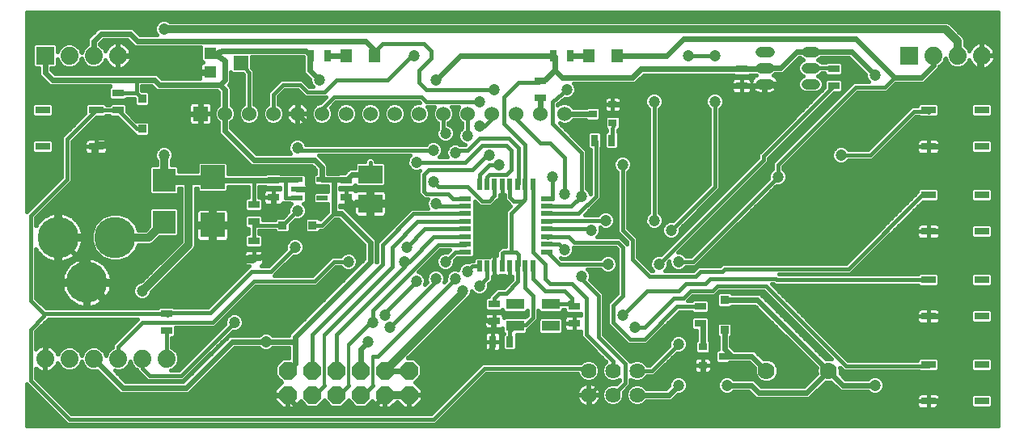
<source format=gtl>
G75*
%MOIN*%
%OFA0B0*%
%FSLAX25Y25*%
%IPPOS*%
%LPD*%
%AMOC8*
5,1,8,0,0,1.08239X$1,22.5*
%
%ADD10R,0.07400X0.07400*%
%ADD11C,0.07400*%
%ADD12C,0.17000*%
%ADD13R,0.06000X0.03000*%
%ADD14R,0.02200X0.05000*%
%ADD15R,0.05000X0.02200*%
%ADD16R,0.04724X0.02165*%
%ADD17R,0.07480X0.04331*%
%ADD18C,0.07000*%
%ADD19R,0.03543X0.03150*%
%ADD20R,0.09449X0.09449*%
%ADD21C,0.06400*%
%ADD22R,0.04724X0.03150*%
%ADD23R,0.03150X0.04724*%
%ADD24R,0.03740X0.03543*%
%ADD25R,0.04724X0.05512*%
%ADD26OC8,0.07400*%
%ADD27R,0.03543X0.03740*%
%ADD28R,0.09843X0.10039*%
%ADD29R,0.09843X0.07677*%
%ADD30R,0.06000X0.06000*%
%ADD31C,0.06000*%
%ADD32R,0.04700X0.04700*%
%ADD33R,0.05900X0.06300*%
%ADD34C,0.04331*%
%ADD35C,0.02400*%
%ADD36C,0.01600*%
%ADD37C,0.04724*%
%ADD38C,0.03200*%
%ADD39C,0.04000*%
%ADD40C,0.01200*%
D10*
X0030000Y0156800D03*
X0386000Y0156800D03*
D11*
X0396000Y0156800D03*
X0406000Y0156800D03*
X0416000Y0156800D03*
X0080000Y0031800D03*
X0070000Y0031800D03*
X0060000Y0031800D03*
X0050000Y0031800D03*
X0040000Y0031800D03*
X0030000Y0031800D03*
X0040000Y0156800D03*
X0050000Y0156800D03*
X0060000Y0156800D03*
D12*
X0058937Y0081800D03*
X0035315Y0081800D03*
X0047126Y0063296D03*
D13*
X0051000Y0119300D03*
X0029000Y0119300D03*
X0029000Y0134300D03*
X0051000Y0134300D03*
X0394000Y0134300D03*
X0416000Y0134300D03*
X0416000Y0119300D03*
X0394000Y0119300D03*
X0394000Y0099300D03*
X0416000Y0099300D03*
X0416000Y0084300D03*
X0394000Y0084300D03*
X0394000Y0064300D03*
X0416000Y0064300D03*
X0416000Y0049300D03*
X0394000Y0049300D03*
X0394000Y0029300D03*
X0416000Y0029300D03*
X0416000Y0014300D03*
X0394000Y0014300D03*
D14*
X0231024Y0069900D03*
X0227874Y0069900D03*
X0224724Y0069900D03*
X0221575Y0069900D03*
X0218425Y0069900D03*
X0215276Y0069900D03*
X0212126Y0069900D03*
X0208976Y0069900D03*
X0208976Y0103700D03*
X0212126Y0103700D03*
X0215276Y0103700D03*
X0218425Y0103700D03*
X0221575Y0103700D03*
X0224724Y0103700D03*
X0227874Y0103700D03*
X0231024Y0103700D03*
D15*
X0236900Y0097824D03*
X0236900Y0094674D03*
X0236900Y0091524D03*
X0236900Y0088375D03*
X0236900Y0085225D03*
X0236900Y0082076D03*
X0236900Y0078926D03*
X0236900Y0075776D03*
X0203100Y0075776D03*
X0203100Y0078926D03*
X0203100Y0082076D03*
X0203100Y0085225D03*
X0203100Y0088375D03*
X0203100Y0091524D03*
X0203100Y0094674D03*
X0203100Y0097824D03*
D16*
X0144119Y0098060D03*
X0133881Y0098060D03*
X0133881Y0101800D03*
X0133881Y0105540D03*
X0144119Y0105540D03*
D17*
X0223717Y0054328D03*
X0238283Y0054328D03*
X0238283Y0045272D03*
X0223717Y0045272D03*
D18*
X0327205Y0026800D03*
X0352795Y0026800D03*
D19*
X0309331Y0032800D03*
X0301063Y0029060D03*
X0301063Y0036540D03*
X0263937Y0129060D03*
X0255669Y0132800D03*
X0263937Y0136540D03*
D20*
X0079000Y0105461D03*
X0079000Y0088139D03*
D21*
X0254000Y0026800D03*
X0264000Y0026800D03*
X0274000Y0026800D03*
X0274000Y0016800D03*
X0264000Y0016800D03*
X0254000Y0016800D03*
D22*
X0248000Y0046257D03*
X0248000Y0053343D03*
X0215000Y0054343D03*
X0215000Y0047257D03*
X0300000Y0046257D03*
X0300000Y0053343D03*
X0154000Y0098257D03*
X0154000Y0105343D03*
X0124000Y0105343D03*
X0124000Y0098257D03*
X0116000Y0095343D03*
X0116000Y0088257D03*
X0116000Y0080343D03*
X0116000Y0073257D03*
X0080000Y0050343D03*
X0080000Y0043257D03*
X0060000Y0134257D03*
X0060000Y0141343D03*
X0234000Y0139257D03*
X0234000Y0146343D03*
X0317000Y0144257D03*
X0317000Y0151343D03*
X0355000Y0151343D03*
X0355000Y0144257D03*
D23*
X0263543Y0121800D03*
X0256457Y0121800D03*
X0246543Y0156800D03*
X0239457Y0156800D03*
X0146543Y0156800D03*
X0139457Y0156800D03*
X0214457Y0038800D03*
X0221543Y0038800D03*
D24*
X0310000Y0043599D03*
X0310000Y0056001D03*
X0070000Y0126599D03*
X0070000Y0139001D03*
D25*
X0154094Y0156800D03*
X0165906Y0156800D03*
X0254094Y0156800D03*
X0265906Y0156800D03*
D26*
X0180000Y0026800D03*
X0170000Y0026800D03*
X0160000Y0026800D03*
X0150000Y0026800D03*
X0140000Y0026800D03*
X0130000Y0026800D03*
X0130000Y0016800D03*
X0140000Y0016800D03*
X0150000Y0016800D03*
X0160000Y0016800D03*
X0170000Y0016800D03*
X0180000Y0016800D03*
D27*
X0140201Y0086800D03*
X0127799Y0086800D03*
D28*
X0099000Y0086859D03*
X0099000Y0106741D03*
D29*
X0164000Y0107804D03*
X0164000Y0095796D03*
D30*
X0094016Y0132824D03*
D31*
X0104016Y0132824D03*
X0114016Y0132824D03*
X0124016Y0132824D03*
X0134016Y0132824D03*
X0144016Y0132824D03*
X0154016Y0132824D03*
X0164016Y0132824D03*
X0174016Y0132824D03*
X0184016Y0132824D03*
X0194016Y0132824D03*
X0204016Y0132824D03*
X0214016Y0132824D03*
X0224016Y0132824D03*
X0234016Y0132824D03*
X0244016Y0132824D03*
D32*
X0097950Y0149900D03*
X0097950Y0157700D03*
D33*
X0110750Y0153800D03*
D34*
X0324779Y0151800D02*
X0328323Y0151800D01*
X0328323Y0151800D01*
X0324779Y0151800D01*
X0324779Y0151800D01*
X0324779Y0145107D02*
X0328323Y0145107D01*
X0328323Y0145107D01*
X0324779Y0145107D01*
X0324779Y0145107D01*
X0343677Y0145107D02*
X0347221Y0145107D01*
X0347221Y0145107D01*
X0343677Y0145107D01*
X0343677Y0145107D01*
X0343677Y0151800D02*
X0347221Y0151800D01*
X0347221Y0151800D01*
X0343677Y0151800D01*
X0343677Y0151800D01*
X0343677Y0158493D02*
X0347221Y0158493D01*
X0347221Y0158493D01*
X0343677Y0158493D01*
X0343677Y0158493D01*
X0328323Y0158493D02*
X0324779Y0158493D01*
X0328323Y0158493D02*
X0328323Y0158493D01*
X0324779Y0158493D01*
X0324779Y0158493D01*
D35*
X0326551Y0151800D02*
X0326094Y0151343D01*
X0317000Y0151343D01*
X0275543Y0151343D01*
X0272000Y0147800D01*
X0243000Y0147800D01*
X0240000Y0150800D01*
X0235543Y0146343D01*
X0234000Y0146343D01*
X0240000Y0150800D02*
X0240000Y0156257D01*
X0239457Y0156800D01*
X0201000Y0156800D01*
X0191000Y0146800D01*
X0166000Y0156894D02*
X0166000Y0158800D01*
X0162000Y0162800D01*
X0068000Y0162800D01*
X0065000Y0165800D01*
X0053000Y0165800D01*
X0050000Y0162800D01*
X0050000Y0156800D01*
X0060000Y0156800D02*
X0077000Y0156800D01*
X0085000Y0149800D01*
X0097850Y0149800D01*
X0097950Y0149900D01*
X0102000Y0144800D02*
X0104000Y0146800D01*
X0104000Y0154800D01*
X0101100Y0156700D01*
X0097950Y0157700D01*
X0101100Y0157900D02*
X0103000Y0158800D01*
X0137457Y0158800D01*
X0139457Y0156800D01*
X0139000Y0156343D02*
X0139000Y0150800D01*
X0143000Y0146800D01*
X0134016Y0136784D02*
X0131000Y0139800D01*
X0134016Y0136784D02*
X0134016Y0132824D01*
X0143039Y0123800D01*
X0173000Y0123800D01*
X0144000Y0110800D02*
X0141000Y0113800D01*
X0116000Y0113800D01*
X0104000Y0125800D01*
X0104000Y0132808D01*
X0104016Y0132824D01*
X0104016Y0142784D01*
X0102000Y0144800D01*
X0077000Y0144800D01*
X0075000Y0146800D01*
X0068000Y0146800D01*
X0033000Y0146800D01*
X0030000Y0149800D01*
X0030000Y0156800D01*
X0085000Y0136800D02*
X0088976Y0132824D01*
X0094016Y0132824D01*
X0094000Y0132808D01*
X0094000Y0126800D01*
X0111000Y0109800D01*
X0138000Y0109800D01*
X0139000Y0108800D01*
X0139000Y0102800D01*
X0138000Y0101800D01*
X0133881Y0101800D01*
X0133881Y0105540D02*
X0129000Y0105540D01*
X0124197Y0105540D01*
X0124000Y0105343D01*
X0116000Y0105343D01*
X0099118Y0105343D01*
X0099000Y0105461D01*
X0124000Y0098257D02*
X0124000Y0091800D01*
X0149000Y0091800D02*
X0152000Y0091800D01*
X0164000Y0079800D01*
X0164000Y0071800D01*
X0133000Y0040800D01*
X0133000Y0038800D01*
X0121000Y0038800D01*
X0107000Y0038800D01*
X0088000Y0019800D01*
X0062000Y0019800D01*
X0050000Y0031800D01*
X0030000Y0031800D02*
X0030000Y0042800D01*
X0030000Y0062800D02*
X0046630Y0062800D01*
X0047126Y0063296D01*
X0047126Y0069989D01*
X0035315Y0081800D01*
X0035315Y0094115D01*
X0050000Y0108800D01*
X0050000Y0118300D01*
X0051000Y0119300D01*
X0094000Y0132839D02*
X0094016Y0132824D01*
X0094000Y0132839D02*
X0094000Y0139800D01*
X0146543Y0156800D02*
X0154094Y0156800D01*
X0165906Y0156800D02*
X0166000Y0156894D01*
X0234000Y0139257D02*
X0234000Y0132839D01*
X0234016Y0132824D01*
X0244016Y0132824D02*
X0255646Y0132824D01*
X0255669Y0132800D01*
X0263937Y0136540D02*
X0264197Y0136800D01*
X0271000Y0136800D01*
X0278457Y0144257D01*
X0317000Y0144257D01*
X0325701Y0144257D01*
X0326551Y0145107D01*
X0329693Y0145107D01*
X0336000Y0138800D01*
X0333000Y0151800D02*
X0326551Y0151800D01*
X0333000Y0151800D02*
X0339693Y0158493D01*
X0345449Y0158493D01*
X0362307Y0158493D01*
X0372000Y0148800D01*
X0380000Y0147800D02*
X0364000Y0163800D01*
X0293000Y0163800D01*
X0286000Y0156800D01*
X0265906Y0156800D01*
X0254094Y0156800D02*
X0246543Y0156800D01*
X0144000Y0110800D02*
X0144000Y0105659D01*
X0144119Y0105540D01*
X0149000Y0105540D01*
X0149000Y0091800D01*
X0154000Y0098257D02*
X0156461Y0095796D01*
X0164000Y0095796D01*
X0172996Y0095796D01*
X0173000Y0095800D01*
X0156461Y0107804D02*
X0154000Y0105343D01*
X0153998Y0105369D01*
X0153993Y0105394D01*
X0153985Y0105418D01*
X0153974Y0105442D01*
X0153959Y0105463D01*
X0153942Y0105482D01*
X0153923Y0105499D01*
X0153902Y0105514D01*
X0153878Y0105525D01*
X0153854Y0105533D01*
X0153829Y0105538D01*
X0153803Y0105540D01*
X0149000Y0105540D01*
X0156461Y0107804D02*
X0164000Y0107804D01*
X0123000Y0077800D02*
X0118457Y0073257D01*
X0116000Y0073257D01*
X0089000Y0056800D02*
X0083500Y0062300D01*
X0089000Y0056800D02*
X0089000Y0055800D01*
X0133000Y0038800D02*
X0133000Y0029800D01*
X0130000Y0026800D01*
X0130000Y0016800D02*
X0094000Y0016800D01*
X0089000Y0011800D01*
X0130000Y0015800D02*
X0135000Y0010800D01*
X0164000Y0010800D01*
X0169000Y0015800D01*
X0170000Y0026800D02*
X0180000Y0026800D01*
X0160000Y0026800D02*
X0160000Y0035800D01*
X0163000Y0038800D01*
X0254000Y0016800D02*
X0254000Y0009800D01*
X0255000Y0009800D01*
X0259000Y0005800D01*
X0258000Y0005800D01*
X0259000Y0005800D02*
X0286000Y0005800D01*
X0300500Y0020300D01*
X0314000Y0006800D01*
X0393000Y0006800D01*
X0398500Y0012300D01*
X0398500Y0014300D01*
X0394000Y0014300D01*
X0398500Y0014300D02*
X0406000Y0021800D01*
X0406000Y0048800D01*
X0405500Y0049300D01*
X0394000Y0049300D01*
X0406000Y0048800D02*
X0406000Y0084800D01*
X0405500Y0084300D01*
X0394000Y0084300D01*
X0406000Y0084800D02*
X0406000Y0119800D01*
X0405500Y0119300D01*
X0394000Y0119300D01*
X0406000Y0119800D02*
X0406000Y0135800D01*
X0403000Y0138800D01*
X0366000Y0138800D01*
X0380000Y0147800D02*
X0391000Y0147800D01*
X0396000Y0152800D01*
X0396000Y0156800D01*
X0415000Y0155800D02*
X0416000Y0156800D01*
X0415000Y0155800D02*
X0415000Y0144800D01*
X0406000Y0135800D01*
X0394000Y0134300D02*
X0394000Y0133800D01*
X0323594Y0056001D02*
X0310000Y0056001D01*
X0323594Y0056001D02*
X0352795Y0026800D01*
X0358795Y0020800D01*
X0372000Y0020800D01*
X0352795Y0026800D02*
X0343795Y0017800D01*
X0324000Y0017800D01*
X0321000Y0020800D01*
X0311000Y0020800D01*
X0301063Y0020863D02*
X0300500Y0020300D01*
X0301063Y0020863D02*
X0301063Y0029060D01*
X0309331Y0032800D02*
X0313000Y0032800D01*
X0310000Y0035800D01*
X0310000Y0043599D01*
X0301063Y0045194D02*
X0300000Y0046257D01*
X0301063Y0045194D02*
X0301063Y0036540D01*
X0313000Y0032800D02*
X0321205Y0032800D01*
X0327205Y0026800D01*
X0291000Y0020800D02*
X0287000Y0016800D01*
X0274000Y0016800D01*
D36*
X0022304Y0021384D02*
X0022301Y0004100D01*
X0422700Y0004100D01*
X0422700Y0174500D01*
X0022339Y0174500D01*
X0022320Y0092232D01*
X0036800Y0106711D01*
X0036800Y0123211D01*
X0046600Y0133011D01*
X0046600Y0136380D01*
X0047420Y0137200D01*
X0054580Y0137200D01*
X0055323Y0136457D01*
X0056283Y0136457D01*
X0057058Y0137231D01*
X0062942Y0137231D01*
X0063762Y0136411D01*
X0063762Y0133606D01*
X0067597Y0129771D01*
X0072450Y0129771D01*
X0073270Y0128951D01*
X0073270Y0124248D01*
X0072450Y0123428D01*
X0067550Y0123428D01*
X0066730Y0124248D01*
X0066730Y0124416D01*
X0065457Y0125688D01*
X0059864Y0131282D01*
X0057058Y0131282D01*
X0056283Y0132057D01*
X0055237Y0132057D01*
X0054580Y0131400D01*
X0051211Y0131400D01*
X0041200Y0121389D01*
X0041200Y0104889D01*
X0039911Y0103600D01*
X0026200Y0089889D01*
X0026200Y0086612D01*
X0026286Y0086790D01*
X0026901Y0087770D01*
X0027623Y0088674D01*
X0028441Y0089492D01*
X0029345Y0090214D01*
X0030325Y0090829D01*
X0031367Y0091331D01*
X0032459Y0091713D01*
X0033587Y0091970D01*
X0034515Y0092075D01*
X0034515Y0082600D01*
X0036115Y0082600D01*
X0045590Y0082600D01*
X0045485Y0083528D01*
X0045228Y0084656D01*
X0044846Y0085748D01*
X0044344Y0086790D01*
X0043728Y0087770D01*
X0043007Y0088674D01*
X0042189Y0089492D01*
X0041285Y0090214D01*
X0040305Y0090829D01*
X0039263Y0091331D01*
X0038171Y0091713D01*
X0037043Y0091970D01*
X0036115Y0092075D01*
X0036115Y0082600D01*
X0036115Y0081000D01*
X0045590Y0081000D01*
X0045485Y0080072D01*
X0045228Y0078944D01*
X0044846Y0077852D01*
X0044344Y0076810D01*
X0043728Y0075830D01*
X0043007Y0074926D01*
X0042189Y0074108D01*
X0041285Y0073386D01*
X0040305Y0072771D01*
X0039263Y0072269D01*
X0038171Y0071887D01*
X0037043Y0071630D01*
X0036115Y0071525D01*
X0036115Y0081000D01*
X0034515Y0081000D01*
X0034515Y0071525D01*
X0033587Y0071630D01*
X0032459Y0071887D01*
X0031367Y0072269D01*
X0030325Y0072771D01*
X0029345Y0073386D01*
X0028441Y0074108D01*
X0027623Y0074926D01*
X0026901Y0075830D01*
X0026286Y0076810D01*
X0026200Y0076988D01*
X0026200Y0056711D01*
X0030368Y0052543D01*
X0076283Y0052543D01*
X0077058Y0053318D01*
X0082942Y0053318D01*
X0083260Y0053000D01*
X0097089Y0053000D01*
X0113971Y0069882D01*
X0113401Y0069882D01*
X0112943Y0070005D01*
X0112533Y0070242D01*
X0112197Y0070577D01*
X0111960Y0070987D01*
X0111838Y0071445D01*
X0111838Y0073257D01*
X0116000Y0073257D01*
X0116000Y0073257D01*
X0116000Y0076631D01*
X0113401Y0076631D01*
X0112943Y0076509D01*
X0112533Y0076272D01*
X0112197Y0075937D01*
X0111960Y0075526D01*
X0111838Y0075068D01*
X0111838Y0073257D01*
X0116000Y0073257D01*
X0116000Y0076631D01*
X0118599Y0076631D01*
X0119057Y0076509D01*
X0119467Y0076272D01*
X0119803Y0075937D01*
X0120040Y0075526D01*
X0120162Y0075068D01*
X0120162Y0073257D01*
X0116000Y0073257D01*
X0116000Y0073257D01*
X0116000Y0073257D01*
X0120162Y0073257D01*
X0120162Y0071445D01*
X0120040Y0070987D01*
X0119803Y0070577D01*
X0119467Y0070242D01*
X0119057Y0070005D01*
X0119040Y0070000D01*
X0122089Y0070000D01*
X0129238Y0077149D01*
X0129238Y0078548D01*
X0129811Y0079931D01*
X0130869Y0080989D01*
X0132252Y0081562D01*
X0133748Y0081562D01*
X0135131Y0080989D01*
X0136189Y0079931D01*
X0136762Y0078548D01*
X0136762Y0077052D01*
X0136189Y0075669D01*
X0135131Y0074611D01*
X0133748Y0074038D01*
X0132349Y0074038D01*
X0125200Y0066889D01*
X0124311Y0066000D01*
X0140089Y0066000D01*
X0146800Y0072711D01*
X0148089Y0074000D01*
X0151879Y0074000D01*
X0152869Y0074989D01*
X0154252Y0075562D01*
X0155748Y0075562D01*
X0157131Y0074989D01*
X0158189Y0073931D01*
X0158762Y0072548D01*
X0158762Y0071052D01*
X0158189Y0069669D01*
X0157131Y0068611D01*
X0155748Y0068038D01*
X0154252Y0068038D01*
X0152869Y0068611D01*
X0151879Y0069600D01*
X0149911Y0069600D01*
X0141911Y0061600D01*
X0116911Y0061600D01*
X0099911Y0044600D01*
X0083762Y0044600D01*
X0083762Y0041102D01*
X0082942Y0040282D01*
X0082200Y0040282D01*
X0082200Y0036409D01*
X0082889Y0036124D01*
X0084324Y0034689D01*
X0085100Y0032814D01*
X0085100Y0030786D01*
X0084324Y0028911D01*
X0082889Y0027476D01*
X0081739Y0027000D01*
X0085089Y0027000D01*
X0104238Y0046149D01*
X0104238Y0047548D01*
X0104811Y0048931D01*
X0105869Y0049989D01*
X0107252Y0050562D01*
X0108748Y0050562D01*
X0110131Y0049989D01*
X0111189Y0048931D01*
X0111762Y0047548D01*
X0111762Y0046052D01*
X0111189Y0044669D01*
X0110131Y0043611D01*
X0108748Y0043038D01*
X0107349Y0043038D01*
X0088200Y0023889D01*
X0086911Y0022600D01*
X0072089Y0022600D01*
X0069089Y0025600D01*
X0067800Y0026889D01*
X0067800Y0027191D01*
X0067111Y0027476D01*
X0065676Y0028911D01*
X0065000Y0030544D01*
X0064324Y0028911D01*
X0062889Y0027476D01*
X0061014Y0026700D01*
X0058986Y0026700D01*
X0058629Y0026848D01*
X0063077Y0022400D01*
X0086923Y0022400D01*
X0104796Y0040273D01*
X0105527Y0041004D01*
X0106483Y0041400D01*
X0118279Y0041400D01*
X0118869Y0041989D01*
X0120252Y0042562D01*
X0121748Y0042562D01*
X0123131Y0041989D01*
X0123721Y0041400D01*
X0130434Y0041400D01*
X0130796Y0042273D01*
X0161400Y0072877D01*
X0161400Y0078723D01*
X0150923Y0089200D01*
X0149511Y0089200D01*
X0144911Y0084600D01*
X0143372Y0084600D01*
X0143372Y0084350D01*
X0142552Y0083530D01*
X0137849Y0083530D01*
X0137029Y0084350D01*
X0137029Y0089250D01*
X0137849Y0090070D01*
X0142552Y0090070D01*
X0143356Y0089267D01*
X0146400Y0092311D01*
X0146400Y0095577D01*
X0141176Y0095577D01*
X0140356Y0096397D01*
X0140356Y0099722D01*
X0141176Y0100543D01*
X0146400Y0100543D01*
X0146400Y0102940D01*
X0143601Y0102940D01*
X0143318Y0103057D01*
X0141176Y0103057D01*
X0140356Y0103878D01*
X0140356Y0107203D01*
X0141176Y0108023D01*
X0141400Y0108023D01*
X0141400Y0109723D01*
X0139923Y0111200D01*
X0115483Y0111200D01*
X0114527Y0111596D01*
X0102527Y0123596D01*
X0101796Y0124327D01*
X0101400Y0125283D01*
X0101400Y0129217D01*
X0100286Y0130331D01*
X0099616Y0131948D01*
X0099616Y0133699D01*
X0100286Y0135316D01*
X0101416Y0136446D01*
X0101416Y0141707D01*
X0100923Y0142200D01*
X0076483Y0142200D01*
X0075527Y0142596D01*
X0073923Y0144200D01*
X0069857Y0144200D01*
X0069857Y0142255D01*
X0069940Y0142172D01*
X0072450Y0142172D01*
X0073270Y0141352D01*
X0073270Y0136649D01*
X0072450Y0135829D01*
X0067550Y0135829D01*
X0066730Y0136649D01*
X0066730Y0139143D01*
X0063717Y0139143D01*
X0062942Y0138369D01*
X0057058Y0138369D01*
X0056238Y0139189D01*
X0056238Y0143498D01*
X0056940Y0144200D01*
X0032483Y0144200D01*
X0031527Y0144596D01*
X0030796Y0145327D01*
X0030796Y0145327D01*
X0028527Y0147596D01*
X0027796Y0148327D01*
X0027400Y0149283D01*
X0027400Y0151700D01*
X0025720Y0151700D01*
X0024900Y0152520D01*
X0024900Y0161080D01*
X0025720Y0161900D01*
X0034280Y0161900D01*
X0035100Y0161080D01*
X0035100Y0158297D01*
X0035676Y0159689D01*
X0037111Y0161124D01*
X0038986Y0161900D01*
X0041014Y0161900D01*
X0042889Y0161124D01*
X0044324Y0159689D01*
X0045000Y0158056D01*
X0045676Y0159689D01*
X0047111Y0161124D01*
X0047400Y0161243D01*
X0047400Y0163317D01*
X0047796Y0164273D01*
X0048527Y0165004D01*
X0051527Y0168004D01*
X0052483Y0168400D01*
X0065517Y0168400D01*
X0066473Y0168004D01*
X0067204Y0167273D01*
X0069077Y0165400D01*
X0076079Y0165400D01*
X0075811Y0165669D01*
X0075238Y0167052D01*
X0075238Y0168548D01*
X0075811Y0169931D01*
X0076869Y0170989D01*
X0078252Y0171562D01*
X0079748Y0171562D01*
X0081131Y0170989D01*
X0081321Y0170800D01*
X0401597Y0170800D01*
X0402699Y0170343D01*
X0403543Y0169499D01*
X0408543Y0164499D01*
X0409000Y0163397D01*
X0409000Y0161012D01*
X0410324Y0159689D01*
X0410790Y0158563D01*
X0410903Y0158911D01*
X0411296Y0159683D01*
X0411805Y0160383D01*
X0412417Y0160995D01*
X0413117Y0161504D01*
X0413889Y0161897D01*
X0414712Y0162165D01*
X0415567Y0162300D01*
X0415800Y0162300D01*
X0415800Y0157000D01*
X0416200Y0157000D01*
X0416200Y0162300D01*
X0416433Y0162300D01*
X0417288Y0162165D01*
X0418111Y0161897D01*
X0418883Y0161504D01*
X0419583Y0160995D01*
X0420195Y0160383D01*
X0420704Y0159683D01*
X0421097Y0158911D01*
X0421365Y0158088D01*
X0421500Y0157233D01*
X0421500Y0157000D01*
X0416200Y0157000D01*
X0416200Y0156600D01*
X0421500Y0156600D01*
X0421500Y0156367D01*
X0421365Y0155512D01*
X0421097Y0154689D01*
X0420704Y0153917D01*
X0420195Y0153217D01*
X0419583Y0152605D01*
X0418883Y0152096D01*
X0418111Y0151703D01*
X0417288Y0151435D01*
X0416433Y0151300D01*
X0416200Y0151300D01*
X0416200Y0156600D01*
X0415800Y0156600D01*
X0415800Y0151300D01*
X0415567Y0151300D01*
X0414712Y0151435D01*
X0413889Y0151703D01*
X0413117Y0152096D01*
X0412417Y0152605D01*
X0411805Y0153217D01*
X0411296Y0153917D01*
X0410903Y0154689D01*
X0410790Y0155037D01*
X0410324Y0153911D01*
X0408889Y0152476D01*
X0407014Y0151700D01*
X0404986Y0151700D01*
X0403111Y0152476D01*
X0401676Y0153911D01*
X0401000Y0155544D01*
X0400324Y0153911D01*
X0398889Y0152476D01*
X0398600Y0152357D01*
X0398600Y0152283D01*
X0398204Y0151327D01*
X0393204Y0146327D01*
X0392473Y0145596D01*
X0391517Y0145200D01*
X0380511Y0145200D01*
X0376911Y0141600D01*
X0364911Y0141600D01*
X0334200Y0110889D01*
X0334200Y0109921D01*
X0335189Y0108931D01*
X0335762Y0107548D01*
X0335762Y0106052D01*
X0335189Y0104669D01*
X0334131Y0103611D01*
X0332748Y0103038D01*
X0331349Y0103038D01*
X0297911Y0069600D01*
X0294121Y0069600D01*
X0293131Y0068611D01*
X0291748Y0068038D01*
X0290252Y0068038D01*
X0288869Y0068611D01*
X0287811Y0069669D01*
X0287238Y0071052D01*
X0287238Y0071927D01*
X0286762Y0071451D01*
X0286762Y0070052D01*
X0286189Y0068669D01*
X0285521Y0068000D01*
X0297089Y0068000D01*
X0299089Y0070000D01*
X0308089Y0070000D01*
X0309089Y0071000D01*
X0360089Y0071000D01*
X0389600Y0100511D01*
X0389600Y0101380D01*
X0390420Y0102200D01*
X0397580Y0102200D01*
X0398400Y0101380D01*
X0398400Y0097220D01*
X0397580Y0096400D01*
X0391711Y0096400D01*
X0363200Y0067889D01*
X0361911Y0066600D01*
X0332311Y0066600D01*
X0332411Y0066500D01*
X0389720Y0066500D01*
X0390420Y0067200D01*
X0397580Y0067200D01*
X0398400Y0066380D01*
X0398400Y0062220D01*
X0397580Y0061400D01*
X0390420Y0061400D01*
X0389720Y0062100D01*
X0330589Y0062100D01*
X0330089Y0062600D01*
X0329311Y0062600D01*
X0360911Y0031000D01*
X0389600Y0031000D01*
X0389600Y0031380D01*
X0390420Y0032200D01*
X0397580Y0032200D01*
X0398400Y0031380D01*
X0398400Y0027220D01*
X0397580Y0026400D01*
X0390420Y0026400D01*
X0390220Y0026600D01*
X0359089Y0026600D01*
X0357800Y0027889D01*
X0357541Y0028148D01*
X0357695Y0027775D01*
X0357695Y0025825D01*
X0357623Y0025650D01*
X0359872Y0023400D01*
X0369279Y0023400D01*
X0369869Y0023989D01*
X0371252Y0024562D01*
X0372748Y0024562D01*
X0374131Y0023989D01*
X0375189Y0022931D01*
X0375762Y0021548D01*
X0375762Y0020052D01*
X0375189Y0018669D01*
X0374131Y0017611D01*
X0372748Y0017038D01*
X0371252Y0017038D01*
X0369869Y0017611D01*
X0369279Y0018200D01*
X0358278Y0018200D01*
X0357322Y0018596D01*
X0353946Y0021973D01*
X0353770Y0021900D01*
X0351821Y0021900D01*
X0351645Y0021973D01*
X0345268Y0015596D01*
X0344312Y0015200D01*
X0323483Y0015200D01*
X0322527Y0015596D01*
X0321796Y0016327D01*
X0319923Y0018200D01*
X0313721Y0018200D01*
X0313131Y0017611D01*
X0311748Y0017038D01*
X0310252Y0017038D01*
X0308869Y0017611D01*
X0307811Y0018669D01*
X0307238Y0020052D01*
X0307238Y0021548D01*
X0307811Y0022931D01*
X0308869Y0023989D01*
X0310252Y0024562D01*
X0311748Y0024562D01*
X0313131Y0023989D01*
X0313721Y0023400D01*
X0321517Y0023400D01*
X0322473Y0023004D01*
X0325077Y0020400D01*
X0342718Y0020400D01*
X0347968Y0025650D01*
X0347895Y0025825D01*
X0347895Y0027775D01*
X0347968Y0027950D01*
X0322518Y0053401D01*
X0313022Y0053401D01*
X0312450Y0052829D01*
X0307550Y0052829D01*
X0306730Y0053649D01*
X0306730Y0058352D01*
X0307550Y0059172D01*
X0312450Y0059172D01*
X0313022Y0058601D01*
X0324112Y0058601D01*
X0325067Y0058205D01*
X0351645Y0031627D01*
X0351821Y0031700D01*
X0353770Y0031700D01*
X0354143Y0031545D01*
X0326089Y0059600D01*
X0307911Y0059600D01*
X0305911Y0057600D01*
X0296911Y0057600D01*
X0294855Y0055543D01*
X0296283Y0055543D01*
X0297058Y0056318D01*
X0302942Y0056318D01*
X0303762Y0055498D01*
X0303762Y0051189D01*
X0302942Y0050369D01*
X0297058Y0050369D01*
X0296283Y0051143D01*
X0291455Y0051143D01*
X0279200Y0038889D01*
X0279200Y0038889D01*
X0277911Y0037600D01*
X0270089Y0037600D01*
X0263089Y0044600D01*
X0261800Y0045889D01*
X0261800Y0054711D01*
X0265800Y0058711D01*
X0265800Y0076889D01*
X0265089Y0077600D01*
X0247741Y0077600D01*
X0247762Y0077548D01*
X0247762Y0076052D01*
X0247189Y0074669D01*
X0246131Y0073611D01*
X0244748Y0073038D01*
X0243252Y0073038D01*
X0242606Y0073305D01*
X0242911Y0073000D01*
X0258879Y0073000D01*
X0259869Y0073989D01*
X0261252Y0074562D01*
X0262748Y0074562D01*
X0264131Y0073989D01*
X0265189Y0072931D01*
X0265762Y0071548D01*
X0265762Y0070052D01*
X0265189Y0068669D01*
X0264131Y0067611D01*
X0262748Y0067038D01*
X0261252Y0067038D01*
X0259869Y0067611D01*
X0258879Y0068600D01*
X0253521Y0068600D01*
X0254189Y0067931D01*
X0254762Y0066548D01*
X0254762Y0065052D01*
X0254498Y0064413D01*
X0258911Y0060000D01*
X0260200Y0058711D01*
X0260200Y0041711D01*
X0269911Y0032000D01*
X0271200Y0030711D01*
X0271200Y0030505D01*
X0271394Y0030700D01*
X0273085Y0031400D01*
X0274915Y0031400D01*
X0276606Y0030700D01*
X0277900Y0029406D01*
X0278068Y0029000D01*
X0279089Y0029000D01*
X0287238Y0037149D01*
X0287238Y0038548D01*
X0287811Y0039931D01*
X0288869Y0040989D01*
X0290252Y0041562D01*
X0291748Y0041562D01*
X0293131Y0040989D01*
X0294189Y0039931D01*
X0294762Y0038548D01*
X0294762Y0037052D01*
X0294189Y0035669D01*
X0293131Y0034611D01*
X0291748Y0034038D01*
X0290349Y0034038D01*
X0280911Y0024600D01*
X0278068Y0024600D01*
X0277900Y0024194D01*
X0276606Y0022900D01*
X0274915Y0022200D01*
X0273085Y0022200D01*
X0271394Y0022900D01*
X0271200Y0023095D01*
X0271200Y0020889D01*
X0268432Y0018121D01*
X0268600Y0017715D01*
X0268600Y0015885D01*
X0267900Y0014194D01*
X0266606Y0012900D01*
X0264915Y0012200D01*
X0263085Y0012200D01*
X0261394Y0012900D01*
X0260100Y0014194D01*
X0259400Y0015885D01*
X0259400Y0017715D01*
X0260100Y0019406D01*
X0261394Y0020700D01*
X0263085Y0021400D01*
X0264915Y0021400D01*
X0265321Y0021232D01*
X0266800Y0022711D01*
X0266800Y0023095D01*
X0266606Y0022900D01*
X0264915Y0022200D01*
X0263085Y0022200D01*
X0261394Y0022900D01*
X0260100Y0024194D01*
X0259400Y0025885D01*
X0259400Y0027715D01*
X0260100Y0029406D01*
X0261192Y0030497D01*
X0252089Y0039600D01*
X0250800Y0040889D01*
X0250800Y0042936D01*
X0250599Y0042882D01*
X0248000Y0042882D01*
X0248000Y0046257D01*
X0248000Y0046257D01*
X0248000Y0049631D01*
X0245401Y0049631D01*
X0244943Y0049509D01*
X0244533Y0049272D01*
X0244197Y0048937D01*
X0243960Y0048526D01*
X0243838Y0048068D01*
X0243838Y0046257D01*
X0248000Y0046257D01*
X0248000Y0049631D01*
X0250599Y0049631D01*
X0250800Y0049578D01*
X0250800Y0050369D01*
X0245058Y0050369D01*
X0244238Y0051189D01*
X0244238Y0052128D01*
X0243424Y0052128D01*
X0243424Y0051582D01*
X0242604Y0050762D01*
X0233963Y0050762D01*
X0233200Y0051526D01*
X0233200Y0048074D01*
X0233963Y0048838D01*
X0242604Y0048838D01*
X0243424Y0048018D01*
X0243424Y0042527D01*
X0242604Y0041707D01*
X0233963Y0041707D01*
X0233143Y0042527D01*
X0233143Y0047832D01*
X0230200Y0044889D01*
X0228911Y0043600D01*
X0228857Y0043600D01*
X0228857Y0042527D01*
X0228037Y0041707D01*
X0224518Y0041707D01*
X0224518Y0035858D01*
X0223698Y0035038D01*
X0219389Y0035038D01*
X0218569Y0035858D01*
X0218569Y0041742D01*
X0218965Y0042139D01*
X0218576Y0042527D01*
X0218576Y0044350D01*
X0218467Y0044242D01*
X0218057Y0044005D01*
X0217599Y0043882D01*
X0215000Y0043882D01*
X0215000Y0047257D01*
X0215000Y0047257D01*
X0215000Y0050631D01*
X0212401Y0050631D01*
X0211943Y0050509D01*
X0211533Y0050272D01*
X0211197Y0049937D01*
X0210960Y0049526D01*
X0210838Y0049068D01*
X0210838Y0047257D01*
X0215000Y0047257D01*
X0215000Y0050631D01*
X0217599Y0050631D01*
X0218057Y0050509D01*
X0218467Y0050272D01*
X0218803Y0049937D01*
X0219040Y0049526D01*
X0219162Y0049068D01*
X0219162Y0048603D01*
X0219396Y0048838D01*
X0227927Y0048838D01*
X0228800Y0049711D01*
X0228800Y0051526D01*
X0228037Y0050762D01*
X0219396Y0050762D01*
X0218576Y0051582D01*
X0218576Y0052003D01*
X0217942Y0051369D01*
X0212058Y0051369D01*
X0211238Y0052189D01*
X0211238Y0056498D01*
X0212058Y0057318D01*
X0212800Y0057318D01*
X0212800Y0057711D01*
X0214800Y0059711D01*
X0216089Y0061000D01*
X0219089Y0061000D01*
X0222524Y0064436D01*
X0222524Y0065600D01*
X0221575Y0065600D01*
X0221575Y0069900D01*
X0221575Y0069900D01*
X0221575Y0066375D01*
X0220000Y0064800D01*
X0217000Y0064800D01*
X0217000Y0062800D01*
X0211000Y0056800D01*
X0211000Y0048800D01*
X0213000Y0046800D01*
X0214543Y0046800D01*
X0215000Y0047257D01*
X0215000Y0047257D01*
X0214457Y0046713D01*
X0214457Y0038800D01*
X0217831Y0038800D01*
X0217831Y0041399D01*
X0217709Y0041857D01*
X0217472Y0042267D01*
X0217137Y0042603D01*
X0216726Y0042840D01*
X0216268Y0042962D01*
X0214457Y0042962D01*
X0214457Y0038800D01*
X0214457Y0038800D01*
X0217831Y0038800D01*
X0217831Y0036201D01*
X0217709Y0035743D01*
X0217472Y0035333D01*
X0217137Y0034997D01*
X0216726Y0034760D01*
X0216268Y0034638D01*
X0214457Y0034638D01*
X0214457Y0038800D01*
X0214457Y0038800D01*
X0214457Y0038800D01*
X0214457Y0036800D01*
X0194457Y0016800D01*
X0180000Y0016800D01*
X0180200Y0017000D02*
X0185500Y0017000D01*
X0185500Y0019078D01*
X0182495Y0022083D01*
X0185100Y0024688D01*
X0185100Y0028912D01*
X0182112Y0031900D01*
X0179343Y0031900D01*
X0203699Y0056257D01*
X0203998Y0056555D01*
X0204131Y0056611D01*
X0205189Y0057669D01*
X0205762Y0059052D01*
X0205762Y0059786D01*
X0205811Y0059669D01*
X0206869Y0058611D01*
X0208252Y0058038D01*
X0209748Y0058038D01*
X0211131Y0058611D01*
X0212189Y0059669D01*
X0212762Y0061052D01*
X0212762Y0062451D01*
X0214326Y0064015D01*
X0214326Y0065600D01*
X0215276Y0065600D01*
X0216613Y0065600D01*
X0217070Y0065723D01*
X0217481Y0065960D01*
X0217521Y0066000D01*
X0219329Y0066000D01*
X0219370Y0065960D01*
X0219780Y0065723D01*
X0220238Y0065600D01*
X0221575Y0065600D01*
X0221575Y0069900D01*
X0221575Y0068937D02*
X0221575Y0068937D01*
X0221575Y0067339D02*
X0221575Y0067339D01*
X0221575Y0065740D02*
X0221575Y0065740D01*
X0222231Y0064142D02*
X0214326Y0064142D01*
X0215276Y0065600D02*
X0215276Y0069900D01*
X0215276Y0069900D01*
X0215276Y0074200D01*
X0216225Y0074200D01*
X0216225Y0076136D01*
X0216800Y0076711D01*
X0218089Y0078000D01*
X0219800Y0078000D01*
X0219800Y0092711D01*
X0221089Y0094000D01*
X0221889Y0094800D01*
X0220664Y0096025D01*
X0219375Y0097314D01*
X0219375Y0099400D01*
X0218425Y0099400D01*
X0218425Y0103700D01*
X0218425Y0103700D01*
X0218425Y0097225D01*
X0217000Y0095800D01*
X0217000Y0079800D01*
X0215000Y0077800D01*
X0215000Y0073800D01*
X0215276Y0073800D01*
X0215276Y0069900D01*
X0215276Y0065600D01*
X0215276Y0065740D02*
X0215276Y0065740D01*
X0215276Y0066524D02*
X0217000Y0064800D01*
X0217101Y0065740D02*
X0219749Y0065740D01*
X0220632Y0062543D02*
X0212855Y0062543D01*
X0212718Y0060945D02*
X0216034Y0060945D01*
X0214435Y0059346D02*
X0211867Y0059346D01*
X0212837Y0057748D02*
X0205222Y0057748D01*
X0205762Y0059346D02*
X0206133Y0059346D01*
X0209000Y0061800D02*
X0212126Y0064926D01*
X0212126Y0069900D01*
X0215276Y0069900D02*
X0215276Y0069900D01*
X0215276Y0066524D01*
X0215276Y0067339D02*
X0215276Y0067339D01*
X0215276Y0068937D02*
X0215276Y0068937D01*
X0215276Y0069900D02*
X0215276Y0074200D01*
X0213939Y0074200D01*
X0213481Y0074077D01*
X0213070Y0073840D01*
X0213030Y0073800D01*
X0207296Y0073800D01*
X0206476Y0072980D01*
X0206476Y0072100D01*
X0205189Y0072100D01*
X0204651Y0071562D01*
X0203252Y0071562D01*
X0201869Y0070989D01*
X0200811Y0069931D01*
X0200238Y0068548D01*
X0200238Y0068359D01*
X0199748Y0068562D01*
X0198252Y0068562D01*
X0196869Y0067989D01*
X0195811Y0066931D01*
X0195238Y0065548D01*
X0195238Y0064149D01*
X0194495Y0063406D01*
X0194762Y0064052D01*
X0194762Y0065548D01*
X0194189Y0066931D01*
X0193131Y0067989D01*
X0191748Y0068562D01*
X0190252Y0068562D01*
X0188869Y0067989D01*
X0187811Y0066931D01*
X0187238Y0065548D01*
X0187238Y0064052D01*
X0187502Y0063413D01*
X0186495Y0062406D01*
X0186762Y0063052D01*
X0186762Y0064548D01*
X0186189Y0065931D01*
X0185131Y0066989D01*
X0183837Y0067526D01*
X0192911Y0076600D01*
X0196689Y0076600D01*
X0195651Y0075562D01*
X0194252Y0075562D01*
X0192869Y0074989D01*
X0191811Y0073931D01*
X0191238Y0072548D01*
X0191238Y0071052D01*
X0191811Y0069669D01*
X0192869Y0068611D01*
X0194252Y0068038D01*
X0195748Y0068038D01*
X0197131Y0068611D01*
X0198189Y0069669D01*
X0198762Y0071052D01*
X0198762Y0072451D01*
X0199804Y0073493D01*
X0200020Y0073276D01*
X0206180Y0073276D01*
X0207000Y0074096D01*
X0207000Y0096689D01*
X0209089Y0094600D01*
X0213911Y0094600D01*
X0215200Y0095889D01*
X0217476Y0098164D01*
X0217476Y0099400D01*
X0218425Y0099400D01*
X0218425Y0103700D01*
X0218425Y0102506D02*
X0218425Y0102506D01*
X0218425Y0100908D02*
X0218425Y0100908D01*
X0217476Y0099309D02*
X0219375Y0099309D01*
X0219375Y0097711D02*
X0217022Y0097711D01*
X0215276Y0099076D02*
X0213000Y0096800D01*
X0210000Y0096800D01*
X0204000Y0102800D01*
X0192000Y0102800D01*
X0190000Y0104800D01*
X0186000Y0107800D02*
X0186000Y0100800D01*
X0187000Y0099800D01*
X0196000Y0099800D01*
X0198000Y0097800D01*
X0203076Y0097800D01*
X0203100Y0097824D01*
X0203100Y0094674D02*
X0192126Y0094674D01*
X0191000Y0095800D01*
X0187461Y0094514D02*
X0170721Y0094514D01*
X0170721Y0094996D02*
X0164800Y0094996D01*
X0164800Y0090157D01*
X0169158Y0090157D01*
X0169616Y0090280D01*
X0170026Y0090517D01*
X0170362Y0090852D01*
X0170599Y0091263D01*
X0170721Y0091720D01*
X0170721Y0094996D01*
X0170721Y0096596D02*
X0164800Y0096596D01*
X0164800Y0094996D01*
X0163200Y0094996D01*
X0163200Y0090157D01*
X0158842Y0090157D01*
X0158384Y0090280D01*
X0157974Y0090517D01*
X0157638Y0090852D01*
X0157401Y0091263D01*
X0157279Y0091720D01*
X0157279Y0094996D01*
X0163200Y0094996D01*
X0163200Y0096596D01*
X0158162Y0096596D01*
X0158162Y0096445D01*
X0158040Y0095987D01*
X0157803Y0095577D01*
X0157467Y0095242D01*
X0157057Y0095005D01*
X0156599Y0094882D01*
X0154000Y0094882D01*
X0154000Y0098257D01*
X0154000Y0098257D01*
X0154000Y0101631D01*
X0151600Y0101631D01*
X0151600Y0102369D01*
X0156942Y0102369D01*
X0157762Y0103189D01*
X0157762Y0103302D01*
X0158499Y0102565D01*
X0169501Y0102565D01*
X0170321Y0103385D01*
X0170321Y0112222D01*
X0169501Y0113043D01*
X0166200Y0113043D01*
X0166200Y0113711D01*
X0164911Y0115000D01*
X0163089Y0115000D01*
X0161800Y0113711D01*
X0161800Y0113043D01*
X0158499Y0113043D01*
X0157679Y0112222D01*
X0157679Y0110404D01*
X0155943Y0110404D01*
X0154988Y0110008D01*
X0154256Y0109277D01*
X0153298Y0108318D01*
X0151058Y0108318D01*
X0150880Y0108140D01*
X0146600Y0108140D01*
X0146600Y0111317D01*
X0146204Y0112273D01*
X0142877Y0115600D01*
X0180479Y0115600D01*
X0179811Y0114931D01*
X0179238Y0113548D01*
X0179238Y0112052D01*
X0179811Y0110669D01*
X0180869Y0109611D01*
X0182252Y0109038D01*
X0183748Y0109038D01*
X0184394Y0109305D01*
X0183800Y0108711D01*
X0183800Y0099889D01*
X0184800Y0098889D01*
X0186089Y0097600D01*
X0187673Y0097600D01*
X0187238Y0096548D01*
X0187238Y0095052D01*
X0187788Y0093724D01*
X0180813Y0093724D01*
X0168089Y0081000D01*
X0168089Y0081000D01*
X0166800Y0079711D01*
X0166800Y0071711D01*
X0166600Y0071511D01*
X0166600Y0079283D01*
X0166600Y0080317D01*
X0166204Y0081273D01*
X0153473Y0094004D01*
X0152517Y0094400D01*
X0151600Y0094400D01*
X0151600Y0094882D01*
X0154000Y0094882D01*
X0154000Y0098257D01*
X0154000Y0101631D01*
X0156599Y0101631D01*
X0157057Y0101509D01*
X0157467Y0101272D01*
X0157803Y0100937D01*
X0157815Y0100916D01*
X0157974Y0101075D01*
X0158384Y0101312D01*
X0158842Y0101435D01*
X0163200Y0101435D01*
X0163200Y0096596D01*
X0164800Y0096596D01*
X0164800Y0101435D01*
X0169158Y0101435D01*
X0169616Y0101312D01*
X0170026Y0101075D01*
X0170362Y0100740D01*
X0170599Y0100329D01*
X0170721Y0099872D01*
X0170721Y0096596D01*
X0170721Y0097711D02*
X0185978Y0097711D01*
X0187238Y0096112D02*
X0164800Y0096112D01*
X0164800Y0094514D02*
X0163200Y0094514D01*
X0163200Y0096112D02*
X0158073Y0096112D01*
X0157279Y0094514D02*
X0151600Y0094514D01*
X0154000Y0096112D02*
X0154000Y0096112D01*
X0154000Y0097711D02*
X0154000Y0097711D01*
X0154000Y0098257D02*
X0154000Y0098257D01*
X0154000Y0099309D02*
X0154000Y0099309D01*
X0154000Y0100908D02*
X0154000Y0100908D01*
X0157080Y0102506D02*
X0183800Y0102506D01*
X0183800Y0100908D02*
X0170194Y0100908D01*
X0170721Y0099309D02*
X0184380Y0099309D01*
X0183800Y0104105D02*
X0170321Y0104105D01*
X0170321Y0105703D02*
X0183800Y0105703D01*
X0183800Y0107302D02*
X0170321Y0107302D01*
X0170321Y0108900D02*
X0183989Y0108900D01*
X0186000Y0107800D02*
X0188000Y0109800D01*
X0206000Y0109800D01*
X0212000Y0115800D01*
X0213000Y0115800D01*
X0213000Y0111800D02*
X0217000Y0111800D01*
X0213000Y0111800D02*
X0209000Y0107800D01*
X0209000Y0103724D01*
X0208976Y0103700D01*
X0212000Y0103826D02*
X0212000Y0106800D01*
X0213000Y0107800D01*
X0220000Y0107800D01*
X0222000Y0109800D01*
X0222000Y0117800D01*
X0220000Y0119800D01*
X0210000Y0119800D01*
X0203000Y0112800D01*
X0183000Y0112800D01*
X0180174Y0115294D02*
X0143183Y0115294D01*
X0144781Y0113696D02*
X0161800Y0113696D01*
X0164000Y0112800D02*
X0164000Y0107804D01*
X0170321Y0110499D02*
X0179981Y0110499D01*
X0179238Y0112097D02*
X0170321Y0112097D01*
X0166200Y0113696D02*
X0179299Y0113696D01*
X0190000Y0117800D02*
X0135000Y0117800D01*
X0134000Y0118800D01*
X0130462Y0120090D02*
X0113387Y0120090D01*
X0111789Y0121688D02*
X0131568Y0121688D01*
X0131869Y0121989D02*
X0130811Y0120931D01*
X0130238Y0119548D01*
X0130238Y0118052D01*
X0130811Y0116669D01*
X0131079Y0116400D01*
X0117077Y0116400D01*
X0106600Y0126877D01*
X0106600Y0129185D01*
X0107746Y0130331D01*
X0108416Y0131948D01*
X0108416Y0133699D01*
X0107746Y0135316D01*
X0106616Y0136446D01*
X0106616Y0143301D01*
X0106220Y0144257D01*
X0105677Y0144800D01*
X0106204Y0145327D01*
X0106600Y0146283D01*
X0106600Y0149870D01*
X0107220Y0149250D01*
X0111463Y0149250D01*
X0111816Y0148789D01*
X0111816Y0136675D01*
X0111523Y0136554D01*
X0110286Y0135316D01*
X0109616Y0133699D01*
X0109616Y0131948D01*
X0110286Y0130331D01*
X0111523Y0129093D01*
X0113141Y0128424D01*
X0114891Y0128424D01*
X0116508Y0129093D01*
X0117746Y0130331D01*
X0118416Y0131948D01*
X0118416Y0133699D01*
X0117746Y0135316D01*
X0116508Y0136554D01*
X0116216Y0136675D01*
X0116216Y0149389D01*
X0116317Y0150148D01*
X0116216Y0150280D01*
X0116216Y0150446D01*
X0115674Y0150987D01*
X0115100Y0151737D01*
X0115100Y0156200D01*
X0136380Y0156200D01*
X0136400Y0156180D01*
X0136400Y0150283D01*
X0136796Y0149327D01*
X0137527Y0148596D01*
X0139238Y0146885D01*
X0139238Y0146052D01*
X0139811Y0144669D01*
X0140479Y0144000D01*
X0138911Y0144000D01*
X0137200Y0145711D01*
X0135911Y0147000D01*
X0127089Y0147000D01*
X0123089Y0143000D01*
X0121800Y0141711D01*
X0121800Y0136668D01*
X0121523Y0136554D01*
X0120286Y0135316D01*
X0119616Y0133699D01*
X0119616Y0131948D01*
X0120286Y0130331D01*
X0121523Y0129093D01*
X0123141Y0128424D01*
X0124891Y0128424D01*
X0126508Y0129093D01*
X0127746Y0130331D01*
X0128416Y0131948D01*
X0128416Y0133699D01*
X0127746Y0135316D01*
X0126508Y0136554D01*
X0126200Y0136681D01*
X0126200Y0139889D01*
X0128911Y0142600D01*
X0134089Y0142600D01*
X0137089Y0139600D01*
X0145689Y0139600D01*
X0143312Y0137224D01*
X0143141Y0137224D01*
X0141523Y0136554D01*
X0140286Y0135316D01*
X0139616Y0133699D01*
X0139616Y0131948D01*
X0140286Y0130331D01*
X0141523Y0129093D01*
X0143141Y0128424D01*
X0144891Y0128424D01*
X0146508Y0129093D01*
X0147746Y0130331D01*
X0148416Y0131948D01*
X0148416Y0133699D01*
X0147746Y0135316D01*
X0147687Y0135375D01*
X0149911Y0137600D01*
X0184089Y0137600D01*
X0184465Y0137224D01*
X0183141Y0137224D01*
X0181523Y0136554D01*
X0180286Y0135316D01*
X0179616Y0133699D01*
X0179616Y0131948D01*
X0180286Y0130331D01*
X0181523Y0129093D01*
X0183141Y0128424D01*
X0184891Y0128424D01*
X0186508Y0129093D01*
X0187746Y0130331D01*
X0188416Y0131948D01*
X0188416Y0133699D01*
X0187746Y0135316D01*
X0187462Y0135600D01*
X0190570Y0135600D01*
X0190286Y0135316D01*
X0189616Y0133699D01*
X0189616Y0131948D01*
X0190286Y0130331D01*
X0191523Y0129093D01*
X0191816Y0128972D01*
X0191816Y0126936D01*
X0191811Y0126931D01*
X0191238Y0125548D01*
X0191238Y0124052D01*
X0191811Y0122669D01*
X0192869Y0121611D01*
X0194252Y0121038D01*
X0195748Y0121038D01*
X0197131Y0121611D01*
X0198189Y0122669D01*
X0198762Y0124052D01*
X0198762Y0125548D01*
X0198189Y0126931D01*
X0197131Y0127989D01*
X0196216Y0128369D01*
X0196216Y0128972D01*
X0196508Y0129093D01*
X0197746Y0130331D01*
X0198416Y0131948D01*
X0198416Y0133699D01*
X0197746Y0135316D01*
X0197462Y0135600D01*
X0200570Y0135600D01*
X0200286Y0135316D01*
X0199616Y0133699D01*
X0199616Y0131948D01*
X0200286Y0130331D01*
X0201523Y0129093D01*
X0201816Y0128972D01*
X0201816Y0126936D01*
X0200811Y0125931D01*
X0200238Y0124548D01*
X0200238Y0123052D01*
X0200811Y0121669D01*
X0201869Y0120611D01*
X0203163Y0120074D01*
X0203089Y0120000D01*
X0201106Y0120000D01*
X0199748Y0120562D01*
X0198252Y0120562D01*
X0196869Y0119989D01*
X0195811Y0118931D01*
X0195238Y0117548D01*
X0195238Y0116052D01*
X0195673Y0115000D01*
X0192521Y0115000D01*
X0193189Y0115669D01*
X0193762Y0117052D01*
X0193762Y0118548D01*
X0193189Y0119931D01*
X0192131Y0120989D01*
X0190748Y0121562D01*
X0189252Y0121562D01*
X0187869Y0120989D01*
X0186879Y0120000D01*
X0137575Y0120000D01*
X0137189Y0120931D01*
X0136131Y0121989D01*
X0134748Y0122562D01*
X0133252Y0122562D01*
X0131869Y0121989D01*
X0136432Y0121688D02*
X0192791Y0121688D01*
X0193031Y0120090D02*
X0197111Y0120090D01*
X0197209Y0121688D02*
X0200802Y0121688D01*
X0200889Y0120090D02*
X0203126Y0120090D01*
X0204000Y0117800D02*
X0209000Y0122800D01*
X0221000Y0122800D01*
X0225000Y0118800D01*
X0225000Y0103976D01*
X0224724Y0103700D01*
X0221575Y0103700D02*
X0221575Y0098225D01*
X0223000Y0096800D01*
X0227000Y0096800D01*
X0222000Y0091800D01*
X0222000Y0075800D01*
X0219000Y0075800D01*
X0218425Y0075225D01*
X0218425Y0069900D01*
X0215276Y0070536D02*
X0215276Y0070536D01*
X0215276Y0072134D02*
X0215276Y0072134D01*
X0215276Y0073733D02*
X0215276Y0073733D01*
X0216225Y0075332D02*
X0207000Y0075332D01*
X0207000Y0076930D02*
X0217019Y0076930D01*
X0219800Y0078529D02*
X0207000Y0078529D01*
X0207000Y0080127D02*
X0219800Y0080127D01*
X0219800Y0081726D02*
X0207000Y0081726D01*
X0207000Y0083324D02*
X0219800Y0083324D01*
X0219800Y0084923D02*
X0207000Y0084923D01*
X0207000Y0086521D02*
X0219800Y0086521D01*
X0219800Y0088120D02*
X0207000Y0088120D01*
X0207000Y0089718D02*
X0219800Y0089718D01*
X0219800Y0091317D02*
X0207000Y0091317D01*
X0207000Y0092915D02*
X0220004Y0092915D01*
X0221602Y0094514D02*
X0207000Y0094514D01*
X0207000Y0096112D02*
X0207577Y0096112D01*
X0203100Y0091524D02*
X0181724Y0091524D01*
X0169000Y0078800D01*
X0169000Y0070800D01*
X0140000Y0041800D01*
X0140000Y0026800D01*
X0150000Y0026800D02*
X0150000Y0041800D01*
X0178000Y0069800D01*
X0178000Y0071800D01*
X0180000Y0071800D01*
X0190276Y0082076D01*
X0203100Y0082076D01*
X0203100Y0078926D02*
X0202974Y0078800D01*
X0192000Y0078800D01*
X0165000Y0051800D01*
X0165000Y0046800D01*
X0164000Y0046800D01*
X0155000Y0037800D01*
X0145000Y0041800D02*
X0173000Y0069800D01*
X0173000Y0077800D01*
X0183575Y0088375D01*
X0203100Y0088375D01*
X0203100Y0085225D02*
X0186425Y0085225D01*
X0179000Y0077800D01*
X0168814Y0081726D02*
X0165751Y0081726D01*
X0166600Y0080127D02*
X0167216Y0080127D01*
X0166800Y0078529D02*
X0166600Y0078529D01*
X0166600Y0076930D02*
X0166800Y0076930D01*
X0166800Y0075332D02*
X0166600Y0075332D01*
X0166600Y0073733D02*
X0166800Y0073733D01*
X0166800Y0072134D02*
X0166600Y0072134D01*
X0161400Y0073733D02*
X0158271Y0073733D01*
X0158762Y0072134D02*
X0160658Y0072134D01*
X0159059Y0070536D02*
X0158549Y0070536D01*
X0157461Y0068937D02*
X0157458Y0068937D01*
X0155862Y0067339D02*
X0147650Y0067339D01*
X0146052Y0065740D02*
X0154264Y0065740D01*
X0152665Y0064142D02*
X0144453Y0064142D01*
X0142855Y0062543D02*
X0151066Y0062543D01*
X0149468Y0060945D02*
X0116256Y0060945D01*
X0114658Y0059346D02*
X0147869Y0059346D01*
X0146271Y0057748D02*
X0113059Y0057748D01*
X0111461Y0056149D02*
X0144672Y0056149D01*
X0143074Y0054551D02*
X0109862Y0054551D01*
X0108264Y0052952D02*
X0141475Y0052952D01*
X0139877Y0051354D02*
X0106665Y0051354D01*
X0105635Y0049755D02*
X0105067Y0049755D01*
X0104490Y0048157D02*
X0103468Y0048157D01*
X0104238Y0046558D02*
X0101870Y0046558D01*
X0103049Y0044960D02*
X0100271Y0044960D01*
X0101450Y0043361D02*
X0083762Y0043361D01*
X0083762Y0041763D02*
X0099852Y0041763D01*
X0098253Y0040164D02*
X0082200Y0040164D01*
X0082200Y0038566D02*
X0096654Y0038566D01*
X0095056Y0036967D02*
X0082200Y0036967D01*
X0083644Y0035369D02*
X0093457Y0035369D01*
X0091859Y0033770D02*
X0084704Y0033770D01*
X0085100Y0032172D02*
X0090260Y0032172D01*
X0088662Y0030573D02*
X0085012Y0030573D01*
X0084350Y0028975D02*
X0087063Y0028975D01*
X0085465Y0027376D02*
X0082647Y0027376D01*
X0090089Y0025778D02*
X0090301Y0025778D01*
X0091687Y0027376D02*
X0091899Y0027376D01*
X0093286Y0028975D02*
X0093498Y0028975D01*
X0094884Y0030573D02*
X0095096Y0030573D01*
X0096483Y0032172D02*
X0096695Y0032172D01*
X0098081Y0033770D02*
X0098293Y0033770D01*
X0099680Y0035369D02*
X0099892Y0035369D01*
X0101279Y0036967D02*
X0101490Y0036967D01*
X0102877Y0038566D02*
X0103089Y0038566D01*
X0104476Y0040164D02*
X0104687Y0040164D01*
X0106074Y0041763D02*
X0118642Y0041763D01*
X0123358Y0041763D02*
X0130585Y0041763D01*
X0131884Y0043361D02*
X0109529Y0043361D01*
X0111310Y0044960D02*
X0133483Y0044960D01*
X0135081Y0046558D02*
X0111762Y0046558D01*
X0111510Y0048157D02*
X0136680Y0048157D01*
X0138278Y0049755D02*
X0110365Y0049755D01*
X0108000Y0046800D02*
X0086000Y0024800D01*
X0073000Y0024800D01*
X0070000Y0027800D01*
X0070000Y0031800D01*
X0065650Y0028975D02*
X0064350Y0028975D01*
X0062647Y0027376D02*
X0067353Y0027376D01*
X0068911Y0025778D02*
X0059699Y0025778D01*
X0061298Y0024179D02*
X0070510Y0024179D01*
X0062896Y0022581D02*
X0087104Y0022581D01*
X0088490Y0024179D02*
X0088702Y0024179D01*
X0092859Y0020982D02*
X0126404Y0020982D01*
X0127505Y0022083D02*
X0124500Y0019078D01*
X0124500Y0017000D01*
X0129800Y0017000D01*
X0129800Y0016600D01*
X0130200Y0016600D01*
X0130200Y0011300D01*
X0132278Y0011300D01*
X0135283Y0014305D01*
X0137888Y0011700D01*
X0142112Y0011700D01*
X0145000Y0014588D01*
X0147888Y0011700D01*
X0152112Y0011700D01*
X0155000Y0014588D01*
X0157888Y0011700D01*
X0162112Y0011700D01*
X0164717Y0014305D01*
X0167722Y0011300D01*
X0169800Y0011300D01*
X0169800Y0016600D01*
X0170200Y0016600D01*
X0170200Y0017000D01*
X0179800Y0017000D01*
X0179800Y0016600D01*
X0175500Y0016600D01*
X0170200Y0016600D01*
X0170200Y0011300D01*
X0172278Y0011300D01*
X0175000Y0014022D01*
X0177722Y0011300D01*
X0179800Y0011300D01*
X0179800Y0016600D01*
X0180200Y0016600D01*
X0180200Y0017000D01*
X0180200Y0016600D02*
X0185500Y0016600D01*
X0185500Y0014522D01*
X0182278Y0011300D01*
X0180200Y0011300D01*
X0180200Y0016600D01*
X0180200Y0016187D02*
X0179800Y0016187D01*
X0179800Y0014588D02*
X0180200Y0014588D01*
X0180200Y0012990D02*
X0179800Y0012990D01*
X0179800Y0011391D02*
X0180200Y0011391D01*
X0182369Y0011391D02*
X0191480Y0011391D01*
X0193078Y0012990D02*
X0183968Y0012990D01*
X0185500Y0014588D02*
X0194677Y0014588D01*
X0196275Y0016187D02*
X0185500Y0016187D01*
X0185500Y0017785D02*
X0197874Y0017785D01*
X0199472Y0019384D02*
X0185195Y0019384D01*
X0183596Y0020982D02*
X0201071Y0020982D01*
X0202669Y0022581D02*
X0182993Y0022581D01*
X0184592Y0024179D02*
X0204268Y0024179D01*
X0205866Y0025778D02*
X0185100Y0025778D01*
X0185100Y0027376D02*
X0207465Y0027376D01*
X0209063Y0028975D02*
X0185038Y0028975D01*
X0183439Y0030573D02*
X0251268Y0030573D01*
X0251394Y0030700D02*
X0250695Y0030000D01*
X0210089Y0030000D01*
X0189089Y0009000D01*
X0040911Y0009000D01*
X0026200Y0023711D01*
X0026200Y0027822D01*
X0026417Y0027605D01*
X0027117Y0027096D01*
X0027889Y0026703D01*
X0028712Y0026435D01*
X0029567Y0026300D01*
X0029800Y0026300D01*
X0029800Y0031600D01*
X0030200Y0031600D01*
X0030200Y0026300D01*
X0030433Y0026300D01*
X0031288Y0026435D01*
X0032111Y0026703D01*
X0032883Y0027096D01*
X0033583Y0027605D01*
X0034195Y0028217D01*
X0034704Y0028917D01*
X0035097Y0029689D01*
X0035210Y0030037D01*
X0035676Y0028911D01*
X0037111Y0027476D01*
X0038986Y0026700D01*
X0041014Y0026700D01*
X0042889Y0027476D01*
X0044324Y0028911D01*
X0045000Y0030544D01*
X0045676Y0028911D01*
X0047111Y0027476D01*
X0048986Y0026700D01*
X0051014Y0026700D01*
X0051303Y0026820D01*
X0059796Y0018327D01*
X0060527Y0017596D01*
X0061483Y0017200D01*
X0088517Y0017200D01*
X0089473Y0017596D01*
X0108077Y0036200D01*
X0118279Y0036200D01*
X0118869Y0035611D01*
X0120252Y0035038D01*
X0121748Y0035038D01*
X0123131Y0035611D01*
X0123721Y0036200D01*
X0130400Y0036200D01*
X0130400Y0031900D01*
X0127888Y0031900D01*
X0124900Y0028912D01*
X0124900Y0024688D01*
X0127505Y0022083D01*
X0127007Y0022581D02*
X0094458Y0022581D01*
X0096056Y0024179D02*
X0125408Y0024179D01*
X0124900Y0025778D02*
X0097655Y0025778D01*
X0099253Y0027376D02*
X0124900Y0027376D01*
X0124962Y0028975D02*
X0100852Y0028975D01*
X0102450Y0030573D02*
X0126561Y0030573D01*
X0130400Y0032172D02*
X0104049Y0032172D01*
X0105647Y0033770D02*
X0130400Y0033770D01*
X0130400Y0035369D02*
X0122547Y0035369D01*
X0119453Y0035369D02*
X0107246Y0035369D01*
X0080000Y0031800D02*
X0080000Y0043257D01*
X0070000Y0046800D02*
X0099000Y0046800D01*
X0116000Y0063800D01*
X0141000Y0063800D01*
X0149000Y0071800D01*
X0155000Y0071800D01*
X0153695Y0075332D02*
X0135852Y0075332D01*
X0136712Y0076930D02*
X0161400Y0076930D01*
X0161400Y0075332D02*
X0156305Y0075332D01*
X0161400Y0078529D02*
X0136762Y0078529D01*
X0135993Y0080127D02*
X0159996Y0080127D01*
X0158397Y0081726D02*
X0119762Y0081726D01*
X0119762Y0082498D02*
X0118942Y0083318D01*
X0118200Y0083318D01*
X0118200Y0084600D01*
X0124628Y0084600D01*
X0124628Y0084350D01*
X0125448Y0083530D01*
X0130151Y0083530D01*
X0130971Y0084350D01*
X0130971Y0086860D01*
X0133179Y0089068D01*
X0133252Y0089038D01*
X0134748Y0089038D01*
X0136131Y0089611D01*
X0137189Y0090669D01*
X0137762Y0092052D01*
X0137762Y0093548D01*
X0137189Y0094931D01*
X0136543Y0095577D01*
X0136824Y0095577D01*
X0137644Y0096397D01*
X0137644Y0099572D01*
X0137684Y0099612D01*
X0137921Y0100023D01*
X0138044Y0100480D01*
X0138044Y0101800D01*
X0138044Y0103120D01*
X0137921Y0103577D01*
X0137684Y0103988D01*
X0137644Y0104028D01*
X0137644Y0107203D01*
X0136824Y0108023D01*
X0134682Y0108023D01*
X0134399Y0108140D01*
X0127120Y0108140D01*
X0126942Y0108318D01*
X0121058Y0108318D01*
X0120683Y0107943D01*
X0105321Y0107943D01*
X0105321Y0112341D01*
X0104501Y0113161D01*
X0093499Y0113161D01*
X0092679Y0112341D01*
X0092679Y0108861D01*
X0085124Y0108861D01*
X0085124Y0110766D01*
X0084304Y0111586D01*
X0082000Y0111586D01*
X0082000Y0113479D01*
X0082189Y0113669D01*
X0082762Y0115052D01*
X0082762Y0116548D01*
X0082189Y0117931D01*
X0081131Y0118989D01*
X0079748Y0119562D01*
X0078252Y0119562D01*
X0076869Y0118989D01*
X0075811Y0117931D01*
X0075238Y0116548D01*
X0075238Y0115052D01*
X0075811Y0113669D01*
X0076000Y0113479D01*
X0076000Y0111586D01*
X0073696Y0111586D01*
X0072876Y0110766D01*
X0072876Y0100157D01*
X0073696Y0099337D01*
X0084304Y0099337D01*
X0085124Y0100157D01*
X0085124Y0102061D01*
X0086000Y0102061D01*
X0086000Y0080043D01*
X0069520Y0063562D01*
X0069252Y0063562D01*
X0067869Y0062989D01*
X0066811Y0061931D01*
X0066238Y0060548D01*
X0066238Y0059052D01*
X0066811Y0057669D01*
X0067869Y0056611D01*
X0069252Y0056038D01*
X0070748Y0056038D01*
X0072131Y0056611D01*
X0073189Y0057669D01*
X0073762Y0059052D01*
X0073762Y0059320D01*
X0090699Y0076257D01*
X0091543Y0077101D01*
X0092000Y0078203D01*
X0092000Y0102061D01*
X0092679Y0102061D01*
X0092679Y0101141D01*
X0093499Y0100321D01*
X0104501Y0100321D01*
X0105321Y0101141D01*
X0105321Y0102743D01*
X0113800Y0102743D01*
X0113800Y0098318D01*
X0113058Y0098318D01*
X0112238Y0097498D01*
X0112238Y0093189D01*
X0113058Y0092369D01*
X0118942Y0092369D01*
X0119762Y0093189D01*
X0119762Y0097498D01*
X0118942Y0098318D01*
X0118200Y0098318D01*
X0118200Y0102743D01*
X0120683Y0102743D01*
X0121058Y0102369D01*
X0126800Y0102369D01*
X0126800Y0101578D01*
X0126599Y0101631D01*
X0124000Y0101631D01*
X0121401Y0101631D01*
X0120943Y0101509D01*
X0120533Y0101272D01*
X0120197Y0100937D01*
X0119960Y0100526D01*
X0119838Y0100068D01*
X0119838Y0098257D01*
X0124000Y0098257D01*
X0124000Y0098257D01*
X0124000Y0101631D01*
X0124000Y0098257D01*
X0124000Y0098257D01*
X0119838Y0098257D01*
X0119838Y0096445D01*
X0119960Y0095987D01*
X0120197Y0095577D01*
X0120533Y0095242D01*
X0120943Y0095005D01*
X0121401Y0094882D01*
X0124000Y0094882D01*
X0126599Y0094882D01*
X0127057Y0095005D01*
X0127467Y0095242D01*
X0127803Y0095577D01*
X0128011Y0095938D01*
X0128089Y0095860D01*
X0130657Y0095860D01*
X0130939Y0095577D01*
X0131457Y0095577D01*
X0130811Y0094931D01*
X0130238Y0093548D01*
X0130238Y0092350D01*
X0127958Y0090070D01*
X0125448Y0090070D01*
X0124628Y0089250D01*
X0124628Y0089000D01*
X0119762Y0089000D01*
X0119762Y0090411D01*
X0118942Y0091231D01*
X0113058Y0091231D01*
X0112238Y0090411D01*
X0112238Y0086102D01*
X0113058Y0085282D01*
X0113800Y0085282D01*
X0113800Y0083318D01*
X0113058Y0083318D01*
X0112238Y0082498D01*
X0112238Y0078189D01*
X0113058Y0077369D01*
X0118942Y0077369D01*
X0119762Y0078189D01*
X0119762Y0082498D01*
X0118200Y0083324D02*
X0156799Y0083324D01*
X0155200Y0084923D02*
X0145234Y0084923D01*
X0144000Y0086800D02*
X0140201Y0086800D01*
X0137029Y0086521D02*
X0130971Y0086521D01*
X0130971Y0084923D02*
X0137029Y0084923D01*
X0137029Y0088120D02*
X0132230Y0088120D01*
X0136239Y0089718D02*
X0137497Y0089718D01*
X0137458Y0091317D02*
X0145405Y0091317D01*
X0146400Y0092915D02*
X0137762Y0092915D01*
X0137362Y0094514D02*
X0146400Y0094514D01*
X0149000Y0091800D02*
X0144000Y0086800D01*
X0146832Y0086521D02*
X0153602Y0086521D01*
X0152003Y0088120D02*
X0148431Y0088120D01*
X0143807Y0089718D02*
X0142904Y0089718D01*
X0134000Y0092800D02*
X0133799Y0092800D01*
X0127799Y0086800D01*
X0117457Y0086800D01*
X0116000Y0088257D01*
X0116000Y0080343D01*
X0119762Y0080127D02*
X0130006Y0080127D01*
X0129238Y0078529D02*
X0119762Y0078529D01*
X0120092Y0075332D02*
X0127420Y0075332D01*
X0129019Y0076930D02*
X0091373Y0076930D01*
X0092000Y0078529D02*
X0112238Y0078529D01*
X0112238Y0080127D02*
X0104485Y0080127D01*
X0104616Y0080162D02*
X0105026Y0080399D01*
X0105362Y0080734D01*
X0105599Y0081145D01*
X0105721Y0081602D01*
X0105721Y0086059D01*
X0099800Y0086059D01*
X0099800Y0080039D01*
X0104158Y0080039D01*
X0104616Y0080162D01*
X0105721Y0081726D02*
X0112238Y0081726D01*
X0113800Y0083324D02*
X0105721Y0083324D01*
X0105721Y0084923D02*
X0113800Y0084923D01*
X0112238Y0086521D02*
X0099800Y0086521D01*
X0099800Y0086059D02*
X0099800Y0087659D01*
X0105721Y0087659D01*
X0105721Y0092116D01*
X0105599Y0092574D01*
X0105362Y0092984D01*
X0105026Y0093319D01*
X0104616Y0093556D01*
X0104158Y0093679D01*
X0099800Y0093679D01*
X0099800Y0087659D01*
X0098200Y0087659D01*
X0098200Y0086059D01*
X0099800Y0086059D01*
X0099800Y0084923D02*
X0098200Y0084923D01*
X0098200Y0086059D02*
X0098200Y0080039D01*
X0093842Y0080039D01*
X0093384Y0080162D01*
X0092974Y0080399D01*
X0092638Y0080734D01*
X0092401Y0081145D01*
X0092279Y0081602D01*
X0092279Y0086059D01*
X0098200Y0086059D01*
X0098200Y0086521D02*
X0092000Y0086521D01*
X0092279Y0087659D02*
X0092279Y0092116D01*
X0092401Y0092574D01*
X0092638Y0092984D01*
X0092974Y0093319D01*
X0093384Y0093556D01*
X0093842Y0093679D01*
X0098200Y0093679D01*
X0098200Y0087659D01*
X0092279Y0087659D01*
X0092279Y0088120D02*
X0092000Y0088120D01*
X0092000Y0089718D02*
X0092279Y0089718D01*
X0092279Y0091317D02*
X0092000Y0091317D01*
X0092000Y0092915D02*
X0092599Y0092915D01*
X0092000Y0094514D02*
X0112238Y0094514D01*
X0112238Y0096112D02*
X0092000Y0096112D01*
X0092000Y0097711D02*
X0112450Y0097711D01*
X0113800Y0099309D02*
X0092000Y0099309D01*
X0092000Y0100908D02*
X0092912Y0100908D01*
X0086000Y0100908D02*
X0085124Y0100908D01*
X0086000Y0099309D02*
X0035620Y0099309D01*
X0034022Y0097711D02*
X0086000Y0097711D01*
X0086000Y0096112D02*
X0032423Y0096112D01*
X0030825Y0094514D02*
X0086000Y0094514D01*
X0085124Y0093443D02*
X0084304Y0094263D01*
X0073696Y0094263D01*
X0072876Y0093443D01*
X0072876Y0086257D01*
X0071419Y0084800D01*
X0068410Y0084800D01*
X0067330Y0087408D01*
X0064545Y0090193D01*
X0060906Y0091700D01*
X0056968Y0091700D01*
X0053329Y0090193D01*
X0050544Y0087408D01*
X0049037Y0083769D01*
X0049037Y0079831D01*
X0050544Y0076192D01*
X0053329Y0073407D01*
X0056968Y0071900D01*
X0060906Y0071900D01*
X0064545Y0073407D01*
X0067330Y0076192D01*
X0068410Y0078800D01*
X0073258Y0078800D01*
X0074361Y0079257D01*
X0075205Y0080101D01*
X0077118Y0082014D01*
X0084304Y0082014D01*
X0085124Y0082834D01*
X0085124Y0093443D01*
X0085124Y0092915D02*
X0086000Y0092915D01*
X0086000Y0091317D02*
X0085124Y0091317D01*
X0085124Y0089718D02*
X0086000Y0089718D01*
X0086000Y0088120D02*
X0085124Y0088120D01*
X0085124Y0086521D02*
X0086000Y0086521D01*
X0086000Y0084923D02*
X0085124Y0084923D01*
X0085124Y0083324D02*
X0086000Y0083324D01*
X0086000Y0081726D02*
X0076830Y0081726D01*
X0075231Y0080127D02*
X0086000Y0080127D01*
X0084486Y0078529D02*
X0068298Y0078529D01*
X0067635Y0076930D02*
X0082887Y0076930D01*
X0081289Y0075332D02*
X0066469Y0075332D01*
X0064871Y0073733D02*
X0079690Y0073733D01*
X0078092Y0072134D02*
X0061472Y0072134D01*
X0056402Y0072134D02*
X0052419Y0072134D01*
X0052116Y0072325D02*
X0051074Y0072827D01*
X0049982Y0073209D01*
X0048854Y0073467D01*
X0047926Y0073571D01*
X0047926Y0064096D01*
X0057401Y0064096D01*
X0057296Y0065024D01*
X0057039Y0066152D01*
X0056657Y0067244D01*
X0056155Y0068286D01*
X0055539Y0069266D01*
X0054818Y0070170D01*
X0054000Y0070988D01*
X0053096Y0071710D01*
X0052116Y0072325D01*
X0053003Y0073733D02*
X0041719Y0073733D01*
X0042136Y0072325D02*
X0041156Y0071710D01*
X0040252Y0070988D01*
X0039434Y0070170D01*
X0038712Y0069266D01*
X0038097Y0068286D01*
X0037595Y0067244D01*
X0037213Y0066152D01*
X0036956Y0065024D01*
X0036851Y0064096D01*
X0046326Y0064096D01*
X0046326Y0062496D01*
X0047926Y0062496D01*
X0047926Y0053021D01*
X0048854Y0053126D01*
X0049982Y0053383D01*
X0051074Y0053765D01*
X0052116Y0054267D01*
X0053096Y0054883D01*
X0054000Y0055604D01*
X0054818Y0056422D01*
X0055539Y0057326D01*
X0056155Y0058306D01*
X0056657Y0059348D01*
X0057039Y0060440D01*
X0057296Y0061568D01*
X0057401Y0062496D01*
X0047926Y0062496D01*
X0047926Y0064096D01*
X0046326Y0064096D01*
X0046326Y0073571D01*
X0045398Y0073467D01*
X0044270Y0073209D01*
X0043178Y0072827D01*
X0042136Y0072325D01*
X0041833Y0072134D02*
X0038878Y0072134D01*
X0039800Y0070536D02*
X0026200Y0070536D01*
X0026200Y0072134D02*
X0031752Y0072134D01*
X0034515Y0072134D02*
X0036115Y0072134D01*
X0036115Y0073733D02*
X0034515Y0073733D01*
X0034515Y0075332D02*
X0036115Y0075332D01*
X0036115Y0076930D02*
X0034515Y0076930D01*
X0034515Y0078529D02*
X0036115Y0078529D01*
X0036115Y0080127D02*
X0034515Y0080127D01*
X0036115Y0081726D02*
X0049037Y0081726D01*
X0049037Y0083324D02*
X0045508Y0083324D01*
X0045135Y0084923D02*
X0049515Y0084923D01*
X0050177Y0086521D02*
X0044474Y0086521D01*
X0043449Y0088120D02*
X0051256Y0088120D01*
X0052854Y0089718D02*
X0041906Y0089718D01*
X0039293Y0091317D02*
X0056042Y0091317D01*
X0061832Y0091317D02*
X0072876Y0091317D01*
X0072876Y0092915D02*
X0029226Y0092915D01*
X0027628Y0091317D02*
X0031337Y0091317D01*
X0028724Y0089718D02*
X0026200Y0089718D01*
X0026200Y0088120D02*
X0027180Y0088120D01*
X0024000Y0090800D02*
X0039000Y0105800D01*
X0039000Y0122300D01*
X0051000Y0134300D01*
X0051043Y0134257D01*
X0060000Y0134257D01*
X0067657Y0126599D01*
X0070000Y0126599D01*
X0073270Y0126484D02*
X0101400Y0126484D01*
X0101400Y0128082D02*
X0097472Y0128082D01*
X0097253Y0128024D02*
X0097711Y0128146D01*
X0098121Y0128383D01*
X0098456Y0128718D01*
X0098693Y0129129D01*
X0098816Y0129587D01*
X0098816Y0132624D01*
X0094216Y0132624D01*
X0094216Y0133024D01*
X0093816Y0133024D01*
X0093816Y0137624D01*
X0090779Y0137624D01*
X0090321Y0137501D01*
X0089911Y0137264D01*
X0089575Y0136929D01*
X0089338Y0136518D01*
X0089216Y0136061D01*
X0089216Y0133024D01*
X0093816Y0133024D01*
X0093816Y0132624D01*
X0089216Y0132624D01*
X0089216Y0129587D01*
X0089338Y0129129D01*
X0089575Y0128718D01*
X0089911Y0128383D01*
X0090321Y0128146D01*
X0090779Y0128024D01*
X0093816Y0128024D01*
X0093816Y0132624D01*
X0094216Y0132624D01*
X0094216Y0128024D01*
X0097253Y0128024D01*
X0098816Y0129681D02*
X0100936Y0129681D01*
X0099893Y0131279D02*
X0098816Y0131279D01*
X0098816Y0133024D02*
X0098816Y0136061D01*
X0098693Y0136518D01*
X0098456Y0136929D01*
X0098121Y0137264D01*
X0097711Y0137501D01*
X0097253Y0137624D01*
X0094216Y0137624D01*
X0094216Y0133024D01*
X0098816Y0133024D01*
X0099616Y0132878D02*
X0094216Y0132878D01*
X0093816Y0132878D02*
X0064490Y0132878D01*
X0063762Y0134476D02*
X0089216Y0134476D01*
X0089220Y0136075D02*
X0072696Y0136075D01*
X0073270Y0137673D02*
X0101416Y0137673D01*
X0101416Y0139272D02*
X0073270Y0139272D01*
X0073270Y0140870D02*
X0101416Y0140870D01*
X0106616Y0140870D02*
X0111816Y0140870D01*
X0111816Y0139272D02*
X0106616Y0139272D01*
X0106616Y0137673D02*
X0111816Y0137673D01*
X0111045Y0136075D02*
X0106987Y0136075D01*
X0108094Y0134476D02*
X0109938Y0134476D01*
X0109616Y0132878D02*
X0108416Y0132878D01*
X0108139Y0131279D02*
X0109893Y0131279D01*
X0110936Y0129681D02*
X0107096Y0129681D01*
X0106600Y0128082D02*
X0133267Y0128082D01*
X0133638Y0128024D02*
X0133816Y0128024D01*
X0133816Y0132624D01*
X0129216Y0132624D01*
X0129216Y0132446D01*
X0129334Y0131700D01*
X0129567Y0130981D01*
X0129910Y0130308D01*
X0130355Y0129697D01*
X0130889Y0129162D01*
X0131500Y0128718D01*
X0132173Y0128375D01*
X0132892Y0128142D01*
X0133638Y0128024D01*
X0133816Y0128082D02*
X0134216Y0128082D01*
X0134216Y0128024D02*
X0134394Y0128024D01*
X0135140Y0128142D01*
X0135858Y0128375D01*
X0136531Y0128718D01*
X0137143Y0129162D01*
X0137677Y0129697D01*
X0138121Y0130308D01*
X0138464Y0130981D01*
X0138698Y0131700D01*
X0138816Y0132446D01*
X0138816Y0132624D01*
X0134216Y0132624D01*
X0134216Y0133024D01*
X0133816Y0133024D01*
X0133816Y0137624D01*
X0133638Y0137624D01*
X0132892Y0137505D01*
X0132173Y0137272D01*
X0131500Y0136929D01*
X0130889Y0136485D01*
X0130355Y0135951D01*
X0129910Y0135339D01*
X0129567Y0134666D01*
X0129334Y0133948D01*
X0129216Y0133201D01*
X0129216Y0133024D01*
X0133816Y0133024D01*
X0133816Y0132624D01*
X0134216Y0132624D01*
X0134216Y0128024D01*
X0134765Y0128082D02*
X0191816Y0128082D01*
X0191625Y0126484D02*
X0106993Y0126484D01*
X0108592Y0124885D02*
X0191238Y0124885D01*
X0191555Y0123287D02*
X0110190Y0123287D01*
X0104435Y0121688D02*
X0055566Y0121688D01*
X0055677Y0121495D02*
X0055440Y0121905D01*
X0055105Y0122240D01*
X0054695Y0122477D01*
X0054237Y0122600D01*
X0051000Y0122600D01*
X0051000Y0119300D01*
X0052500Y0120800D01*
X0079000Y0120800D01*
X0085000Y0126800D01*
X0085000Y0136800D01*
X0093816Y0136075D02*
X0094216Y0136075D01*
X0094216Y0134476D02*
X0093816Y0134476D01*
X0093816Y0131279D02*
X0094216Y0131279D01*
X0094216Y0129681D02*
X0093816Y0129681D01*
X0093816Y0128082D02*
X0094216Y0128082D01*
X0090559Y0128082D02*
X0073270Y0128082D01*
X0072540Y0129681D02*
X0089216Y0129681D01*
X0089216Y0131279D02*
X0066089Y0131279D01*
X0061465Y0129681D02*
X0049492Y0129681D01*
X0047894Y0128082D02*
X0063063Y0128082D01*
X0064662Y0126484D02*
X0046295Y0126484D01*
X0044697Y0124885D02*
X0066260Y0124885D01*
X0073270Y0124885D02*
X0101565Y0124885D01*
X0102836Y0123287D02*
X0043098Y0123287D01*
X0041500Y0121688D02*
X0046434Y0121688D01*
X0046323Y0121495D02*
X0046200Y0121037D01*
X0046200Y0119300D01*
X0051000Y0119300D01*
X0051000Y0119300D01*
X0055800Y0119300D01*
X0055800Y0121037D01*
X0055677Y0121495D01*
X0055800Y0120090D02*
X0106033Y0120090D01*
X0107632Y0118491D02*
X0081629Y0118491D01*
X0082620Y0116893D02*
X0109230Y0116893D01*
X0110829Y0115294D02*
X0082762Y0115294D01*
X0082201Y0113696D02*
X0112427Y0113696D01*
X0114026Y0112097D02*
X0105321Y0112097D01*
X0105321Y0110499D02*
X0140624Y0110499D01*
X0141400Y0108900D02*
X0105321Y0108900D01*
X0105321Y0102506D02*
X0113800Y0102506D01*
X0113800Y0100908D02*
X0105088Y0100908D01*
X0116000Y0105343D02*
X0116000Y0095343D01*
X0119762Y0096112D02*
X0119927Y0096112D01*
X0119838Y0097711D02*
X0119550Y0097711D01*
X0119838Y0099309D02*
X0118200Y0099309D01*
X0118200Y0100908D02*
X0120181Y0100908D01*
X0120920Y0102506D02*
X0118200Y0102506D01*
X0124000Y0100908D02*
X0124000Y0100908D01*
X0124000Y0099309D02*
X0124000Y0099309D01*
X0124000Y0098257D02*
X0124000Y0094882D01*
X0124000Y0098257D01*
X0124000Y0098257D01*
X0124000Y0097711D02*
X0124000Y0097711D01*
X0124000Y0096112D02*
X0124000Y0096112D01*
X0119762Y0094514D02*
X0130638Y0094514D01*
X0130238Y0092915D02*
X0119489Y0092915D01*
X0112511Y0092915D02*
X0105401Y0092915D01*
X0105721Y0091317D02*
X0129205Y0091317D01*
X0125096Y0089718D02*
X0119762Y0089718D01*
X0112238Y0089718D02*
X0105721Y0089718D01*
X0105721Y0088120D02*
X0112238Y0088120D01*
X0099800Y0088120D02*
X0098200Y0088120D01*
X0098200Y0089718D02*
X0099800Y0089718D01*
X0099800Y0091317D02*
X0098200Y0091317D01*
X0098200Y0092915D02*
X0099800Y0092915D01*
X0092279Y0084923D02*
X0092000Y0084923D01*
X0092000Y0083324D02*
X0092279Y0083324D01*
X0092279Y0081726D02*
X0092000Y0081726D01*
X0092000Y0080127D02*
X0093514Y0080127D01*
X0098200Y0080127D02*
X0099800Y0080127D01*
X0099800Y0081726D02*
X0098200Y0081726D01*
X0098200Y0083324D02*
X0099800Y0083324D01*
X0089774Y0075332D02*
X0111908Y0075332D01*
X0111838Y0073733D02*
X0088176Y0073733D01*
X0086577Y0072134D02*
X0111838Y0072134D01*
X0112238Y0070536D02*
X0084979Y0070536D01*
X0083380Y0068937D02*
X0113026Y0068937D01*
X0111428Y0067339D02*
X0081782Y0067339D01*
X0080183Y0065740D02*
X0109829Y0065740D01*
X0108231Y0064142D02*
X0078585Y0064142D01*
X0076986Y0062543D02*
X0106632Y0062543D01*
X0105034Y0060945D02*
X0075388Y0060945D01*
X0073789Y0059346D02*
X0103435Y0059346D01*
X0101837Y0057748D02*
X0073222Y0057748D01*
X0071018Y0056149D02*
X0100238Y0056149D01*
X0098640Y0054551D02*
X0052568Y0054551D01*
X0054546Y0056149D02*
X0068982Y0056149D01*
X0066778Y0057748D02*
X0055804Y0057748D01*
X0056656Y0059346D02*
X0066238Y0059346D01*
X0066402Y0060945D02*
X0057154Y0060945D01*
X0057396Y0064142D02*
X0070099Y0064142D01*
X0071698Y0065740D02*
X0057133Y0065740D01*
X0056611Y0067339D02*
X0073296Y0067339D01*
X0074895Y0068937D02*
X0055746Y0068937D01*
X0054452Y0070536D02*
X0076493Y0070536D01*
X0067423Y0062543D02*
X0047926Y0062543D01*
X0047926Y0060945D02*
X0046326Y0060945D01*
X0046326Y0062496D02*
X0046326Y0053021D01*
X0045398Y0053126D01*
X0044270Y0053383D01*
X0043178Y0053765D01*
X0042136Y0054267D01*
X0041156Y0054883D01*
X0040252Y0055604D01*
X0039434Y0056422D01*
X0038712Y0057326D01*
X0038097Y0058306D01*
X0037595Y0059348D01*
X0037213Y0060440D01*
X0036956Y0061568D01*
X0036851Y0062496D01*
X0046326Y0062496D01*
X0046326Y0062543D02*
X0026200Y0062543D01*
X0026200Y0060945D02*
X0037098Y0060945D01*
X0037596Y0059346D02*
X0026200Y0059346D01*
X0026200Y0057748D02*
X0038448Y0057748D01*
X0039706Y0056149D02*
X0026762Y0056149D01*
X0028360Y0054551D02*
X0041684Y0054551D01*
X0046326Y0054551D02*
X0047926Y0054551D01*
X0047926Y0056149D02*
X0046326Y0056149D01*
X0046326Y0057748D02*
X0047926Y0057748D01*
X0047926Y0059346D02*
X0046326Y0059346D01*
X0046326Y0064142D02*
X0047926Y0064142D01*
X0047926Y0065740D02*
X0046326Y0065740D01*
X0046326Y0067339D02*
X0047926Y0067339D01*
X0047926Y0068937D02*
X0046326Y0068937D01*
X0046326Y0070536D02*
X0047926Y0070536D01*
X0047926Y0072134D02*
X0046326Y0072134D01*
X0043331Y0075332D02*
X0051405Y0075332D01*
X0050239Y0076930D02*
X0044402Y0076930D01*
X0045083Y0078529D02*
X0049576Y0078529D01*
X0049037Y0080127D02*
X0045492Y0080127D01*
X0036115Y0083324D02*
X0034515Y0083324D01*
X0034515Y0084923D02*
X0036115Y0084923D01*
X0036115Y0086521D02*
X0034515Y0086521D01*
X0034515Y0088120D02*
X0036115Y0088120D01*
X0036115Y0089718D02*
X0034515Y0089718D01*
X0034515Y0091317D02*
X0036115Y0091317D01*
X0026201Y0096112D02*
X0022321Y0096112D01*
X0022321Y0094514D02*
X0024602Y0094514D01*
X0023004Y0092915D02*
X0022320Y0092915D01*
X0024000Y0090800D02*
X0024000Y0055800D01*
X0029457Y0050343D01*
X0029457Y0049257D01*
X0024000Y0043800D01*
X0024000Y0022800D01*
X0040000Y0006800D01*
X0190000Y0006800D01*
X0211000Y0027800D01*
X0253000Y0027800D01*
X0254000Y0026800D01*
X0258078Y0028975D02*
X0259922Y0028975D01*
X0259400Y0027376D02*
X0258600Y0027376D01*
X0258600Y0027715D02*
X0257900Y0029406D01*
X0256606Y0030700D01*
X0254915Y0031400D01*
X0253085Y0031400D01*
X0251394Y0030700D01*
X0256732Y0030573D02*
X0261116Y0030573D01*
X0259000Y0030800D02*
X0248000Y0041800D01*
X0248000Y0046257D01*
X0248000Y0046257D01*
X0243838Y0046257D01*
X0243838Y0044445D01*
X0243960Y0043987D01*
X0244197Y0043577D01*
X0244533Y0043242D01*
X0244943Y0043005D01*
X0245401Y0042882D01*
X0248000Y0042882D01*
X0248000Y0046257D01*
X0248000Y0046257D01*
X0248000Y0046558D02*
X0248000Y0046558D01*
X0248000Y0044960D02*
X0248000Y0044960D01*
X0248000Y0043361D02*
X0248000Y0043361D01*
X0248000Y0041800D02*
X0245000Y0038800D01*
X0230000Y0038800D01*
X0224000Y0032800D01*
X0217000Y0032800D01*
X0214457Y0035343D01*
X0214457Y0036800D01*
X0214457Y0036967D02*
X0214457Y0036967D01*
X0214457Y0035369D02*
X0214457Y0035369D01*
X0214457Y0034638D02*
X0214457Y0038800D01*
X0214457Y0042962D01*
X0212645Y0042962D01*
X0212187Y0042840D01*
X0211777Y0042603D01*
X0211442Y0042267D01*
X0211205Y0041857D01*
X0211082Y0041399D01*
X0211082Y0038800D01*
X0211082Y0036201D01*
X0211205Y0035743D01*
X0211442Y0035333D01*
X0211777Y0034997D01*
X0212187Y0034760D01*
X0212645Y0034638D01*
X0214457Y0034638D01*
X0217493Y0035369D02*
X0219058Y0035369D01*
X0218569Y0036967D02*
X0217831Y0036967D01*
X0217831Y0038566D02*
X0218569Y0038566D01*
X0218569Y0040164D02*
X0217831Y0040164D01*
X0217734Y0041763D02*
X0218589Y0041763D01*
X0218576Y0043361D02*
X0190804Y0043361D01*
X0189205Y0041763D02*
X0211179Y0041763D01*
X0211082Y0040164D02*
X0187607Y0040164D01*
X0186008Y0038566D02*
X0211082Y0038566D01*
X0211082Y0038800D02*
X0214457Y0038800D01*
X0214457Y0038800D01*
X0211082Y0038800D01*
X0211082Y0036967D02*
X0184410Y0036967D01*
X0182811Y0035369D02*
X0211421Y0035369D01*
X0214457Y0038566D02*
X0214457Y0038566D01*
X0214457Y0040164D02*
X0214457Y0040164D01*
X0214457Y0041763D02*
X0214457Y0041763D01*
X0215000Y0043882D02*
X0212401Y0043882D01*
X0211943Y0044005D01*
X0211533Y0044242D01*
X0211197Y0044577D01*
X0210960Y0044987D01*
X0210838Y0045445D01*
X0210838Y0047257D01*
X0215000Y0047257D01*
X0215000Y0047257D01*
X0215000Y0043882D01*
X0215000Y0044960D02*
X0215000Y0044960D01*
X0215000Y0046558D02*
X0215000Y0046558D01*
X0215000Y0048157D02*
X0215000Y0048157D01*
X0215000Y0049755D02*
X0215000Y0049755D01*
X0211093Y0049755D02*
X0197198Y0049755D01*
X0195599Y0048157D02*
X0210838Y0048157D01*
X0210838Y0046558D02*
X0194001Y0046558D01*
X0192402Y0044960D02*
X0210976Y0044960D01*
X0218907Y0049755D02*
X0228800Y0049755D01*
X0228800Y0051354D02*
X0228628Y0051354D01*
X0231000Y0048800D02*
X0228000Y0045800D01*
X0224244Y0045800D01*
X0223717Y0045272D01*
X0221543Y0043099D01*
X0221543Y0038800D01*
X0224518Y0038566D02*
X0253123Y0038566D01*
X0251524Y0040164D02*
X0224518Y0040164D01*
X0228092Y0041763D02*
X0233908Y0041763D01*
X0233143Y0043361D02*
X0228857Y0043361D01*
X0230271Y0044960D02*
X0233143Y0044960D01*
X0233143Y0046558D02*
X0231870Y0046558D01*
X0233200Y0048157D02*
X0233282Y0048157D01*
X0233200Y0049755D02*
X0250800Y0049755D01*
X0248000Y0048157D02*
X0248000Y0048157D01*
X0243861Y0048157D02*
X0243284Y0048157D01*
X0243424Y0046558D02*
X0243838Y0046558D01*
X0243838Y0044960D02*
X0243424Y0044960D01*
X0243424Y0043361D02*
X0244413Y0043361D01*
X0242659Y0041763D02*
X0250800Y0041763D01*
X0253000Y0041800D02*
X0253000Y0056800D01*
X0247000Y0062800D01*
X0238000Y0062800D01*
X0236000Y0064800D01*
X0236000Y0070800D01*
X0231000Y0075800D01*
X0231000Y0103676D01*
X0231024Y0103700D01*
X0227874Y0103700D02*
X0227874Y0119926D01*
X0219000Y0128800D01*
X0219000Y0139800D01*
X0225000Y0145800D01*
X0233457Y0145800D01*
X0234000Y0146343D01*
X0239000Y0137800D02*
X0245000Y0142800D01*
X0248547Y0144068D02*
X0312838Y0144068D01*
X0312838Y0144257D02*
X0312838Y0142445D01*
X0312960Y0141987D01*
X0313197Y0141577D01*
X0313533Y0141242D01*
X0313943Y0141005D01*
X0314401Y0140882D01*
X0317000Y0140882D01*
X0319599Y0140882D01*
X0320057Y0141005D01*
X0320467Y0141242D01*
X0320803Y0141577D01*
X0321040Y0141987D01*
X0321162Y0142445D01*
X0321162Y0143478D01*
X0321265Y0143229D01*
X0321699Y0142579D01*
X0322252Y0142027D01*
X0322901Y0141593D01*
X0323623Y0141294D01*
X0324389Y0141142D01*
X0326268Y0141142D01*
X0326268Y0144824D01*
X0326834Y0144824D01*
X0326834Y0141142D01*
X0328713Y0141142D01*
X0329479Y0141294D01*
X0330201Y0141593D01*
X0330851Y0142027D01*
X0331403Y0142579D01*
X0331837Y0143229D01*
X0332136Y0143950D01*
X0332288Y0144717D01*
X0332288Y0144824D01*
X0326834Y0144824D01*
X0326834Y0145390D01*
X0332288Y0145390D01*
X0332288Y0145498D01*
X0332136Y0146264D01*
X0331837Y0146985D01*
X0331403Y0147635D01*
X0330851Y0148187D01*
X0330201Y0148621D01*
X0330083Y0148670D01*
X0330342Y0148777D01*
X0330765Y0149200D01*
X0333517Y0149200D01*
X0334473Y0149596D01*
X0340770Y0155893D01*
X0341235Y0155893D01*
X0341658Y0155470D01*
X0342440Y0155146D01*
X0341658Y0154823D01*
X0340655Y0153820D01*
X0340112Y0152509D01*
X0340112Y0151091D01*
X0340655Y0149780D01*
X0341658Y0148777D01*
X0342440Y0148454D01*
X0341658Y0148130D01*
X0340655Y0147127D01*
X0340112Y0145816D01*
X0340112Y0144398D01*
X0340655Y0143087D01*
X0341658Y0142085D01*
X0342968Y0141542D01*
X0347930Y0141542D01*
X0349240Y0142085D01*
X0350243Y0143087D01*
X0350786Y0144398D01*
X0350786Y0145816D01*
X0350243Y0147127D01*
X0349240Y0148130D01*
X0348458Y0148454D01*
X0349240Y0148777D01*
X0350063Y0149600D01*
X0351238Y0149600D01*
X0351238Y0149189D01*
X0352058Y0148369D01*
X0357942Y0148369D01*
X0358762Y0149189D01*
X0358762Y0153498D01*
X0357942Y0154318D01*
X0352058Y0154318D01*
X0351740Y0154000D01*
X0350063Y0154000D01*
X0349240Y0154823D01*
X0348458Y0155146D01*
X0349240Y0155470D01*
X0349663Y0155893D01*
X0361230Y0155893D01*
X0368238Y0148885D01*
X0368238Y0148052D01*
X0368811Y0146669D01*
X0369479Y0146000D01*
X0363089Y0146000D01*
X0361800Y0144711D01*
X0329800Y0112711D01*
X0329800Y0109921D01*
X0328811Y0108931D01*
X0328238Y0107548D01*
X0328238Y0106149D01*
X0296089Y0074000D01*
X0294121Y0074000D01*
X0293131Y0074989D01*
X0291748Y0075562D01*
X0290873Y0075562D01*
X0328200Y0112889D01*
X0328200Y0114345D01*
X0355136Y0141282D01*
X0357942Y0141282D01*
X0358762Y0142102D01*
X0358762Y0146411D01*
X0357942Y0147231D01*
X0352058Y0147231D01*
X0351238Y0146411D01*
X0351238Y0143606D01*
X0325089Y0117457D01*
X0323800Y0116168D01*
X0323800Y0114711D01*
X0283651Y0074562D01*
X0282252Y0074562D01*
X0280869Y0073989D01*
X0279811Y0072931D01*
X0279238Y0071548D01*
X0279238Y0070052D01*
X0279811Y0068669D01*
X0280479Y0068000D01*
X0279911Y0068000D01*
X0274200Y0073711D01*
X0274200Y0081711D01*
X0270200Y0085711D01*
X0270200Y0108679D01*
X0271189Y0109669D01*
X0271762Y0111052D01*
X0271762Y0112548D01*
X0271189Y0113931D01*
X0270131Y0114989D01*
X0268748Y0115562D01*
X0267252Y0115562D01*
X0265869Y0114989D01*
X0264811Y0113931D01*
X0264238Y0112548D01*
X0264238Y0111052D01*
X0264811Y0109669D01*
X0265800Y0108679D01*
X0265800Y0083889D01*
X0269800Y0079889D01*
X0269800Y0079111D01*
X0268200Y0080711D01*
X0266911Y0082000D01*
X0257521Y0082000D01*
X0258189Y0082669D01*
X0258762Y0084052D01*
X0258762Y0085548D01*
X0258643Y0085837D01*
X0258869Y0085611D01*
X0260252Y0085038D01*
X0261748Y0085038D01*
X0263131Y0085611D01*
X0264189Y0086669D01*
X0264762Y0088052D01*
X0264762Y0089548D01*
X0264189Y0090931D01*
X0263131Y0091989D01*
X0261748Y0092562D01*
X0260252Y0092562D01*
X0258869Y0091989D01*
X0257879Y0091000D01*
X0252311Y0091000D01*
X0257911Y0096600D01*
X0259200Y0097889D01*
X0259200Y0118626D01*
X0259431Y0118858D01*
X0259431Y0124742D01*
X0258611Y0125562D01*
X0254302Y0125562D01*
X0253482Y0124742D01*
X0253482Y0118858D01*
X0254302Y0118038D01*
X0254800Y0118038D01*
X0254800Y0099711D01*
X0254726Y0099637D01*
X0254189Y0100931D01*
X0253200Y0101921D01*
X0253200Y0117711D01*
X0251911Y0119000D01*
X0242026Y0128885D01*
X0243141Y0128424D01*
X0244891Y0128424D01*
X0246508Y0129093D01*
X0247638Y0130224D01*
X0252919Y0130224D01*
X0253318Y0129825D01*
X0258021Y0129825D01*
X0258841Y0130645D01*
X0258841Y0134955D01*
X0258021Y0135775D01*
X0253318Y0135775D01*
X0252967Y0135424D01*
X0247638Y0135424D01*
X0246508Y0136554D01*
X0244891Y0137224D01*
X0243141Y0137224D01*
X0241523Y0136554D01*
X0241200Y0136230D01*
X0241200Y0136770D01*
X0244031Y0139129D01*
X0244252Y0139038D01*
X0245748Y0139038D01*
X0247131Y0139611D01*
X0248189Y0140669D01*
X0248762Y0142052D01*
X0248762Y0143548D01*
X0248189Y0144931D01*
X0247921Y0145200D01*
X0272517Y0145200D01*
X0273473Y0145596D01*
X0274204Y0146327D01*
X0276620Y0148743D01*
X0313683Y0148743D01*
X0314058Y0148369D01*
X0319942Y0148369D01*
X0320317Y0148743D01*
X0322842Y0148743D01*
X0323019Y0148670D01*
X0322901Y0148621D01*
X0322252Y0148187D01*
X0321699Y0147635D01*
X0321265Y0146985D01*
X0321054Y0146474D01*
X0321040Y0146526D01*
X0320803Y0146937D01*
X0320467Y0147272D01*
X0320057Y0147509D01*
X0319599Y0147631D01*
X0317000Y0147631D01*
X0314401Y0147631D01*
X0313943Y0147509D01*
X0313533Y0147272D01*
X0313197Y0146937D01*
X0312960Y0146526D01*
X0312838Y0146068D01*
X0312838Y0144257D01*
X0317000Y0144257D01*
X0317000Y0144257D01*
X0317000Y0147631D01*
X0317000Y0144257D01*
X0317000Y0144257D01*
X0312838Y0144257D01*
X0312838Y0145666D02*
X0273543Y0145666D01*
X0275141Y0147265D02*
X0313525Y0147265D01*
X0317000Y0147265D02*
X0317000Y0147265D01*
X0317000Y0145666D02*
X0317000Y0145666D01*
X0317000Y0144257D02*
X0317000Y0140882D01*
X0317000Y0144257D01*
X0317000Y0144257D01*
X0317000Y0144068D02*
X0317000Y0144068D01*
X0317000Y0142469D02*
X0317000Y0142469D01*
X0321162Y0142469D02*
X0321810Y0142469D01*
X0326268Y0142469D02*
X0326834Y0142469D01*
X0326834Y0144068D02*
X0326268Y0144068D01*
X0331293Y0142469D02*
X0341273Y0142469D01*
X0340249Y0144068D02*
X0332159Y0144068D01*
X0332255Y0145666D02*
X0340112Y0145666D01*
X0340792Y0147265D02*
X0331650Y0147265D01*
X0330428Y0148863D02*
X0341572Y0148863D01*
X0340372Y0150462D02*
X0335338Y0150462D01*
X0336937Y0152060D02*
X0340112Y0152060D01*
X0340588Y0153659D02*
X0338536Y0153659D01*
X0340134Y0155257D02*
X0342172Y0155257D01*
X0345449Y0151800D02*
X0354543Y0151800D01*
X0355000Y0151343D01*
X0358762Y0152060D02*
X0365063Y0152060D01*
X0366661Y0150462D02*
X0358762Y0150462D01*
X0358437Y0148863D02*
X0368238Y0148863D01*
X0368564Y0147265D02*
X0350105Y0147265D01*
X0350786Y0145666D02*
X0351238Y0145666D01*
X0351238Y0144068D02*
X0350649Y0144068D01*
X0350101Y0142469D02*
X0349625Y0142469D01*
X0348503Y0140870D02*
X0308250Y0140870D01*
X0308131Y0140989D02*
X0306748Y0141562D01*
X0305252Y0141562D01*
X0303869Y0140989D01*
X0302811Y0139931D01*
X0302238Y0138548D01*
X0302238Y0137052D01*
X0302811Y0135669D01*
X0303800Y0134679D01*
X0303800Y0103711D01*
X0288651Y0088562D01*
X0287252Y0088562D01*
X0285869Y0087989D01*
X0284811Y0086931D01*
X0284238Y0085548D01*
X0284238Y0084052D01*
X0284811Y0082669D01*
X0285869Y0081611D01*
X0287252Y0081038D01*
X0288748Y0081038D01*
X0290131Y0081611D01*
X0291189Y0082669D01*
X0291762Y0084052D01*
X0291762Y0085451D01*
X0308200Y0101889D01*
X0308200Y0134679D01*
X0309189Y0135669D01*
X0309762Y0137052D01*
X0309762Y0138548D01*
X0309189Y0139931D01*
X0308131Y0140989D01*
X0309462Y0139272D02*
X0346904Y0139272D01*
X0345305Y0137673D02*
X0309762Y0137673D01*
X0309358Y0136075D02*
X0343707Y0136075D01*
X0342108Y0134476D02*
X0308200Y0134476D01*
X0308200Y0132878D02*
X0340510Y0132878D01*
X0338911Y0131279D02*
X0308200Y0131279D01*
X0308200Y0129681D02*
X0337313Y0129681D01*
X0335714Y0128082D02*
X0308200Y0128082D01*
X0308200Y0126484D02*
X0334116Y0126484D01*
X0332517Y0124885D02*
X0308200Y0124885D01*
X0308200Y0123287D02*
X0330919Y0123287D01*
X0329320Y0121688D02*
X0308200Y0121688D01*
X0308200Y0120090D02*
X0327722Y0120090D01*
X0326123Y0118491D02*
X0308200Y0118491D01*
X0308200Y0116893D02*
X0324525Y0116893D01*
X0323800Y0115294D02*
X0308200Y0115294D01*
X0308200Y0113696D02*
X0322785Y0113696D01*
X0321186Y0112097D02*
X0308200Y0112097D01*
X0308200Y0110499D02*
X0319588Y0110499D01*
X0317989Y0108900D02*
X0308200Y0108900D01*
X0308200Y0107302D02*
X0316390Y0107302D01*
X0314792Y0105703D02*
X0308200Y0105703D01*
X0308200Y0104105D02*
X0313193Y0104105D01*
X0311595Y0102506D02*
X0308200Y0102506D01*
X0307219Y0100908D02*
X0309996Y0100908D01*
X0308398Y0099309D02*
X0305620Y0099309D01*
X0306799Y0097711D02*
X0304022Y0097711D01*
X0305201Y0096112D02*
X0302423Y0096112D01*
X0303602Y0094514D02*
X0300825Y0094514D01*
X0302004Y0092915D02*
X0299226Y0092915D01*
X0300405Y0091317D02*
X0297628Y0091317D01*
X0298807Y0089718D02*
X0296029Y0089718D01*
X0297208Y0088120D02*
X0294431Y0088120D01*
X0295610Y0086521D02*
X0292832Y0086521D01*
X0291762Y0084923D02*
X0294011Y0084923D01*
X0292413Y0083324D02*
X0291461Y0083324D01*
X0290814Y0081726D02*
X0290246Y0081726D01*
X0289216Y0080127D02*
X0274200Y0080127D01*
X0274200Y0078529D02*
X0287617Y0078529D01*
X0286019Y0076930D02*
X0274200Y0076930D01*
X0274200Y0075332D02*
X0284420Y0075332D01*
X0280612Y0073733D02*
X0274200Y0073733D01*
X0275777Y0072134D02*
X0279481Y0072134D01*
X0279238Y0070536D02*
X0277375Y0070536D01*
X0278974Y0068937D02*
X0279699Y0068937D01*
X0283000Y0070800D02*
X0326000Y0113800D01*
X0326000Y0115257D01*
X0355000Y0144257D01*
X0358762Y0144068D02*
X0361156Y0144068D01*
X0362755Y0145666D02*
X0358762Y0145666D01*
X0364000Y0143800D02*
X0376000Y0143800D01*
X0380000Y0147800D01*
X0379379Y0144068D02*
X0422700Y0144068D01*
X0422700Y0145666D02*
X0392543Y0145666D01*
X0394141Y0147265D02*
X0422700Y0147265D01*
X0422700Y0148863D02*
X0395740Y0148863D01*
X0397338Y0150462D02*
X0422700Y0150462D01*
X0422700Y0152060D02*
X0418812Y0152060D01*
X0420516Y0153659D02*
X0422700Y0153659D01*
X0422700Y0155257D02*
X0421282Y0155257D01*
X0422700Y0156856D02*
X0416200Y0156856D01*
X0416200Y0158454D02*
X0415800Y0158454D01*
X0415800Y0160053D02*
X0416200Y0160053D01*
X0416200Y0161651D02*
X0415800Y0161651D01*
X0413406Y0161651D02*
X0409000Y0161651D01*
X0409000Y0163250D02*
X0422700Y0163250D01*
X0422700Y0164848D02*
X0408194Y0164848D01*
X0406596Y0166447D02*
X0422700Y0166447D01*
X0422700Y0168045D02*
X0404997Y0168045D01*
X0403399Y0169644D02*
X0422700Y0169644D01*
X0422700Y0171242D02*
X0080521Y0171242D01*
X0077479Y0171242D02*
X0022338Y0171242D01*
X0022338Y0169644D02*
X0075692Y0169644D01*
X0075238Y0168045D02*
X0066374Y0168045D01*
X0068030Y0166447D02*
X0075488Y0166447D01*
X0066527Y0160596D02*
X0063923Y0163200D01*
X0054077Y0163200D01*
X0052600Y0161723D01*
X0052600Y0161243D01*
X0052889Y0161124D01*
X0054324Y0159689D01*
X0054790Y0158563D01*
X0054903Y0158911D01*
X0055296Y0159683D01*
X0055805Y0160383D01*
X0056417Y0160995D01*
X0057117Y0161504D01*
X0057889Y0161897D01*
X0058712Y0162165D01*
X0059567Y0162300D01*
X0059800Y0162300D01*
X0059800Y0157000D01*
X0060200Y0157000D01*
X0060200Y0162300D01*
X0060433Y0162300D01*
X0061288Y0162165D01*
X0062111Y0161897D01*
X0062883Y0161504D01*
X0063583Y0160995D01*
X0064195Y0160383D01*
X0064704Y0159683D01*
X0065097Y0158911D01*
X0065365Y0158088D01*
X0065500Y0157233D01*
X0065500Y0157000D01*
X0060200Y0157000D01*
X0060200Y0156600D01*
X0065500Y0156600D01*
X0065500Y0156367D01*
X0065365Y0155512D01*
X0065097Y0154689D01*
X0064704Y0153917D01*
X0064195Y0153217D01*
X0063583Y0152605D01*
X0062883Y0152096D01*
X0062111Y0151703D01*
X0061288Y0151435D01*
X0060433Y0151300D01*
X0060200Y0151300D01*
X0060200Y0156600D01*
X0059800Y0156600D01*
X0059800Y0151300D01*
X0059567Y0151300D01*
X0058712Y0151435D01*
X0057889Y0151703D01*
X0057117Y0152096D01*
X0056417Y0152605D01*
X0055805Y0153217D01*
X0055296Y0153917D01*
X0054903Y0154689D01*
X0054790Y0155037D01*
X0054324Y0153911D01*
X0052889Y0152476D01*
X0051014Y0151700D01*
X0048986Y0151700D01*
X0047111Y0152476D01*
X0045676Y0153911D01*
X0045000Y0155544D01*
X0044324Y0153911D01*
X0042889Y0152476D01*
X0041014Y0151700D01*
X0038986Y0151700D01*
X0037111Y0152476D01*
X0035676Y0153911D01*
X0035100Y0155303D01*
X0035100Y0152520D01*
X0034280Y0151700D01*
X0032600Y0151700D01*
X0032600Y0150877D01*
X0034077Y0149400D01*
X0075517Y0149400D01*
X0076473Y0149004D01*
X0078077Y0147400D01*
X0093800Y0147400D01*
X0093800Y0149525D01*
X0097575Y0149525D01*
X0097575Y0150275D01*
X0093800Y0150275D01*
X0093800Y0152487D01*
X0093923Y0152945D01*
X0094160Y0153355D01*
X0094495Y0153690D01*
X0094905Y0153927D01*
X0095014Y0153956D01*
X0094200Y0154770D01*
X0094200Y0160200D01*
X0067483Y0160200D01*
X0066527Y0160596D01*
X0065472Y0161651D02*
X0062594Y0161651D01*
X0060200Y0161651D02*
X0059800Y0161651D01*
X0059800Y0160053D02*
X0060200Y0160053D01*
X0060200Y0158454D02*
X0059800Y0158454D01*
X0060200Y0156856D02*
X0094200Y0156856D01*
X0094200Y0158454D02*
X0065246Y0158454D01*
X0064435Y0160053D02*
X0094200Y0160053D01*
X0101100Y0157900D02*
X0101100Y0156700D01*
X0094463Y0153659D02*
X0064516Y0153659D01*
X0065282Y0155257D02*
X0094200Y0155257D01*
X0093800Y0152060D02*
X0062812Y0152060D01*
X0060200Y0152060D02*
X0059800Y0152060D01*
X0059800Y0153659D02*
X0060200Y0153659D01*
X0060200Y0155257D02*
X0059800Y0155257D01*
X0057188Y0152060D02*
X0051884Y0152060D01*
X0054071Y0153659D02*
X0055484Y0153659D01*
X0048116Y0152060D02*
X0041884Y0152060D01*
X0044071Y0153659D02*
X0045929Y0153659D01*
X0045119Y0155257D02*
X0044881Y0155257D01*
X0044835Y0158454D02*
X0045165Y0158454D01*
X0046040Y0160053D02*
X0043960Y0160053D01*
X0041615Y0161651D02*
X0047400Y0161651D01*
X0047400Y0163250D02*
X0022336Y0163250D01*
X0022337Y0164848D02*
X0048371Y0164848D01*
X0049970Y0166447D02*
X0022337Y0166447D01*
X0022337Y0168045D02*
X0051626Y0168045D01*
X0052600Y0161651D02*
X0057406Y0161651D01*
X0055565Y0160053D02*
X0053960Y0160053D01*
X0038385Y0161651D02*
X0034529Y0161651D01*
X0035100Y0160053D02*
X0036040Y0160053D01*
X0035165Y0158454D02*
X0035100Y0158454D01*
X0035100Y0155257D02*
X0035119Y0155257D01*
X0035100Y0153659D02*
X0035929Y0153659D01*
X0034640Y0152060D02*
X0038116Y0152060D01*
X0033015Y0150462D02*
X0093800Y0150462D01*
X0093800Y0148863D02*
X0076614Y0148863D01*
X0068000Y0146800D02*
X0067657Y0146457D01*
X0067657Y0141343D01*
X0070000Y0139001D01*
X0066730Y0137673D02*
X0022331Y0137673D01*
X0022330Y0136075D02*
X0024600Y0136075D01*
X0024600Y0136380D02*
X0024600Y0132220D01*
X0025420Y0131400D01*
X0032580Y0131400D01*
X0033400Y0132220D01*
X0033400Y0136380D01*
X0032580Y0137200D01*
X0025420Y0137200D01*
X0024600Y0136380D01*
X0024600Y0134476D02*
X0022330Y0134476D01*
X0022329Y0132878D02*
X0024600Y0132878D01*
X0022329Y0131279D02*
X0044868Y0131279D01*
X0043270Y0129681D02*
X0022329Y0129681D01*
X0022328Y0128082D02*
X0041671Y0128082D01*
X0040073Y0126484D02*
X0022328Y0126484D01*
X0022328Y0124885D02*
X0038474Y0124885D01*
X0036876Y0123287D02*
X0022327Y0123287D01*
X0022327Y0121688D02*
X0024908Y0121688D01*
X0024600Y0121380D02*
X0025420Y0122200D01*
X0032580Y0122200D01*
X0033400Y0121380D01*
X0033400Y0117220D01*
X0032580Y0116400D01*
X0025420Y0116400D01*
X0024600Y0117220D01*
X0024600Y0121380D01*
X0024600Y0120090D02*
X0022327Y0120090D01*
X0022326Y0118491D02*
X0024600Y0118491D01*
X0024927Y0116893D02*
X0022326Y0116893D01*
X0022326Y0115294D02*
X0036800Y0115294D01*
X0036800Y0113696D02*
X0022325Y0113696D01*
X0022325Y0112097D02*
X0036800Y0112097D01*
X0036800Y0110499D02*
X0022324Y0110499D01*
X0022324Y0108900D02*
X0036800Y0108900D01*
X0036800Y0107302D02*
X0022324Y0107302D01*
X0022323Y0105703D02*
X0035792Y0105703D01*
X0034193Y0104105D02*
X0022323Y0104105D01*
X0022323Y0102506D02*
X0032595Y0102506D01*
X0030996Y0100908D02*
X0022322Y0100908D01*
X0022322Y0099309D02*
X0029398Y0099309D01*
X0027799Y0097711D02*
X0022322Y0097711D01*
X0037219Y0100908D02*
X0072876Y0100908D01*
X0072876Y0102506D02*
X0038817Y0102506D01*
X0040416Y0104105D02*
X0072876Y0104105D01*
X0072876Y0105703D02*
X0041200Y0105703D01*
X0041200Y0107302D02*
X0072876Y0107302D01*
X0072876Y0108900D02*
X0041200Y0108900D01*
X0041200Y0110499D02*
X0072876Y0110499D01*
X0076000Y0112097D02*
X0041200Y0112097D01*
X0041200Y0113696D02*
X0075799Y0113696D01*
X0075238Y0115294D02*
X0041200Y0115294D01*
X0041200Y0116893D02*
X0046445Y0116893D01*
X0046560Y0116695D02*
X0046895Y0116360D01*
X0047305Y0116123D01*
X0047763Y0116000D01*
X0051000Y0116000D01*
X0054237Y0116000D01*
X0054695Y0116123D01*
X0055105Y0116360D01*
X0055440Y0116695D01*
X0055677Y0117105D01*
X0055800Y0117563D01*
X0055800Y0119300D01*
X0051000Y0119300D01*
X0051000Y0119300D01*
X0051000Y0116000D01*
X0051000Y0119300D01*
X0051000Y0119300D01*
X0051000Y0119300D01*
X0051000Y0122600D01*
X0047763Y0122600D01*
X0047305Y0122477D01*
X0046895Y0122240D01*
X0046560Y0121905D01*
X0046323Y0121495D01*
X0046200Y0120090D02*
X0041200Y0120090D01*
X0041200Y0118491D02*
X0046200Y0118491D01*
X0046200Y0119300D02*
X0046200Y0117563D01*
X0046323Y0117105D01*
X0046560Y0116695D01*
X0046200Y0119300D02*
X0051000Y0119300D01*
X0051000Y0120090D02*
X0051000Y0120090D01*
X0051000Y0121688D02*
X0051000Y0121688D01*
X0051000Y0118491D02*
X0051000Y0118491D01*
X0051000Y0116893D02*
X0051000Y0116893D01*
X0055555Y0116893D02*
X0075380Y0116893D01*
X0076371Y0118491D02*
X0055800Y0118491D01*
X0036800Y0118491D02*
X0033400Y0118491D01*
X0033400Y0120090D02*
X0036800Y0120090D01*
X0036800Y0121688D02*
X0033092Y0121688D01*
X0033073Y0116893D02*
X0036800Y0116893D01*
X0051091Y0131279D02*
X0059866Y0131279D01*
X0063762Y0136075D02*
X0067304Y0136075D01*
X0056238Y0139272D02*
X0022331Y0139272D01*
X0022331Y0140870D02*
X0056238Y0140870D01*
X0056238Y0142469D02*
X0022332Y0142469D01*
X0022332Y0144068D02*
X0056807Y0144068D01*
X0060000Y0141343D02*
X0067657Y0141343D01*
X0069857Y0142469D02*
X0075833Y0142469D01*
X0074056Y0144068D02*
X0069857Y0144068D01*
X0046600Y0136075D02*
X0033400Y0136075D01*
X0033400Y0134476D02*
X0046600Y0134476D01*
X0046467Y0132878D02*
X0033400Y0132878D01*
X0030457Y0145666D02*
X0022332Y0145666D01*
X0022333Y0147265D02*
X0028859Y0147265D01*
X0027574Y0148863D02*
X0022333Y0148863D01*
X0022333Y0150462D02*
X0027400Y0150462D01*
X0025360Y0152060D02*
X0022334Y0152060D01*
X0022334Y0153659D02*
X0024900Y0153659D01*
X0024900Y0155257D02*
X0022334Y0155257D01*
X0022335Y0156856D02*
X0024900Y0156856D01*
X0024900Y0158454D02*
X0022335Y0158454D01*
X0022336Y0160053D02*
X0024900Y0160053D01*
X0025471Y0161651D02*
X0022336Y0161651D01*
X0022338Y0172841D02*
X0422700Y0172841D01*
X0422700Y0174439D02*
X0022339Y0174439D01*
X0106600Y0148863D02*
X0111759Y0148863D01*
X0111816Y0147265D02*
X0106600Y0147265D01*
X0106344Y0145666D02*
X0111816Y0145666D01*
X0111816Y0144068D02*
X0106298Y0144068D01*
X0106616Y0142469D02*
X0111816Y0142469D01*
X0116216Y0142469D02*
X0122558Y0142469D01*
X0121800Y0140870D02*
X0116216Y0140870D01*
X0116216Y0139272D02*
X0121800Y0139272D01*
X0121800Y0137673D02*
X0116216Y0137673D01*
X0116987Y0136075D02*
X0121045Y0136075D01*
X0119938Y0134476D02*
X0118094Y0134476D01*
X0118416Y0132878D02*
X0119616Y0132878D01*
X0119893Y0131279D02*
X0118139Y0131279D01*
X0117096Y0129681D02*
X0120936Y0129681D01*
X0127096Y0129681D02*
X0130370Y0129681D01*
X0129470Y0131279D02*
X0128139Y0131279D01*
X0128416Y0132878D02*
X0133816Y0132878D01*
X0134216Y0132878D02*
X0139616Y0132878D01*
X0138816Y0133024D02*
X0138816Y0133201D01*
X0138698Y0133948D01*
X0138464Y0134666D01*
X0138121Y0135339D01*
X0137677Y0135951D01*
X0137143Y0136485D01*
X0136531Y0136929D01*
X0135858Y0137272D01*
X0135140Y0137505D01*
X0134394Y0137624D01*
X0134216Y0137624D01*
X0134216Y0133024D01*
X0138816Y0133024D01*
X0138526Y0134476D02*
X0139938Y0134476D01*
X0141045Y0136075D02*
X0137553Y0136075D01*
X0134216Y0136075D02*
X0133816Y0136075D01*
X0133816Y0134476D02*
X0134216Y0134476D01*
X0130479Y0136075D02*
X0126987Y0136075D01*
X0126200Y0137673D02*
X0143762Y0137673D01*
X0145361Y0139272D02*
X0126200Y0139272D01*
X0127182Y0140870D02*
X0135818Y0140870D01*
X0134220Y0142469D02*
X0128780Y0142469D01*
X0128000Y0144800D02*
X0124000Y0140800D01*
X0124000Y0132839D01*
X0124016Y0132824D01*
X0128094Y0134476D02*
X0129506Y0134476D01*
X0133816Y0131279D02*
X0134216Y0131279D01*
X0134216Y0129681D02*
X0133816Y0129681D01*
X0137661Y0129681D02*
X0140936Y0129681D01*
X0139893Y0131279D02*
X0138561Y0131279D01*
X0144016Y0132824D02*
X0144016Y0134816D01*
X0149000Y0139800D01*
X0185000Y0139800D01*
X0187000Y0137800D01*
X0209000Y0137800D01*
X0215000Y0142800D02*
X0187000Y0142800D01*
X0184000Y0145800D01*
X0184000Y0150800D01*
X0189000Y0155800D01*
X0189000Y0158800D01*
X0186000Y0161800D01*
X0169000Y0161800D01*
X0166000Y0158800D01*
X0171000Y0146800D02*
X0181000Y0156800D01*
X0182000Y0156800D01*
X0171000Y0146800D02*
X0150000Y0146800D01*
X0145000Y0141800D01*
X0138000Y0141800D01*
X0135000Y0144800D01*
X0128000Y0144800D01*
X0125755Y0145666D02*
X0116216Y0145666D01*
X0116216Y0144068D02*
X0124156Y0144068D01*
X0116216Y0147265D02*
X0138859Y0147265D01*
X0139398Y0145666D02*
X0137245Y0145666D01*
X0138844Y0144068D02*
X0140412Y0144068D01*
X0137260Y0148863D02*
X0116216Y0148863D01*
X0116200Y0150462D02*
X0136400Y0150462D01*
X0136400Y0152060D02*
X0115100Y0152060D01*
X0115100Y0153659D02*
X0136400Y0153659D01*
X0136400Y0155257D02*
X0115100Y0155257D01*
X0110750Y0153800D02*
X0114016Y0149534D01*
X0114016Y0132824D01*
X0101045Y0136075D02*
X0098812Y0136075D01*
X0098816Y0134476D02*
X0099938Y0134476D01*
X0114986Y0118491D02*
X0130238Y0118491D01*
X0130718Y0116893D02*
X0116584Y0116893D01*
X0137538Y0120090D02*
X0186969Y0120090D01*
X0193762Y0118491D02*
X0195628Y0118491D01*
X0195238Y0116893D02*
X0193696Y0116893D01*
X0192815Y0115294D02*
X0195551Y0115294D01*
X0199000Y0116800D02*
X0200000Y0117800D01*
X0204000Y0117800D01*
X0204016Y0122816D02*
X0204000Y0123800D01*
X0204016Y0122816D02*
X0204016Y0132824D01*
X0199938Y0134476D02*
X0198094Y0134476D01*
X0198416Y0132878D02*
X0199616Y0132878D01*
X0199893Y0131279D02*
X0198139Y0131279D01*
X0197096Y0129681D02*
X0200936Y0129681D01*
X0201816Y0128082D02*
X0196907Y0128082D01*
X0198375Y0126484D02*
X0201363Y0126484D01*
X0200377Y0124885D02*
X0198762Y0124885D01*
X0198445Y0123287D02*
X0200238Y0123287D01*
X0195000Y0124800D02*
X0194016Y0125784D01*
X0194016Y0132824D01*
X0189938Y0134476D02*
X0188094Y0134476D01*
X0188416Y0132878D02*
X0189616Y0132878D01*
X0189893Y0131279D02*
X0188139Y0131279D01*
X0187096Y0129681D02*
X0190936Y0129681D01*
X0180936Y0129681D02*
X0177096Y0129681D01*
X0176508Y0129093D02*
X0177746Y0130331D01*
X0178416Y0131948D01*
X0178416Y0133699D01*
X0177746Y0135316D01*
X0176508Y0136554D01*
X0174891Y0137224D01*
X0173141Y0137224D01*
X0171523Y0136554D01*
X0170286Y0135316D01*
X0169616Y0133699D01*
X0169616Y0131948D01*
X0170286Y0130331D01*
X0171523Y0129093D01*
X0173141Y0128424D01*
X0174891Y0128424D01*
X0176508Y0129093D01*
X0178139Y0131279D02*
X0179893Y0131279D01*
X0179616Y0132878D02*
X0178416Y0132878D01*
X0178094Y0134476D02*
X0179938Y0134476D01*
X0181045Y0136075D02*
X0176987Y0136075D01*
X0171045Y0136075D02*
X0166987Y0136075D01*
X0166508Y0136554D02*
X0164891Y0137224D01*
X0163141Y0137224D01*
X0161523Y0136554D01*
X0160286Y0135316D01*
X0159616Y0133699D01*
X0159616Y0131948D01*
X0160286Y0130331D01*
X0161523Y0129093D01*
X0163141Y0128424D01*
X0164891Y0128424D01*
X0166508Y0129093D01*
X0167746Y0130331D01*
X0168416Y0131948D01*
X0168416Y0133699D01*
X0167746Y0135316D01*
X0166508Y0136554D01*
X0168094Y0134476D02*
X0169938Y0134476D01*
X0169616Y0132878D02*
X0168416Y0132878D01*
X0168139Y0131279D02*
X0169893Y0131279D01*
X0170936Y0129681D02*
X0167096Y0129681D01*
X0160936Y0129681D02*
X0157096Y0129681D01*
X0156508Y0129093D02*
X0157746Y0130331D01*
X0158416Y0131948D01*
X0158416Y0133699D01*
X0157746Y0135316D01*
X0156508Y0136554D01*
X0154891Y0137224D01*
X0153141Y0137224D01*
X0151523Y0136554D01*
X0150286Y0135316D01*
X0149616Y0133699D01*
X0149616Y0131948D01*
X0150286Y0130331D01*
X0151523Y0129093D01*
X0153141Y0128424D01*
X0154891Y0128424D01*
X0156508Y0129093D01*
X0158139Y0131279D02*
X0159893Y0131279D01*
X0159616Y0132878D02*
X0158416Y0132878D01*
X0158094Y0134476D02*
X0159938Y0134476D01*
X0161045Y0136075D02*
X0156987Y0136075D01*
X0151045Y0136075D02*
X0148386Y0136075D01*
X0148094Y0134476D02*
X0149938Y0134476D01*
X0149616Y0132878D02*
X0148416Y0132878D01*
X0148139Y0131279D02*
X0149893Y0131279D01*
X0150936Y0129681D02*
X0147096Y0129681D01*
X0146277Y0112097D02*
X0157679Y0112097D01*
X0157679Y0110499D02*
X0146600Y0110499D01*
X0146600Y0108900D02*
X0153880Y0108900D01*
X0146400Y0102506D02*
X0138044Y0102506D01*
X0138044Y0101800D02*
X0133882Y0101800D01*
X0133882Y0101800D01*
X0138044Y0101800D01*
X0138044Y0100908D02*
X0146400Y0100908D01*
X0140356Y0099309D02*
X0137644Y0099309D01*
X0137644Y0097711D02*
X0140356Y0097711D01*
X0140641Y0096112D02*
X0137359Y0096112D01*
X0133881Y0098060D02*
X0129000Y0098060D01*
X0129000Y0105540D01*
X0137644Y0105703D02*
X0140356Y0105703D01*
X0140356Y0104105D02*
X0137644Y0104105D01*
X0137545Y0107302D02*
X0140455Y0107302D01*
X0163200Y0100908D02*
X0164800Y0100908D01*
X0164800Y0099309D02*
X0163200Y0099309D01*
X0163200Y0097711D02*
X0164800Y0097711D01*
X0164800Y0092915D02*
X0163200Y0092915D01*
X0163200Y0091317D02*
X0164800Y0091317D01*
X0170613Y0091317D02*
X0178405Y0091317D01*
X0176807Y0089718D02*
X0157759Y0089718D01*
X0157387Y0091317D02*
X0156160Y0091317D01*
X0157279Y0092915D02*
X0154562Y0092915D01*
X0159357Y0088120D02*
X0175208Y0088120D01*
X0173610Y0086521D02*
X0160956Y0086521D01*
X0162554Y0084923D02*
X0172011Y0084923D01*
X0170413Y0083324D02*
X0164153Y0083324D01*
X0147822Y0073733D02*
X0132044Y0073733D01*
X0130446Y0072134D02*
X0146223Y0072134D01*
X0144625Y0070536D02*
X0128847Y0070536D01*
X0127249Y0068937D02*
X0143026Y0068937D01*
X0141428Y0067339D02*
X0125650Y0067339D01*
X0123000Y0067800D02*
X0115000Y0067800D01*
X0098000Y0050800D01*
X0080457Y0050800D01*
X0080000Y0050343D01*
X0080543Y0049800D01*
X0080000Y0050343D02*
X0029457Y0050343D01*
X0029959Y0052952D02*
X0076692Y0052952D01*
X0070000Y0046800D02*
X0060000Y0036800D01*
X0060000Y0031800D01*
X0055296Y0033770D02*
X0054704Y0033770D01*
X0055000Y0033056D02*
X0054324Y0034689D01*
X0052889Y0036124D01*
X0051014Y0036900D01*
X0048986Y0036900D01*
X0047111Y0036124D01*
X0045676Y0034689D01*
X0045000Y0033056D01*
X0044324Y0034689D01*
X0042889Y0036124D01*
X0041014Y0036900D01*
X0038986Y0036900D01*
X0037111Y0036124D01*
X0035676Y0034689D01*
X0035210Y0033563D01*
X0035097Y0033911D01*
X0034704Y0034683D01*
X0034195Y0035383D01*
X0033583Y0035995D01*
X0032883Y0036504D01*
X0032111Y0036897D01*
X0031288Y0037165D01*
X0030433Y0037300D01*
X0030200Y0037300D01*
X0030200Y0032000D01*
X0029800Y0032000D01*
X0029800Y0037300D01*
X0029567Y0037300D01*
X0028712Y0037165D01*
X0027889Y0036897D01*
X0027117Y0036504D01*
X0026417Y0035995D01*
X0026200Y0035778D01*
X0026200Y0042889D01*
X0031455Y0048143D01*
X0068232Y0048143D01*
X0057800Y0037711D01*
X0057800Y0036409D01*
X0057111Y0036124D01*
X0055676Y0034689D01*
X0055000Y0033056D01*
X0053644Y0035369D02*
X0056356Y0035369D01*
X0057800Y0036967D02*
X0031895Y0036967D01*
X0030200Y0036967D02*
X0029800Y0036967D01*
X0029800Y0035369D02*
X0030200Y0035369D01*
X0030200Y0033770D02*
X0029800Y0033770D01*
X0029800Y0032172D02*
X0030200Y0032172D01*
X0030200Y0030573D02*
X0029800Y0030573D01*
X0029800Y0028975D02*
X0030200Y0028975D01*
X0030200Y0027376D02*
X0029800Y0027376D01*
X0026732Y0027376D02*
X0026200Y0027376D01*
X0026200Y0025778D02*
X0052345Y0025778D01*
X0053944Y0024179D02*
X0026200Y0024179D01*
X0027331Y0022581D02*
X0055542Y0022581D01*
X0057141Y0020982D02*
X0028929Y0020982D01*
X0030528Y0019384D02*
X0058739Y0019384D01*
X0060338Y0017785D02*
X0032126Y0017785D01*
X0033725Y0016187D02*
X0124500Y0016187D01*
X0124500Y0016600D02*
X0124500Y0014522D01*
X0127722Y0011300D01*
X0129800Y0011300D01*
X0129800Y0016600D01*
X0124500Y0016600D01*
X0124500Y0017785D02*
X0089662Y0017785D01*
X0091261Y0019384D02*
X0124805Y0019384D01*
X0129800Y0016187D02*
X0130200Y0016187D01*
X0130200Y0014588D02*
X0129800Y0014588D01*
X0129800Y0012990D02*
X0130200Y0012990D01*
X0130200Y0011391D02*
X0129800Y0011391D01*
X0127631Y0011391D02*
X0038520Y0011391D01*
X0036922Y0012990D02*
X0126032Y0012990D01*
X0124500Y0014588D02*
X0035323Y0014588D01*
X0030699Y0012990D02*
X0022302Y0012990D01*
X0022303Y0014588D02*
X0029101Y0014588D01*
X0027502Y0016187D02*
X0022303Y0016187D01*
X0022304Y0017785D02*
X0025904Y0017785D01*
X0024305Y0019384D02*
X0022304Y0019384D01*
X0023089Y0020600D02*
X0039089Y0004600D01*
X0190911Y0004600D01*
X0192200Y0005889D01*
X0211911Y0025600D01*
X0249518Y0025600D01*
X0250100Y0024194D01*
X0251394Y0022900D01*
X0253085Y0022200D01*
X0254915Y0022200D01*
X0256606Y0022900D01*
X0257900Y0024194D01*
X0258600Y0025885D01*
X0258600Y0027715D01*
X0258556Y0025778D02*
X0259444Y0025778D01*
X0260115Y0024179D02*
X0257885Y0024179D01*
X0255834Y0022581D02*
X0262166Y0022581D01*
X0262076Y0020982D02*
X0256750Y0020982D01*
X0256621Y0021076D02*
X0255919Y0021434D01*
X0255171Y0021677D01*
X0254394Y0021800D01*
X0254086Y0021800D01*
X0254086Y0016886D01*
X0253914Y0016886D01*
X0253914Y0021800D01*
X0253606Y0021800D01*
X0252829Y0021677D01*
X0252081Y0021434D01*
X0251379Y0021076D01*
X0250743Y0020614D01*
X0250186Y0020057D01*
X0249724Y0019421D01*
X0249366Y0018719D01*
X0249123Y0017971D01*
X0249000Y0017194D01*
X0249000Y0016886D01*
X0253914Y0016886D01*
X0253914Y0016714D01*
X0249000Y0016714D01*
X0249000Y0016406D01*
X0249123Y0015629D01*
X0249366Y0014881D01*
X0249724Y0014179D01*
X0250186Y0013543D01*
X0250743Y0012986D01*
X0251379Y0012524D01*
X0252081Y0012166D01*
X0252829Y0011923D01*
X0253606Y0011800D01*
X0253914Y0011800D01*
X0253914Y0016714D01*
X0254086Y0016714D01*
X0254086Y0016886D01*
X0259000Y0016886D01*
X0259000Y0017194D01*
X0258877Y0017971D01*
X0258634Y0018719D01*
X0258276Y0019421D01*
X0257814Y0020057D01*
X0257257Y0020614D01*
X0256621Y0021076D01*
X0258295Y0019384D02*
X0260091Y0019384D01*
X0259429Y0017785D02*
X0258906Y0017785D01*
X0259000Y0016714D02*
X0254086Y0016714D01*
X0254086Y0011800D01*
X0254394Y0011800D01*
X0255171Y0011923D01*
X0255919Y0012166D01*
X0256621Y0012524D01*
X0257257Y0012986D01*
X0257814Y0013543D01*
X0258276Y0014179D01*
X0258634Y0014881D01*
X0258877Y0015629D01*
X0259000Y0016406D01*
X0259000Y0016714D01*
X0258965Y0016187D02*
X0259400Y0016187D01*
X0259937Y0014588D02*
X0258485Y0014588D01*
X0257261Y0012990D02*
X0261305Y0012990D01*
X0254086Y0012990D02*
X0253914Y0012990D01*
X0253914Y0014588D02*
X0254086Y0014588D01*
X0254086Y0016187D02*
X0253914Y0016187D01*
X0254000Y0016800D02*
X0259000Y0021800D01*
X0259000Y0030800D01*
X0259517Y0032172D02*
X0179614Y0032172D01*
X0181213Y0033770D02*
X0257918Y0033770D01*
X0256320Y0035369D02*
X0224029Y0035369D01*
X0224518Y0036967D02*
X0254721Y0036967D01*
X0258000Y0040800D02*
X0269000Y0029800D01*
X0269000Y0021800D01*
X0264000Y0016800D01*
X0268063Y0014588D02*
X0269937Y0014588D01*
X0270100Y0014194D02*
X0269400Y0015885D01*
X0269400Y0017715D01*
X0270100Y0019406D01*
X0271394Y0020700D01*
X0273085Y0021400D01*
X0274915Y0021400D01*
X0276606Y0020700D01*
X0277900Y0019406D01*
X0277902Y0019400D01*
X0285923Y0019400D01*
X0287238Y0020715D01*
X0287238Y0021548D01*
X0287811Y0022931D01*
X0288869Y0023989D01*
X0290252Y0024562D01*
X0291748Y0024562D01*
X0293131Y0023989D01*
X0294189Y0022931D01*
X0294762Y0021548D01*
X0294762Y0020052D01*
X0294189Y0018669D01*
X0293131Y0017611D01*
X0291748Y0017038D01*
X0290915Y0017038D01*
X0288473Y0014596D01*
X0287517Y0014200D01*
X0277902Y0014200D01*
X0277900Y0014194D01*
X0276606Y0012900D01*
X0274915Y0012200D01*
X0273085Y0012200D01*
X0271394Y0012900D01*
X0270100Y0014194D01*
X0271305Y0012990D02*
X0266695Y0012990D01*
X0268600Y0016187D02*
X0269400Y0016187D01*
X0269429Y0017785D02*
X0268571Y0017785D01*
X0269695Y0019384D02*
X0270091Y0019384D01*
X0271200Y0020982D02*
X0272076Y0020982D01*
X0272166Y0022581D02*
X0271200Y0022581D01*
X0266669Y0022581D02*
X0265834Y0022581D01*
X0254086Y0020982D02*
X0253914Y0020982D01*
X0253914Y0019384D02*
X0254086Y0019384D01*
X0254086Y0017785D02*
X0253914Y0017785D01*
X0249705Y0019384D02*
X0205695Y0019384D01*
X0207293Y0020982D02*
X0251250Y0020982D01*
X0252166Y0022581D02*
X0208892Y0022581D01*
X0210490Y0024179D02*
X0250115Y0024179D01*
X0264000Y0026800D02*
X0264000Y0030800D01*
X0253000Y0041800D01*
X0258000Y0040800D02*
X0258000Y0057800D01*
X0251000Y0064800D01*
X0251000Y0065800D01*
X0254762Y0065740D02*
X0265800Y0065740D01*
X0265800Y0064142D02*
X0254769Y0064142D01*
X0256368Y0062543D02*
X0265800Y0062543D01*
X0265800Y0060945D02*
X0257966Y0060945D01*
X0259565Y0059346D02*
X0265800Y0059346D01*
X0264837Y0057748D02*
X0260200Y0057748D01*
X0260200Y0056149D02*
X0263238Y0056149D01*
X0261800Y0054551D02*
X0260200Y0054551D01*
X0260200Y0052952D02*
X0261800Y0052952D01*
X0261800Y0051354D02*
X0260200Y0051354D01*
X0260200Y0049755D02*
X0261800Y0049755D01*
X0261800Y0048157D02*
X0260200Y0048157D01*
X0260200Y0046558D02*
X0261800Y0046558D01*
X0262729Y0044960D02*
X0260200Y0044960D01*
X0260200Y0043361D02*
X0264327Y0043361D01*
X0265926Y0041763D02*
X0260200Y0041763D01*
X0261747Y0040164D02*
X0267524Y0040164D01*
X0269123Y0038566D02*
X0263345Y0038566D01*
X0264944Y0036967D02*
X0287056Y0036967D01*
X0287245Y0038566D02*
X0278877Y0038566D01*
X0277000Y0039800D02*
X0271000Y0039800D01*
X0264000Y0046800D01*
X0264000Y0053800D01*
X0268000Y0057800D01*
X0268000Y0077800D01*
X0266000Y0079800D01*
X0248000Y0079800D01*
X0245724Y0082076D01*
X0236900Y0082076D01*
X0237176Y0081800D01*
X0236900Y0078926D02*
X0241874Y0078926D01*
X0244000Y0076800D01*
X0247464Y0075332D02*
X0265800Y0075332D01*
X0265759Y0076930D02*
X0247762Y0076930D01*
X0246254Y0073733D02*
X0259612Y0073733D01*
X0264388Y0073733D02*
X0265800Y0073733D01*
X0265800Y0072134D02*
X0265519Y0072134D01*
X0265762Y0070536D02*
X0265800Y0070536D01*
X0265800Y0068937D02*
X0265301Y0068937D01*
X0265800Y0067339D02*
X0263475Y0067339D01*
X0260525Y0067339D02*
X0254435Y0067339D01*
X0262000Y0070800D02*
X0242000Y0070800D01*
X0237024Y0075776D01*
X0236900Y0075776D01*
X0231024Y0069900D02*
X0231024Y0064776D01*
X0236000Y0059800D01*
X0244000Y0059800D01*
X0247000Y0056800D01*
X0247000Y0055800D01*
X0245528Y0054328D01*
X0238283Y0054328D01*
X0233372Y0051354D02*
X0233200Y0051354D01*
X0231000Y0048800D02*
X0231000Y0057800D01*
X0227874Y0060926D01*
X0227874Y0069900D01*
X0225000Y0070176D02*
X0224724Y0069900D01*
X0224724Y0063524D01*
X0220000Y0058800D01*
X0217000Y0058800D01*
X0215000Y0056800D01*
X0215000Y0054343D01*
X0211238Y0054551D02*
X0201994Y0054551D01*
X0203592Y0056149D02*
X0211238Y0056149D01*
X0211238Y0052952D02*
X0200395Y0052952D01*
X0198796Y0051354D02*
X0218805Y0051354D01*
X0222732Y0046257D02*
X0223717Y0045272D01*
X0243195Y0051354D02*
X0244238Y0051354D01*
X0247000Y0054343D02*
X0248000Y0053343D01*
X0247000Y0054343D02*
X0247000Y0055800D01*
X0268000Y0049800D02*
X0278000Y0059800D01*
X0291000Y0059800D01*
X0294000Y0062800D01*
X0302000Y0062800D01*
X0304000Y0064800D01*
X0331000Y0064800D01*
X0331500Y0064300D01*
X0394000Y0064300D01*
X0398400Y0064142D02*
X0411600Y0064142D01*
X0411600Y0065740D02*
X0398400Y0065740D01*
X0398400Y0062543D02*
X0411600Y0062543D01*
X0411600Y0062220D02*
X0412420Y0061400D01*
X0419580Y0061400D01*
X0420400Y0062220D01*
X0420400Y0066380D01*
X0419580Y0067200D01*
X0412420Y0067200D01*
X0411600Y0066380D01*
X0411600Y0062220D01*
X0420400Y0062543D02*
X0422700Y0062543D01*
X0422700Y0060945D02*
X0330966Y0060945D01*
X0330145Y0062543D02*
X0329368Y0062543D01*
X0327000Y0061800D02*
X0360000Y0028800D01*
X0394000Y0028800D01*
X0394000Y0029300D01*
X0398400Y0028975D02*
X0411600Y0028975D01*
X0411600Y0030573D02*
X0398400Y0030573D01*
X0397608Y0032172D02*
X0412392Y0032172D01*
X0412420Y0032200D02*
X0411600Y0031380D01*
X0411600Y0027220D01*
X0412420Y0026400D01*
X0419580Y0026400D01*
X0420400Y0027220D01*
X0420400Y0031380D01*
X0419580Y0032200D01*
X0412420Y0032200D01*
X0419608Y0032172D02*
X0422700Y0032172D01*
X0422700Y0033770D02*
X0358141Y0033770D01*
X0359740Y0032172D02*
X0390392Y0032172D01*
X0398400Y0027376D02*
X0411600Y0027376D01*
X0420400Y0027376D02*
X0422700Y0027376D01*
X0422700Y0025778D02*
X0357676Y0025778D01*
X0357695Y0027376D02*
X0358313Y0027376D01*
X0359093Y0024179D02*
X0370327Y0024179D01*
X0373673Y0024179D02*
X0422700Y0024179D01*
X0422700Y0022581D02*
X0375335Y0022581D01*
X0375762Y0020982D02*
X0422700Y0020982D01*
X0422700Y0019384D02*
X0375485Y0019384D01*
X0374306Y0017785D02*
X0422700Y0017785D01*
X0422700Y0016187D02*
X0420400Y0016187D01*
X0420400Y0016380D02*
X0419580Y0017200D01*
X0412420Y0017200D01*
X0411600Y0016380D01*
X0411600Y0012220D01*
X0412420Y0011400D01*
X0419580Y0011400D01*
X0420400Y0012220D01*
X0420400Y0016380D01*
X0420400Y0014588D02*
X0422700Y0014588D01*
X0422700Y0012990D02*
X0420400Y0012990D01*
X0422700Y0011391D02*
X0398137Y0011391D01*
X0398105Y0011360D02*
X0398440Y0011695D01*
X0398677Y0012105D01*
X0398800Y0012563D01*
X0398800Y0014300D01*
X0398800Y0016037D01*
X0398677Y0016495D01*
X0398440Y0016905D01*
X0398105Y0017240D01*
X0397695Y0017477D01*
X0397237Y0017600D01*
X0394000Y0017600D01*
X0394000Y0014300D01*
X0394000Y0014300D01*
X0398800Y0014300D01*
X0394000Y0014300D01*
X0394000Y0014300D01*
X0394000Y0017600D01*
X0390763Y0017600D01*
X0390305Y0017477D01*
X0389895Y0017240D01*
X0389560Y0016905D01*
X0389323Y0016495D01*
X0389200Y0016037D01*
X0389200Y0014300D01*
X0394000Y0014300D01*
X0394000Y0011000D01*
X0397237Y0011000D01*
X0397695Y0011123D01*
X0398105Y0011360D01*
X0398800Y0012990D02*
X0411600Y0012990D01*
X0411600Y0014588D02*
X0398800Y0014588D01*
X0398760Y0016187D02*
X0411600Y0016187D01*
X0422700Y0009793D02*
X0196104Y0009793D01*
X0197702Y0011391D02*
X0389863Y0011391D01*
X0389895Y0011360D02*
X0390305Y0011123D01*
X0390763Y0011000D01*
X0394000Y0011000D01*
X0394000Y0014300D01*
X0394000Y0014300D01*
X0394000Y0014300D01*
X0389200Y0014300D01*
X0389200Y0012563D01*
X0389323Y0012105D01*
X0389560Y0011695D01*
X0389895Y0011360D01*
X0389200Y0012990D02*
X0276695Y0012990D01*
X0288454Y0014588D02*
X0389200Y0014588D01*
X0389240Y0016187D02*
X0345859Y0016187D01*
X0347457Y0017785D02*
X0369694Y0017785D01*
X0356535Y0019384D02*
X0349056Y0019384D01*
X0350654Y0020982D02*
X0354936Y0020982D01*
X0346497Y0024179D02*
X0331423Y0024179D01*
X0331359Y0024024D02*
X0332105Y0025825D01*
X0332105Y0027775D01*
X0331359Y0029576D01*
X0329980Y0030954D01*
X0328179Y0031700D01*
X0326230Y0031700D01*
X0326054Y0031627D01*
X0322677Y0035004D01*
X0321722Y0035400D01*
X0314077Y0035400D01*
X0312600Y0036877D01*
X0312600Y0040578D01*
X0313270Y0041248D01*
X0313270Y0045951D01*
X0312450Y0046771D01*
X0307550Y0046771D01*
X0306730Y0045951D01*
X0306730Y0041248D01*
X0307400Y0040578D01*
X0307400Y0035775D01*
X0306979Y0035775D01*
X0306159Y0034955D01*
X0306159Y0030645D01*
X0306979Y0029825D01*
X0311682Y0029825D01*
X0312057Y0030200D01*
X0320128Y0030200D01*
X0322377Y0027950D01*
X0322305Y0027775D01*
X0322305Y0025825D01*
X0323051Y0024024D01*
X0324429Y0022646D01*
X0326230Y0021900D01*
X0328179Y0021900D01*
X0329980Y0022646D01*
X0331359Y0024024D01*
X0332085Y0025778D02*
X0347915Y0025778D01*
X0347895Y0027376D02*
X0332105Y0027376D01*
X0331608Y0028975D02*
X0346944Y0028975D01*
X0345345Y0030573D02*
X0330361Y0030573D01*
X0325510Y0032172D02*
X0343747Y0032172D01*
X0342148Y0033770D02*
X0323911Y0033770D01*
X0321797Y0035369D02*
X0340550Y0035369D01*
X0338951Y0036967D02*
X0312600Y0036967D01*
X0312600Y0038566D02*
X0337353Y0038566D01*
X0335754Y0040164D02*
X0312600Y0040164D01*
X0313270Y0041763D02*
X0334156Y0041763D01*
X0332557Y0043361D02*
X0313270Y0043361D01*
X0313270Y0044960D02*
X0330959Y0044960D01*
X0329360Y0046558D02*
X0312663Y0046558D01*
X0307337Y0046558D02*
X0303762Y0046558D01*
X0303762Y0044960D02*
X0306730Y0044960D01*
X0306730Y0043361D02*
X0303663Y0043361D01*
X0303663Y0044003D02*
X0303762Y0044102D01*
X0303762Y0048411D01*
X0302942Y0049231D01*
X0297058Y0049231D01*
X0296238Y0048411D01*
X0296238Y0044102D01*
X0297058Y0043282D01*
X0298463Y0043282D01*
X0298463Y0039267D01*
X0297891Y0038695D01*
X0297891Y0034385D01*
X0298711Y0033565D01*
X0303415Y0033565D01*
X0304235Y0034385D01*
X0304235Y0038695D01*
X0303663Y0039267D01*
X0303663Y0044003D01*
X0303663Y0041763D02*
X0306730Y0041763D01*
X0307400Y0040164D02*
X0303663Y0040164D01*
X0304235Y0038566D02*
X0307400Y0038566D01*
X0307400Y0036967D02*
X0304235Y0036967D01*
X0304235Y0035369D02*
X0306573Y0035369D01*
X0306159Y0033770D02*
X0303619Y0033770D01*
X0303072Y0032435D02*
X0301063Y0032435D01*
X0299054Y0032435D01*
X0298597Y0032312D01*
X0298186Y0032075D01*
X0297851Y0031740D01*
X0297614Y0031329D01*
X0297491Y0030872D01*
X0297491Y0029060D01*
X0301063Y0029060D01*
X0301063Y0029060D01*
X0301063Y0032435D01*
X0301063Y0029060D01*
X0304635Y0029060D01*
X0304635Y0030872D01*
X0304512Y0031329D01*
X0304275Y0031740D01*
X0303940Y0032075D01*
X0303529Y0032312D01*
X0303072Y0032435D01*
X0303772Y0032172D02*
X0306159Y0032172D01*
X0306231Y0030573D02*
X0304635Y0030573D01*
X0304635Y0029060D02*
X0301063Y0029060D01*
X0301063Y0029060D01*
X0301063Y0029060D01*
X0297491Y0029060D01*
X0297491Y0027248D01*
X0297614Y0026790D01*
X0297851Y0026380D01*
X0298186Y0026045D01*
X0298597Y0025808D01*
X0299054Y0025685D01*
X0301063Y0025685D01*
X0303072Y0025685D01*
X0303529Y0025808D01*
X0303940Y0026045D01*
X0304275Y0026380D01*
X0304512Y0026790D01*
X0304635Y0027248D01*
X0304635Y0029060D01*
X0304635Y0028975D02*
X0321353Y0028975D01*
X0322305Y0027376D02*
X0304635Y0027376D01*
X0303417Y0025778D02*
X0322324Y0025778D01*
X0322987Y0024179D02*
X0312673Y0024179D01*
X0309327Y0024179D02*
X0292673Y0024179D01*
X0294335Y0022581D02*
X0307665Y0022581D01*
X0307238Y0020982D02*
X0294762Y0020982D01*
X0294485Y0019384D02*
X0307514Y0019384D01*
X0308694Y0017785D02*
X0293306Y0017785D01*
X0290064Y0016187D02*
X0321936Y0016187D01*
X0320338Y0017785D02*
X0313306Y0017785D01*
X0324495Y0020982D02*
X0343300Y0020982D01*
X0344899Y0022581D02*
X0329823Y0022581D01*
X0324587Y0022581D02*
X0322896Y0022581D01*
X0301063Y0025685D02*
X0301063Y0029060D01*
X0301063Y0029060D01*
X0301063Y0025685D01*
X0301063Y0025778D02*
X0301063Y0025778D01*
X0301063Y0027376D02*
X0301063Y0027376D01*
X0301063Y0028975D02*
X0301063Y0028975D01*
X0301063Y0030573D02*
X0301063Y0030573D01*
X0301063Y0032172D02*
X0301063Y0032172D01*
X0298354Y0032172D02*
X0288483Y0032172D01*
X0290081Y0033770D02*
X0298507Y0033770D01*
X0297891Y0035369D02*
X0293889Y0035369D01*
X0294727Y0036967D02*
X0297891Y0036967D01*
X0297891Y0038566D02*
X0294755Y0038566D01*
X0293956Y0040164D02*
X0298463Y0040164D01*
X0298463Y0041763D02*
X0282074Y0041763D01*
X0283673Y0043361D02*
X0296978Y0043361D01*
X0296238Y0044960D02*
X0285271Y0044960D01*
X0286870Y0046558D02*
X0296238Y0046558D01*
X0296238Y0048157D02*
X0288468Y0048157D01*
X0290067Y0049755D02*
X0326163Y0049755D01*
X0327761Y0048157D02*
X0303762Y0048157D01*
X0303762Y0051354D02*
X0324564Y0051354D01*
X0322966Y0052952D02*
X0312573Y0052952D01*
X0307427Y0052952D02*
X0303762Y0052952D01*
X0303762Y0054551D02*
X0306730Y0054551D01*
X0306730Y0056149D02*
X0303111Y0056149D01*
X0306059Y0057748D02*
X0306730Y0057748D01*
X0307658Y0059346D02*
X0326342Y0059346D01*
X0325524Y0057748D02*
X0327941Y0057748D01*
X0327123Y0056149D02*
X0329539Y0056149D01*
X0328721Y0054551D02*
X0331138Y0054551D01*
X0330320Y0052952D02*
X0332736Y0052952D01*
X0331918Y0051354D02*
X0334335Y0051354D01*
X0333517Y0049755D02*
X0335933Y0049755D01*
X0335115Y0048157D02*
X0337532Y0048157D01*
X0336714Y0046558D02*
X0339130Y0046558D01*
X0338312Y0044960D02*
X0340729Y0044960D01*
X0339911Y0043361D02*
X0342327Y0043361D01*
X0341509Y0041763D02*
X0343926Y0041763D01*
X0343108Y0040164D02*
X0345524Y0040164D01*
X0344706Y0038566D02*
X0347123Y0038566D01*
X0346305Y0036967D02*
X0348721Y0036967D01*
X0347903Y0035369D02*
X0350320Y0035369D01*
X0349502Y0033770D02*
X0351918Y0033770D01*
X0351100Y0032172D02*
X0353517Y0032172D01*
X0356543Y0035369D02*
X0422700Y0035369D01*
X0422700Y0036967D02*
X0354944Y0036967D01*
X0353345Y0038566D02*
X0422700Y0038566D01*
X0422700Y0040164D02*
X0351747Y0040164D01*
X0350148Y0041763D02*
X0422700Y0041763D01*
X0422700Y0043361D02*
X0348550Y0043361D01*
X0346951Y0044960D02*
X0422700Y0044960D01*
X0422700Y0046558D02*
X0419738Y0046558D01*
X0419580Y0046400D02*
X0420400Y0047220D01*
X0420400Y0051380D01*
X0419580Y0052200D01*
X0412420Y0052200D01*
X0411600Y0051380D01*
X0411600Y0047220D01*
X0412420Y0046400D01*
X0419580Y0046400D01*
X0420400Y0048157D02*
X0422700Y0048157D01*
X0422700Y0049755D02*
X0420400Y0049755D01*
X0420400Y0051354D02*
X0422700Y0051354D01*
X0422700Y0052952D02*
X0338959Y0052952D01*
X0340557Y0051354D02*
X0389285Y0051354D01*
X0389323Y0051495D02*
X0389200Y0051037D01*
X0389200Y0049300D01*
X0394000Y0049300D01*
X0394000Y0049300D01*
X0394000Y0052600D01*
X0397237Y0052600D01*
X0397695Y0052477D01*
X0398105Y0052240D01*
X0398440Y0051905D01*
X0398677Y0051495D01*
X0398800Y0051037D01*
X0398800Y0049300D01*
X0394000Y0049300D01*
X0394000Y0049300D01*
X0394000Y0052600D01*
X0390763Y0052600D01*
X0390305Y0052477D01*
X0389895Y0052240D01*
X0389560Y0051905D01*
X0389323Y0051495D01*
X0389200Y0049755D02*
X0342156Y0049755D01*
X0343754Y0048157D02*
X0389200Y0048157D01*
X0389200Y0047563D02*
X0389323Y0047105D01*
X0389560Y0046695D01*
X0389895Y0046360D01*
X0390305Y0046123D01*
X0390763Y0046000D01*
X0394000Y0046000D01*
X0397237Y0046000D01*
X0397695Y0046123D01*
X0398105Y0046360D01*
X0398440Y0046695D01*
X0398677Y0047105D01*
X0398800Y0047563D01*
X0398800Y0049300D01*
X0394000Y0049300D01*
X0394000Y0046000D01*
X0394000Y0049300D01*
X0394000Y0049300D01*
X0394000Y0049300D01*
X0389200Y0049300D01*
X0389200Y0047563D01*
X0389696Y0046558D02*
X0345353Y0046558D01*
X0337360Y0054551D02*
X0422700Y0054551D01*
X0422700Y0056149D02*
X0335762Y0056149D01*
X0334163Y0057748D02*
X0422700Y0057748D01*
X0422700Y0059346D02*
X0332565Y0059346D01*
X0327000Y0061800D02*
X0307000Y0061800D01*
X0305000Y0059800D01*
X0296000Y0059800D01*
X0293000Y0056800D01*
X0289000Y0056800D01*
X0277000Y0044800D01*
X0273000Y0044800D01*
X0277000Y0039800D02*
X0290543Y0053343D01*
X0300000Y0053343D01*
X0296889Y0056149D02*
X0295461Y0056149D01*
X0298000Y0065800D02*
X0279000Y0065800D01*
X0272000Y0072800D01*
X0272000Y0080800D01*
X0268000Y0084800D01*
X0268000Y0111800D01*
X0271533Y0110499D02*
X0278800Y0110499D01*
X0278800Y0112097D02*
X0271762Y0112097D01*
X0271287Y0113696D02*
X0278800Y0113696D01*
X0278800Y0115294D02*
X0269395Y0115294D01*
X0266605Y0115294D02*
X0259200Y0115294D01*
X0259200Y0113696D02*
X0264713Y0113696D01*
X0264238Y0112097D02*
X0259200Y0112097D01*
X0259200Y0110499D02*
X0264467Y0110499D01*
X0265579Y0108900D02*
X0259200Y0108900D01*
X0259200Y0107302D02*
X0265800Y0107302D01*
X0265800Y0105703D02*
X0259200Y0105703D01*
X0259200Y0104105D02*
X0265800Y0104105D01*
X0265800Y0102506D02*
X0259200Y0102506D01*
X0259200Y0100908D02*
X0265800Y0100908D01*
X0265800Y0099309D02*
X0259200Y0099309D01*
X0259022Y0097711D02*
X0265800Y0097711D01*
X0265800Y0096112D02*
X0257423Y0096112D01*
X0255825Y0094514D02*
X0265800Y0094514D01*
X0265800Y0092915D02*
X0254226Y0092915D01*
X0252628Y0091317D02*
X0258196Y0091317D01*
X0263804Y0091317D02*
X0265800Y0091317D01*
X0265800Y0089718D02*
X0264692Y0089718D01*
X0264762Y0088120D02*
X0265800Y0088120D01*
X0265800Y0086521D02*
X0264042Y0086521D01*
X0265800Y0084923D02*
X0258762Y0084923D01*
X0258461Y0083324D02*
X0266365Y0083324D01*
X0267186Y0081726D02*
X0267963Y0081726D01*
X0268784Y0080127D02*
X0269562Y0080127D01*
X0274186Y0081726D02*
X0285754Y0081726D01*
X0284539Y0083324D02*
X0272587Y0083324D01*
X0270989Y0084923D02*
X0284238Y0084923D01*
X0283131Y0085611D02*
X0284189Y0086669D01*
X0284762Y0088052D01*
X0284762Y0089548D01*
X0284189Y0090931D01*
X0283200Y0091921D01*
X0283200Y0134679D01*
X0284189Y0135669D01*
X0284762Y0137052D01*
X0284762Y0138548D01*
X0284189Y0139931D01*
X0283131Y0140989D01*
X0281748Y0141562D01*
X0280252Y0141562D01*
X0278869Y0140989D01*
X0277811Y0139931D01*
X0277238Y0138548D01*
X0277238Y0137052D01*
X0277811Y0135669D01*
X0278800Y0134679D01*
X0278800Y0091921D01*
X0277811Y0090931D01*
X0277238Y0089548D01*
X0277238Y0088052D01*
X0277811Y0086669D01*
X0278869Y0085611D01*
X0280252Y0085038D01*
X0281748Y0085038D01*
X0283131Y0085611D01*
X0284042Y0086521D02*
X0284641Y0086521D01*
X0284762Y0088120D02*
X0286183Y0088120D01*
X0284692Y0089718D02*
X0289807Y0089718D01*
X0291405Y0091317D02*
X0283804Y0091317D01*
X0283200Y0092915D02*
X0293004Y0092915D01*
X0294602Y0094514D02*
X0283200Y0094514D01*
X0283200Y0096112D02*
X0296201Y0096112D01*
X0297799Y0097711D02*
X0283200Y0097711D01*
X0283200Y0099309D02*
X0299398Y0099309D01*
X0300996Y0100908D02*
X0283200Y0100908D01*
X0283200Y0102506D02*
X0302595Y0102506D01*
X0303800Y0104105D02*
X0283200Y0104105D01*
X0283200Y0105703D02*
X0303800Y0105703D01*
X0303800Y0107302D02*
X0283200Y0107302D01*
X0283200Y0108900D02*
X0303800Y0108900D01*
X0303800Y0110499D02*
X0283200Y0110499D01*
X0283200Y0112097D02*
X0303800Y0112097D01*
X0303800Y0113696D02*
X0283200Y0113696D01*
X0283200Y0115294D02*
X0303800Y0115294D01*
X0303800Y0116893D02*
X0283200Y0116893D01*
X0283200Y0118491D02*
X0303800Y0118491D01*
X0303800Y0120090D02*
X0283200Y0120090D01*
X0283200Y0121688D02*
X0303800Y0121688D01*
X0303800Y0123287D02*
X0283200Y0123287D01*
X0283200Y0124885D02*
X0303800Y0124885D01*
X0303800Y0126484D02*
X0283200Y0126484D01*
X0283200Y0128082D02*
X0303800Y0128082D01*
X0303800Y0129681D02*
X0283200Y0129681D01*
X0283200Y0131279D02*
X0303800Y0131279D01*
X0303800Y0132878D02*
X0283200Y0132878D01*
X0283200Y0134476D02*
X0303800Y0134476D01*
X0302642Y0136075D02*
X0284358Y0136075D01*
X0284762Y0137673D02*
X0302238Y0137673D01*
X0302538Y0139272D02*
X0284462Y0139272D01*
X0283250Y0140870D02*
X0303750Y0140870D01*
X0306000Y0137800D02*
X0306000Y0102800D01*
X0288000Y0084800D01*
X0281000Y0088800D02*
X0281000Y0137800D01*
X0277538Y0139272D02*
X0267097Y0139272D01*
X0267149Y0139220D02*
X0266814Y0139555D01*
X0266403Y0139792D01*
X0265946Y0139915D01*
X0263937Y0139915D01*
X0261928Y0139915D01*
X0261471Y0139792D01*
X0261060Y0139555D01*
X0260725Y0139220D01*
X0260488Y0138810D01*
X0260365Y0138352D01*
X0260365Y0136540D01*
X0260365Y0134728D01*
X0260488Y0134271D01*
X0260725Y0133860D01*
X0261060Y0133525D01*
X0261471Y0133288D01*
X0261928Y0133165D01*
X0263937Y0133165D01*
X0265946Y0133165D01*
X0266403Y0133288D01*
X0266814Y0133525D01*
X0267149Y0133860D01*
X0267386Y0134271D01*
X0267509Y0134728D01*
X0267509Y0136540D01*
X0263937Y0136540D01*
X0263937Y0133165D01*
X0263937Y0136540D01*
X0263937Y0136540D01*
X0260365Y0136540D01*
X0263937Y0136540D01*
X0263937Y0136540D01*
X0263937Y0136540D01*
X0267509Y0136540D01*
X0267509Y0138352D01*
X0267386Y0138810D01*
X0267149Y0139220D01*
X0267509Y0137673D02*
X0277238Y0137673D01*
X0277642Y0136075D02*
X0267509Y0136075D01*
X0267441Y0134476D02*
X0278800Y0134476D01*
X0278800Y0132878D02*
X0258841Y0132878D01*
X0258841Y0134476D02*
X0260433Y0134476D01*
X0260365Y0136075D02*
X0246987Y0136075D01*
X0246314Y0139272D02*
X0260777Y0139272D01*
X0260365Y0137673D02*
X0242285Y0137673D01*
X0239000Y0137800D02*
X0239000Y0128800D01*
X0251000Y0116800D01*
X0251000Y0098800D01*
X0246874Y0094674D01*
X0236900Y0094674D01*
X0236900Y0097824D02*
X0239024Y0097824D01*
X0239000Y0097847D01*
X0239000Y0106800D01*
X0227874Y0103700D02*
X0227874Y0097674D01*
X0227000Y0096800D01*
X0220577Y0096112D02*
X0215423Y0096112D01*
X0215276Y0099076D02*
X0215276Y0103700D01*
X0212126Y0103700D02*
X0212000Y0103826D01*
X0236900Y0091524D02*
X0249724Y0091524D01*
X0257000Y0098800D01*
X0257000Y0121257D01*
X0256457Y0121800D01*
X0259431Y0121688D02*
X0260569Y0121688D01*
X0260569Y0120090D02*
X0259431Y0120090D01*
X0259200Y0118491D02*
X0260935Y0118491D01*
X0260569Y0118858D02*
X0261389Y0118038D01*
X0265698Y0118038D01*
X0266518Y0118858D01*
X0266518Y0124742D01*
X0265969Y0125291D01*
X0266020Y0126085D01*
X0266289Y0126085D01*
X0267109Y0126905D01*
X0267109Y0131215D01*
X0266289Y0132035D01*
X0261585Y0132035D01*
X0260765Y0131215D01*
X0260765Y0126905D01*
X0261585Y0126085D01*
X0261611Y0126085D01*
X0261578Y0125562D01*
X0261389Y0125562D01*
X0260569Y0124742D01*
X0260569Y0118858D01*
X0259200Y0116893D02*
X0278800Y0116893D01*
X0278800Y0118491D02*
X0266152Y0118491D01*
X0266518Y0120090D02*
X0278800Y0120090D01*
X0278800Y0121688D02*
X0266518Y0121688D01*
X0266518Y0123287D02*
X0278800Y0123287D01*
X0278800Y0124885D02*
X0266375Y0124885D01*
X0266687Y0126484D02*
X0278800Y0126484D01*
X0278800Y0128082D02*
X0267109Y0128082D01*
X0267109Y0129681D02*
X0278800Y0129681D01*
X0278800Y0131279D02*
X0267044Y0131279D01*
X0264000Y0128997D02*
X0263937Y0129060D01*
X0264000Y0128997D02*
X0263543Y0121800D01*
X0260569Y0123287D02*
X0259431Y0123287D01*
X0259288Y0124885D02*
X0260712Y0124885D01*
X0261187Y0126484D02*
X0244427Y0126484D01*
X0242829Y0128082D02*
X0260765Y0128082D01*
X0260765Y0129681D02*
X0247096Y0129681D01*
X0246026Y0124885D02*
X0253625Y0124885D01*
X0253482Y0123287D02*
X0247624Y0123287D01*
X0249223Y0121688D02*
X0253482Y0121688D01*
X0253482Y0120090D02*
X0250821Y0120090D01*
X0252420Y0118491D02*
X0253848Y0118491D01*
X0253200Y0116893D02*
X0254800Y0116893D01*
X0254800Y0115294D02*
X0253200Y0115294D01*
X0253200Y0113696D02*
X0254800Y0113696D01*
X0254800Y0112097D02*
X0253200Y0112097D01*
X0253200Y0110499D02*
X0254800Y0110499D01*
X0254800Y0108900D02*
X0253200Y0108900D01*
X0253200Y0107302D02*
X0254800Y0107302D01*
X0254800Y0105703D02*
X0253200Y0105703D01*
X0253200Y0104105D02*
X0254800Y0104105D01*
X0254800Y0102506D02*
X0253200Y0102506D01*
X0254199Y0100908D02*
X0254800Y0100908D01*
X0244000Y0099800D02*
X0244000Y0114800D01*
X0238000Y0120800D01*
X0234000Y0120800D01*
X0224016Y0130784D01*
X0224016Y0132824D01*
X0214016Y0132824D02*
X0214000Y0132808D01*
X0214000Y0130800D01*
X0211000Y0127800D01*
X0209000Y0127800D01*
X0248273Y0140870D02*
X0278750Y0140870D01*
X0263937Y0139915D02*
X0263937Y0136540D01*
X0263937Y0139915D01*
X0263937Y0139272D02*
X0263937Y0139272D01*
X0263937Y0137673D02*
X0263937Y0137673D01*
X0263937Y0136540D02*
X0263937Y0136540D01*
X0263937Y0136075D02*
X0263937Y0136075D01*
X0263937Y0134476D02*
X0263937Y0134476D01*
X0260830Y0131279D02*
X0258841Y0131279D01*
X0248762Y0142469D02*
X0312838Y0142469D01*
X0320475Y0147265D02*
X0321452Y0147265D01*
X0306000Y0156800D02*
X0295000Y0156800D01*
X0348725Y0155257D02*
X0361866Y0155257D01*
X0363464Y0153659D02*
X0358602Y0153659D01*
X0351563Y0148863D02*
X0349326Y0148863D01*
X0364000Y0143800D02*
X0332000Y0111800D01*
X0332000Y0106800D01*
X0297000Y0071800D01*
X0291000Y0071800D01*
X0287451Y0070536D02*
X0286762Y0070536D01*
X0286301Y0068937D02*
X0288542Y0068937D01*
X0293458Y0068937D02*
X0298026Y0068937D01*
X0298847Y0070536D02*
X0308625Y0070536D01*
X0310000Y0068800D02*
X0309000Y0067800D01*
X0300000Y0067800D01*
X0298000Y0065800D01*
X0310000Y0068800D02*
X0361000Y0068800D01*
X0391500Y0099300D01*
X0394000Y0099300D01*
X0398400Y0099309D02*
X0411600Y0099309D01*
X0411600Y0097711D02*
X0398400Y0097711D01*
X0391423Y0096112D02*
X0422700Y0096112D01*
X0422700Y0094514D02*
X0389825Y0094514D01*
X0388226Y0092915D02*
X0422700Y0092915D01*
X0422700Y0091317D02*
X0386628Y0091317D01*
X0385029Y0089718D02*
X0422700Y0089718D01*
X0422700Y0088120D02*
X0383431Y0088120D01*
X0381832Y0086521D02*
X0389338Y0086521D01*
X0389323Y0086495D02*
X0389200Y0086037D01*
X0389200Y0084300D01*
X0394000Y0084300D01*
X0394000Y0084300D01*
X0394000Y0087600D01*
X0397237Y0087600D01*
X0397695Y0087477D01*
X0398105Y0087240D01*
X0398440Y0086905D01*
X0398677Y0086495D01*
X0398800Y0086037D01*
X0398800Y0084300D01*
X0394000Y0084300D01*
X0394000Y0084300D01*
X0394000Y0087600D01*
X0390763Y0087600D01*
X0390305Y0087477D01*
X0389895Y0087240D01*
X0389560Y0086905D01*
X0389323Y0086495D01*
X0389200Y0084923D02*
X0380234Y0084923D01*
X0378635Y0083324D02*
X0389200Y0083324D01*
X0389200Y0082563D02*
X0389323Y0082105D01*
X0389560Y0081695D01*
X0389895Y0081360D01*
X0390305Y0081123D01*
X0390763Y0081000D01*
X0394000Y0081000D01*
X0397237Y0081000D01*
X0397695Y0081123D01*
X0398105Y0081360D01*
X0398440Y0081695D01*
X0398677Y0082105D01*
X0398800Y0082563D01*
X0398800Y0084300D01*
X0394000Y0084300D01*
X0394000Y0081000D01*
X0394000Y0084300D01*
X0394000Y0084300D01*
X0394000Y0084300D01*
X0389200Y0084300D01*
X0389200Y0082563D01*
X0389542Y0081726D02*
X0377037Y0081726D01*
X0375438Y0080127D02*
X0422700Y0080127D01*
X0422700Y0078529D02*
X0373840Y0078529D01*
X0372241Y0076930D02*
X0422700Y0076930D01*
X0422700Y0075332D02*
X0370643Y0075332D01*
X0369044Y0073733D02*
X0422700Y0073733D01*
X0422700Y0072134D02*
X0367446Y0072134D01*
X0365847Y0070536D02*
X0422700Y0070536D01*
X0422700Y0068937D02*
X0364249Y0068937D01*
X0362650Y0067339D02*
X0422700Y0067339D01*
X0422700Y0065740D02*
X0420400Y0065740D01*
X0420400Y0064142D02*
X0422700Y0064142D01*
X0411600Y0051354D02*
X0398715Y0051354D01*
X0398800Y0049755D02*
X0411600Y0049755D01*
X0411600Y0048157D02*
X0398800Y0048157D01*
X0398304Y0046558D02*
X0412262Y0046558D01*
X0394000Y0046558D02*
X0394000Y0046558D01*
X0394000Y0048157D02*
X0394000Y0048157D01*
X0394000Y0049755D02*
X0394000Y0049755D01*
X0394000Y0051354D02*
X0394000Y0051354D01*
X0420400Y0030573D02*
X0422700Y0030573D01*
X0422700Y0028975D02*
X0420400Y0028975D01*
X0394000Y0016187D02*
X0394000Y0016187D01*
X0394000Y0014588D02*
X0394000Y0014588D01*
X0394000Y0012990D02*
X0394000Y0012990D01*
X0394000Y0011391D02*
X0394000Y0011391D01*
X0422700Y0008194D02*
X0194505Y0008194D01*
X0192907Y0006596D02*
X0422700Y0006596D01*
X0422700Y0004997D02*
X0191308Y0004997D01*
X0189881Y0009793D02*
X0040119Y0009793D01*
X0035495Y0008194D02*
X0022301Y0008194D01*
X0022301Y0006596D02*
X0037093Y0006596D01*
X0038692Y0004997D02*
X0022301Y0004997D01*
X0022302Y0009793D02*
X0033896Y0009793D01*
X0032298Y0011391D02*
X0022302Y0011391D01*
X0023089Y0020600D02*
X0022304Y0021384D01*
X0022304Y0020982D02*
X0022707Y0020982D01*
X0033268Y0027376D02*
X0037353Y0027376D01*
X0035650Y0028975D02*
X0034733Y0028975D01*
X0042647Y0027376D02*
X0047353Y0027376D01*
X0045650Y0028975D02*
X0044350Y0028975D01*
X0044704Y0033770D02*
X0045296Y0033770D01*
X0046356Y0035369D02*
X0043644Y0035369D01*
X0036356Y0035369D02*
X0034206Y0035369D01*
X0035143Y0033770D02*
X0035296Y0033770D01*
X0028105Y0036967D02*
X0026200Y0036967D01*
X0026200Y0038566D02*
X0058655Y0038566D01*
X0060253Y0040164D02*
X0026200Y0040164D01*
X0026200Y0041763D02*
X0061852Y0041763D01*
X0063450Y0043361D02*
X0026673Y0043361D01*
X0028271Y0044960D02*
X0065049Y0044960D01*
X0066647Y0046558D02*
X0029870Y0046558D01*
X0026200Y0064142D02*
X0036856Y0064142D01*
X0037119Y0065740D02*
X0026200Y0065740D01*
X0026200Y0067339D02*
X0037641Y0067339D01*
X0038506Y0068937D02*
X0026200Y0068937D01*
X0026200Y0073733D02*
X0028911Y0073733D01*
X0027299Y0075332D02*
X0026200Y0075332D01*
X0026200Y0076930D02*
X0026228Y0076930D01*
X0065020Y0089718D02*
X0072876Y0089718D01*
X0072876Y0088120D02*
X0066618Y0088120D01*
X0067697Y0086521D02*
X0072876Y0086521D01*
X0071541Y0084923D02*
X0068359Y0084923D01*
X0075205Y0080101D02*
X0075205Y0080101D01*
X0116000Y0075332D02*
X0116000Y0075332D01*
X0116000Y0073733D02*
X0116000Y0073733D01*
X0120162Y0073733D02*
X0125822Y0073733D01*
X0124223Y0072134D02*
X0120162Y0072134D01*
X0119762Y0070536D02*
X0122625Y0070536D01*
X0123000Y0067800D02*
X0133000Y0077800D01*
X0149249Y0068937D02*
X0152542Y0068937D01*
X0170000Y0050800D02*
X0183000Y0063800D01*
X0186552Y0062543D02*
X0186632Y0062543D01*
X0186762Y0064142D02*
X0187238Y0064142D01*
X0187317Y0065740D02*
X0186268Y0065740D01*
X0188218Y0067339D02*
X0184287Y0067339D01*
X0185249Y0068937D02*
X0192542Y0068937D01*
X0191451Y0070536D02*
X0186847Y0070536D01*
X0188446Y0072134D02*
X0191238Y0072134D01*
X0191729Y0073733D02*
X0190044Y0073733D01*
X0191643Y0075332D02*
X0193695Y0075332D01*
X0195000Y0071800D02*
X0198976Y0075776D01*
X0203100Y0075776D01*
X0206637Y0073733D02*
X0207229Y0073733D01*
X0206476Y0072134D02*
X0198762Y0072134D01*
X0198549Y0070536D02*
X0201415Y0070536D01*
X0200399Y0068937D02*
X0197458Y0068937D01*
X0196218Y0067339D02*
X0193782Y0067339D01*
X0194683Y0065740D02*
X0195317Y0065740D01*
X0195231Y0064142D02*
X0194762Y0064142D01*
X0191000Y0063800D02*
X0191000Y0064800D01*
X0191000Y0063800D02*
X0172000Y0044800D01*
X0170000Y0049800D02*
X0170000Y0050800D01*
X0167000Y0032800D02*
X0199000Y0064800D01*
X0204000Y0067800D02*
X0206100Y0069900D01*
X0208976Y0069900D01*
X0222000Y0075800D02*
X0224000Y0075800D01*
X0225000Y0074800D01*
X0225000Y0070176D01*
X0224724Y0070076D02*
X0224724Y0069900D01*
X0236900Y0085225D02*
X0254575Y0085225D01*
X0255000Y0084800D01*
X0261000Y0088800D02*
X0237325Y0088800D01*
X0236900Y0088375D01*
X0270200Y0088120D02*
X0277238Y0088120D01*
X0277308Y0089718D02*
X0270200Y0089718D01*
X0270200Y0091317D02*
X0278196Y0091317D01*
X0278800Y0092915D02*
X0270200Y0092915D01*
X0270200Y0094514D02*
X0278800Y0094514D01*
X0278800Y0096112D02*
X0270200Y0096112D01*
X0270200Y0097711D02*
X0278800Y0097711D01*
X0278800Y0099309D02*
X0270200Y0099309D01*
X0270200Y0100908D02*
X0278800Y0100908D01*
X0278800Y0102506D02*
X0270200Y0102506D01*
X0270200Y0104105D02*
X0278800Y0104105D01*
X0278800Y0105703D02*
X0270200Y0105703D01*
X0270200Y0107302D02*
X0278800Y0107302D01*
X0278800Y0108900D02*
X0270421Y0108900D01*
X0308226Y0092915D02*
X0315004Y0092915D01*
X0313405Y0091317D02*
X0306628Y0091317D01*
X0305029Y0089718D02*
X0311807Y0089718D01*
X0310208Y0088120D02*
X0303431Y0088120D01*
X0301832Y0086521D02*
X0308610Y0086521D01*
X0307011Y0084923D02*
X0300234Y0084923D01*
X0298635Y0083324D02*
X0305413Y0083324D01*
X0303814Y0081726D02*
X0297037Y0081726D01*
X0295438Y0080127D02*
X0302216Y0080127D01*
X0300617Y0078529D02*
X0293840Y0078529D01*
X0292241Y0076930D02*
X0299019Y0076930D01*
X0297420Y0075332D02*
X0292305Y0075332D01*
X0300446Y0072134D02*
X0361223Y0072134D01*
X0362822Y0073733D02*
X0302044Y0073733D01*
X0303643Y0075332D02*
X0364420Y0075332D01*
X0366019Y0076930D02*
X0305241Y0076930D01*
X0306840Y0078529D02*
X0367617Y0078529D01*
X0369216Y0080127D02*
X0308438Y0080127D01*
X0310037Y0081726D02*
X0370814Y0081726D01*
X0372413Y0083324D02*
X0311635Y0083324D01*
X0313234Y0084923D02*
X0374011Y0084923D01*
X0375610Y0086521D02*
X0314832Y0086521D01*
X0316431Y0088120D02*
X0377208Y0088120D01*
X0378807Y0089718D02*
X0318029Y0089718D01*
X0319628Y0091317D02*
X0380405Y0091317D01*
X0382004Y0092915D02*
X0321226Y0092915D01*
X0322825Y0094514D02*
X0383602Y0094514D01*
X0385201Y0096112D02*
X0324423Y0096112D01*
X0326022Y0097711D02*
X0386799Y0097711D01*
X0388398Y0099309D02*
X0327620Y0099309D01*
X0329219Y0100908D02*
X0389600Y0100908D01*
X0398400Y0100908D02*
X0411600Y0100908D01*
X0411600Y0101380D02*
X0411600Y0097220D01*
X0412420Y0096400D01*
X0419580Y0096400D01*
X0420400Y0097220D01*
X0420400Y0101380D01*
X0419580Y0102200D01*
X0412420Y0102200D01*
X0411600Y0101380D01*
X0420400Y0100908D02*
X0422700Y0100908D01*
X0422700Y0102506D02*
X0330817Y0102506D01*
X0334625Y0104105D02*
X0422700Y0104105D01*
X0422700Y0105703D02*
X0335618Y0105703D01*
X0335762Y0107302D02*
X0422700Y0107302D01*
X0422700Y0108900D02*
X0335202Y0108900D01*
X0334200Y0110499D02*
X0422700Y0110499D01*
X0422700Y0112097D02*
X0358892Y0112097D01*
X0358748Y0112038D02*
X0360131Y0112611D01*
X0361121Y0113600D01*
X0370911Y0113600D01*
X0372200Y0114889D01*
X0388911Y0131600D01*
X0390220Y0131600D01*
X0390420Y0131400D01*
X0393000Y0131400D01*
X0393483Y0131200D01*
X0394517Y0131200D01*
X0395000Y0131400D01*
X0397580Y0131400D01*
X0398400Y0132220D01*
X0398400Y0136380D01*
X0397580Y0137200D01*
X0390420Y0137200D01*
X0389600Y0136380D01*
X0389600Y0136000D01*
X0387089Y0136000D01*
X0369089Y0118000D01*
X0361121Y0118000D01*
X0360131Y0118989D01*
X0358748Y0119562D01*
X0357252Y0119562D01*
X0355869Y0118989D01*
X0354811Y0117931D01*
X0354238Y0116548D01*
X0354238Y0115052D01*
X0354811Y0113669D01*
X0355869Y0112611D01*
X0357252Y0112038D01*
X0358748Y0112038D01*
X0357108Y0112097D02*
X0335409Y0112097D01*
X0337007Y0113696D02*
X0354799Y0113696D01*
X0354238Y0115294D02*
X0338606Y0115294D01*
X0340204Y0116893D02*
X0354380Y0116893D01*
X0355371Y0118491D02*
X0341803Y0118491D01*
X0343401Y0120090D02*
X0371179Y0120090D01*
X0372777Y0121688D02*
X0345000Y0121688D01*
X0346598Y0123287D02*
X0374376Y0123287D01*
X0375974Y0124885D02*
X0348197Y0124885D01*
X0349795Y0126484D02*
X0377573Y0126484D01*
X0379171Y0128082D02*
X0351394Y0128082D01*
X0352992Y0129681D02*
X0380770Y0129681D01*
X0382368Y0131279D02*
X0354591Y0131279D01*
X0356189Y0132878D02*
X0383967Y0132878D01*
X0385565Y0134476D02*
X0357788Y0134476D01*
X0359386Y0136075D02*
X0389600Y0136075D01*
X0388000Y0133800D02*
X0370000Y0115800D01*
X0358000Y0115800D01*
X0360629Y0118491D02*
X0369580Y0118491D01*
X0374204Y0116893D02*
X0389445Y0116893D01*
X0389560Y0116695D02*
X0389895Y0116360D01*
X0390305Y0116123D01*
X0390763Y0116000D01*
X0394000Y0116000D01*
X0397237Y0116000D01*
X0397695Y0116123D01*
X0398105Y0116360D01*
X0398440Y0116695D01*
X0398677Y0117105D01*
X0398800Y0117563D01*
X0398800Y0119300D01*
X0398800Y0121037D01*
X0398677Y0121495D01*
X0398440Y0121905D01*
X0398105Y0122240D01*
X0397695Y0122477D01*
X0397237Y0122600D01*
X0394000Y0122600D01*
X0394000Y0119300D01*
X0394000Y0119300D01*
X0398800Y0119300D01*
X0394000Y0119300D01*
X0394000Y0119300D01*
X0394000Y0122600D01*
X0390763Y0122600D01*
X0390305Y0122477D01*
X0389895Y0122240D01*
X0389560Y0121905D01*
X0389323Y0121495D01*
X0389200Y0121037D01*
X0389200Y0119300D01*
X0394000Y0119300D01*
X0394000Y0116000D01*
X0394000Y0119300D01*
X0394000Y0119300D01*
X0394000Y0119300D01*
X0389200Y0119300D01*
X0389200Y0117563D01*
X0389323Y0117105D01*
X0389560Y0116695D01*
X0389200Y0118491D02*
X0375803Y0118491D01*
X0377401Y0120090D02*
X0389200Y0120090D01*
X0389434Y0121688D02*
X0379000Y0121688D01*
X0380598Y0123287D02*
X0422700Y0123287D01*
X0422700Y0124885D02*
X0382197Y0124885D01*
X0383795Y0126484D02*
X0422700Y0126484D01*
X0422700Y0128082D02*
X0385394Y0128082D01*
X0386992Y0129681D02*
X0422700Y0129681D01*
X0422700Y0131279D02*
X0394709Y0131279D01*
X0393291Y0131279D02*
X0388591Y0131279D01*
X0388000Y0133800D02*
X0394000Y0133800D01*
X0398400Y0134476D02*
X0411600Y0134476D01*
X0411600Y0132878D02*
X0398400Y0132878D01*
X0398400Y0136075D02*
X0411600Y0136075D01*
X0411600Y0136380D02*
X0411600Y0132220D01*
X0412420Y0131400D01*
X0419580Y0131400D01*
X0420400Y0132220D01*
X0420400Y0136380D01*
X0419580Y0137200D01*
X0412420Y0137200D01*
X0411600Y0136380D01*
X0420400Y0136075D02*
X0422700Y0136075D01*
X0422700Y0137673D02*
X0360985Y0137673D01*
X0362583Y0139272D02*
X0422700Y0139272D01*
X0422700Y0140870D02*
X0364182Y0140870D01*
X0359558Y0142469D02*
X0358762Y0142469D01*
X0357959Y0140870D02*
X0354725Y0140870D01*
X0353127Y0139272D02*
X0356361Y0139272D01*
X0354762Y0137673D02*
X0351528Y0137673D01*
X0349930Y0136075D02*
X0353164Y0136075D01*
X0351565Y0134476D02*
X0348331Y0134476D01*
X0346733Y0132878D02*
X0349967Y0132878D01*
X0348368Y0131279D02*
X0345134Y0131279D01*
X0343535Y0129681D02*
X0346770Y0129681D01*
X0345171Y0128082D02*
X0341937Y0128082D01*
X0340338Y0126484D02*
X0343573Y0126484D01*
X0341974Y0124885D02*
X0338740Y0124885D01*
X0337141Y0123287D02*
X0340376Y0123287D01*
X0338777Y0121688D02*
X0335543Y0121688D01*
X0333944Y0120090D02*
X0337179Y0120090D01*
X0335580Y0118491D02*
X0332346Y0118491D01*
X0330747Y0116893D02*
X0333982Y0116893D01*
X0332383Y0115294D02*
X0329149Y0115294D01*
X0328200Y0113696D02*
X0330785Y0113696D01*
X0329800Y0112097D02*
X0327409Y0112097D01*
X0325810Y0110499D02*
X0329800Y0110499D01*
X0328798Y0108900D02*
X0324212Y0108900D01*
X0322613Y0107302D02*
X0328238Y0107302D01*
X0327792Y0105703D02*
X0321014Y0105703D01*
X0319416Y0104105D02*
X0326193Y0104105D01*
X0324595Y0102506D02*
X0317817Y0102506D01*
X0316219Y0100908D02*
X0322996Y0100908D01*
X0321398Y0099309D02*
X0314620Y0099309D01*
X0313022Y0097711D02*
X0319799Y0097711D01*
X0318201Y0096112D02*
X0311423Y0096112D01*
X0309825Y0094514D02*
X0316602Y0094514D01*
X0277958Y0086521D02*
X0270200Y0086521D01*
X0180004Y0092915D02*
X0170721Y0092915D01*
X0092679Y0108900D02*
X0085124Y0108900D01*
X0085124Y0110499D02*
X0092679Y0110499D01*
X0092679Y0112097D02*
X0082000Y0112097D01*
X0139000Y0156343D02*
X0139457Y0156800D01*
X0371007Y0113696D02*
X0422700Y0113696D01*
X0422700Y0115294D02*
X0372606Y0115294D01*
X0394000Y0116893D02*
X0394000Y0116893D01*
X0394000Y0118491D02*
X0394000Y0118491D01*
X0394000Y0120090D02*
X0394000Y0120090D01*
X0394000Y0121688D02*
X0394000Y0121688D01*
X0398566Y0121688D02*
X0411908Y0121688D01*
X0411600Y0121380D02*
X0412420Y0122200D01*
X0419580Y0122200D01*
X0420400Y0121380D01*
X0420400Y0117220D01*
X0419580Y0116400D01*
X0412420Y0116400D01*
X0411600Y0117220D01*
X0411600Y0121380D01*
X0411600Y0120090D02*
X0398800Y0120090D01*
X0398800Y0118491D02*
X0411600Y0118491D01*
X0411927Y0116893D02*
X0398555Y0116893D01*
X0420073Y0116893D02*
X0422700Y0116893D01*
X0422700Y0118491D02*
X0420400Y0118491D01*
X0420400Y0120090D02*
X0422700Y0120090D01*
X0422700Y0121688D02*
X0420092Y0121688D01*
X0420400Y0132878D02*
X0422700Y0132878D01*
X0422700Y0134476D02*
X0420400Y0134476D01*
X0422700Y0142469D02*
X0377780Y0142469D01*
X0398508Y0152060D02*
X0404116Y0152060D01*
X0401929Y0153659D02*
X0400071Y0153659D01*
X0400881Y0155257D02*
X0401119Y0155257D01*
X0407884Y0152060D02*
X0413188Y0152060D01*
X0411484Y0153659D02*
X0410071Y0153659D01*
X0415800Y0153659D02*
X0416200Y0153659D01*
X0416200Y0155257D02*
X0415800Y0155257D01*
X0415800Y0152060D02*
X0416200Y0152060D01*
X0421246Y0158454D02*
X0422700Y0158454D01*
X0422700Y0160053D02*
X0420435Y0160053D01*
X0418594Y0161651D02*
X0422700Y0161651D01*
X0411565Y0160053D02*
X0409960Y0160053D01*
X0420400Y0099309D02*
X0422700Y0099309D01*
X0422700Y0097711D02*
X0420400Y0097711D01*
X0419580Y0087200D02*
X0412420Y0087200D01*
X0411600Y0086380D01*
X0411600Y0082220D01*
X0412420Y0081400D01*
X0419580Y0081400D01*
X0420400Y0082220D01*
X0420400Y0086380D01*
X0419580Y0087200D01*
X0420259Y0086521D02*
X0422700Y0086521D01*
X0422700Y0084923D02*
X0420400Y0084923D01*
X0420400Y0083324D02*
X0422700Y0083324D01*
X0422700Y0081726D02*
X0419905Y0081726D01*
X0412095Y0081726D02*
X0398458Y0081726D01*
X0398800Y0083324D02*
X0411600Y0083324D01*
X0411600Y0084923D02*
X0398800Y0084923D01*
X0398662Y0086521D02*
X0411741Y0086521D01*
X0394000Y0086521D02*
X0394000Y0086521D01*
X0394000Y0084923D02*
X0394000Y0084923D01*
X0394000Y0083324D02*
X0394000Y0083324D01*
X0394000Y0081726D02*
X0394000Y0081726D01*
X0291000Y0037800D02*
X0280000Y0026800D01*
X0274000Y0026800D01*
X0271268Y0030573D02*
X0271200Y0030573D01*
X0269740Y0032172D02*
X0282260Y0032172D01*
X0280662Y0030573D02*
X0276732Y0030573D01*
X0283687Y0027376D02*
X0297491Y0027376D01*
X0297491Y0028975D02*
X0285286Y0028975D01*
X0286884Y0030573D02*
X0297491Y0030573D01*
X0298709Y0025778D02*
X0282089Y0025778D01*
X0277885Y0024179D02*
X0289327Y0024179D01*
X0287665Y0022581D02*
X0275834Y0022581D01*
X0275924Y0020982D02*
X0287238Y0020982D01*
X0283859Y0033770D02*
X0268141Y0033770D01*
X0266543Y0035369D02*
X0285457Y0035369D01*
X0288044Y0040164D02*
X0280476Y0040164D01*
X0249094Y0017785D02*
X0204096Y0017785D01*
X0202498Y0016187D02*
X0249035Y0016187D01*
X0249515Y0014588D02*
X0200899Y0014588D01*
X0199301Y0012990D02*
X0250739Y0012990D01*
X0177631Y0011391D02*
X0172369Y0011391D01*
X0170200Y0011391D02*
X0169800Y0011391D01*
X0169800Y0012990D02*
X0170200Y0012990D01*
X0170200Y0014588D02*
X0169800Y0014588D01*
X0169800Y0016187D02*
X0170200Y0016187D01*
X0173968Y0012990D02*
X0176032Y0012990D01*
X0167631Y0011391D02*
X0132369Y0011391D01*
X0133968Y0012990D02*
X0136598Y0012990D01*
X0140000Y0016800D02*
X0141000Y0016800D01*
X0145000Y0020800D01*
X0150000Y0016800D02*
X0151000Y0016800D01*
X0155000Y0020800D01*
X0160000Y0016800D02*
X0161000Y0016800D01*
X0165000Y0020800D01*
X0166032Y0012990D02*
X0163402Y0012990D01*
X0156598Y0012990D02*
X0153402Y0012990D01*
X0146598Y0012990D02*
X0143402Y0012990D01*
X0165000Y0032800D02*
X0167000Y0032800D01*
D37*
X0163000Y0038800D03*
X0172000Y0044800D03*
X0170000Y0049800D03*
X0165000Y0046800D03*
X0183000Y0063800D03*
X0191000Y0064800D03*
X0199000Y0064800D03*
X0204000Y0067800D03*
X0209000Y0061800D03*
X0202000Y0059800D03*
X0195000Y0071800D03*
X0178000Y0071800D03*
X0179000Y0077800D03*
X0155000Y0071800D03*
X0133000Y0077800D03*
X0123000Y0077800D03*
X0124000Y0091800D03*
X0134000Y0092800D03*
X0173000Y0095800D03*
X0191000Y0095800D03*
X0190000Y0104800D03*
X0183000Y0112800D03*
X0190000Y0117800D03*
X0199000Y0116800D03*
X0213000Y0115800D03*
X0217000Y0111800D03*
X0239000Y0106800D03*
X0244000Y0099800D03*
X0251000Y0098800D03*
X0261000Y0088800D03*
X0255000Y0084800D03*
X0244000Y0076800D03*
X0262000Y0070800D03*
X0251000Y0065800D03*
X0283000Y0070800D03*
X0291000Y0071800D03*
X0288000Y0084800D03*
X0281000Y0088800D03*
X0332000Y0106800D03*
X0358000Y0115800D03*
X0366000Y0138800D03*
X0372000Y0148800D03*
X0336000Y0138800D03*
X0306000Y0137800D03*
X0281000Y0137800D03*
X0245000Y0142800D03*
X0215000Y0142800D03*
X0209000Y0137800D03*
X0191000Y0146800D03*
X0182000Y0156800D03*
X0143000Y0146800D03*
X0131000Y0139800D03*
X0094000Y0139800D03*
X0085000Y0136800D03*
X0085000Y0149800D03*
X0079000Y0167800D03*
X0173000Y0123800D03*
X0195000Y0124800D03*
X0204000Y0123800D03*
X0209000Y0127800D03*
X0268000Y0111800D03*
X0295000Y0156800D03*
X0306000Y0156800D03*
X0134000Y0118800D03*
X0079000Y0115800D03*
X0030000Y0062800D03*
X0070000Y0059800D03*
X0089000Y0055800D03*
X0108000Y0046800D03*
X0121000Y0038800D03*
X0089000Y0011800D03*
X0030000Y0042800D03*
X0268000Y0049800D03*
X0273000Y0044800D03*
X0291000Y0037800D03*
X0291000Y0020800D03*
X0311000Y0020800D03*
X0372000Y0020800D03*
D38*
X0202000Y0058800D02*
X0202000Y0059800D01*
X0202000Y0058800D02*
X0170000Y0026800D01*
X0170000Y0016800D02*
X0169000Y0015800D01*
X0170000Y0016800D02*
X0180000Y0016800D01*
X0083500Y0062300D02*
X0075000Y0053800D01*
X0056622Y0053800D01*
X0047126Y0063296D01*
X0070000Y0059800D02*
X0089000Y0078800D01*
X0089000Y0105461D01*
X0079000Y0105461D02*
X0079000Y0115800D01*
X0134000Y0132808D02*
X0134016Y0132824D01*
X0079000Y0167800D02*
X0401000Y0167800D01*
X0406000Y0162800D01*
X0406000Y0156800D01*
X0164004Y0095800D02*
X0164000Y0095796D01*
X0116000Y0073257D02*
X0115543Y0072800D01*
X0104000Y0072800D01*
X0099000Y0077800D01*
X0099000Y0086859D01*
X0099000Y0077800D02*
X0083500Y0062300D01*
X0072661Y0081800D02*
X0058937Y0081800D01*
X0072661Y0081800D02*
X0079000Y0088139D01*
D39*
X0079000Y0105461D02*
X0089000Y0105461D01*
X0099000Y0105461D01*
X0099000Y0106741D01*
D40*
X0145000Y0041800D02*
X0145000Y0020800D01*
X0155000Y0020800D02*
X0155000Y0037800D01*
X0165000Y0032800D02*
X0165000Y0020800D01*
M02*

</source>
